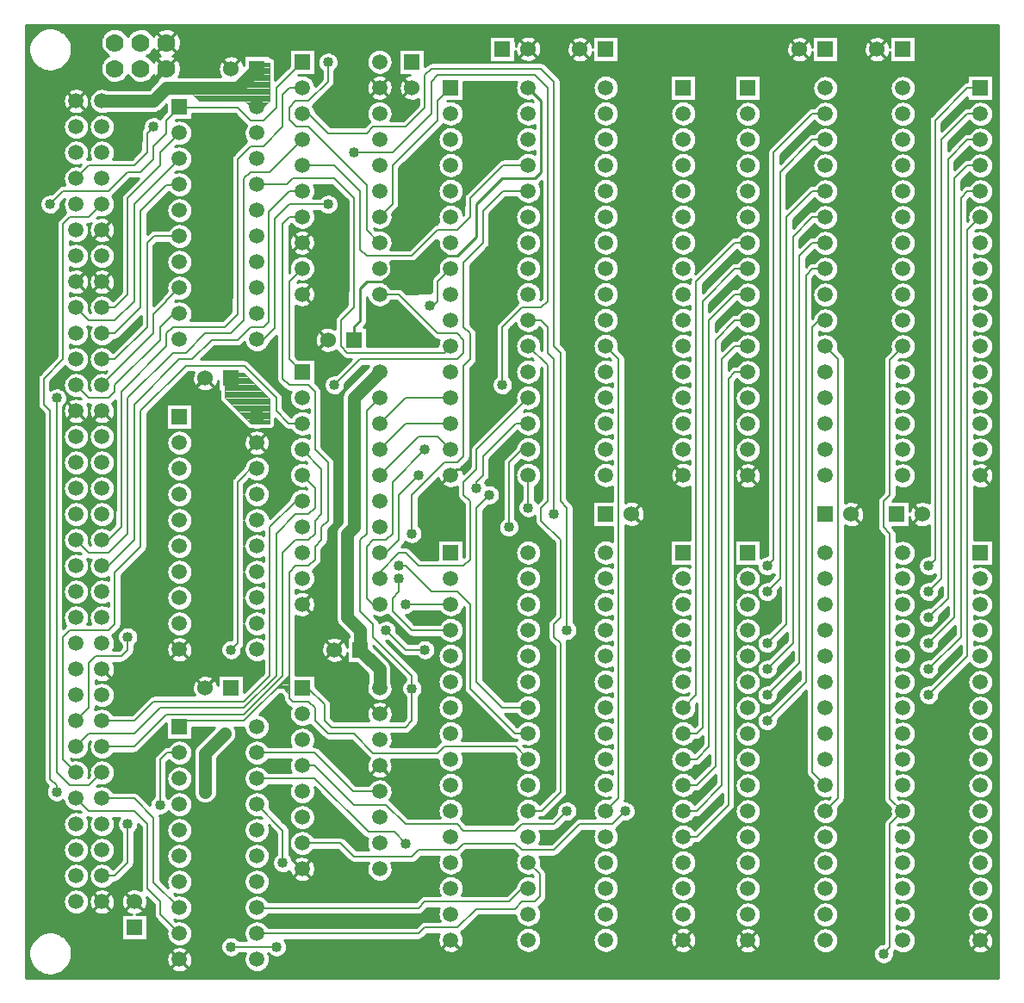
<source format=gbr>
G04 DipTrace 2.4.0.2*
%INBottom.gbr*%
%MOIN*%
%ADD13C,0.008*%
%ADD14C,0.01*%
%ADD15C,0.05*%
%ADD16C,0.02*%
%ADD18C,0.0125*%
%ADD19C,0.0039*%
%ADD20C,0.025*%
%ADD21C,0.06*%
%ADD22R,0.06X0.06*%
%ADD23C,0.0591*%
%ADD24C,0.07*%
%ADD25R,0.0591X0.0591*%
%ADD26C,0.0591*%
%ADD27C,0.04*%
%FSLAX44Y44*%
G04*
G70*
G90*
G75*
G01*
%LNBottom*%
%LPD*%
X9937Y36703D2*
D13*
Y36688D1*
X9186Y35937D1*
Y35437D1*
X7936Y34187D1*
Y30437D1*
X7436Y29937D1*
X6936D1*
X9937Y35703D2*
Y35688D1*
X8186Y33937D1*
Y30187D1*
X7436Y29437D1*
X6436D1*
X5936Y29937D1*
X6936Y28937D2*
X7436D1*
X8436Y29937D1*
Y33687D1*
X9436Y34687D1*
X9937D1*
Y34703D1*
Y32703D2*
X8952D1*
X8686Y32437D1*
Y29187D1*
X7436Y27937D1*
X6936D1*
Y26937D2*
X8936Y28937D1*
Y29687D1*
X9436Y30187D1*
Y30202D1*
X9937Y30703D1*
X5936Y26937D2*
X6436Y26437D1*
X7186D1*
X7436Y26687D1*
Y26937D1*
X9186Y28687D1*
Y29187D1*
X9686Y29687D1*
X9937D1*
Y29703D1*
X14687Y38453D2*
X14202D1*
X13936Y38187D1*
Y36937D1*
X13186Y36187D1*
X12686D1*
X12186Y35687D1*
Y29687D1*
X11686Y29187D1*
X9686D1*
X9436Y28937D1*
Y28437D1*
X7686Y26687D1*
Y21437D1*
X7186Y20937D1*
X6936D1*
X5936D2*
X6436Y20437D1*
X7186D1*
X7936Y21187D1*
Y26437D1*
X9686Y28187D1*
X10186D1*
X10936Y28937D1*
X11936D1*
X12436Y29437D1*
Y34937D1*
X12686Y35187D1*
X13436D1*
X14687Y36438D1*
Y36453D1*
Y34453D2*
X14202D1*
X13381Y33631D1*
Y29381D1*
X13186Y29187D1*
X12686D1*
X12186Y28687D1*
X11186D1*
X10436Y27937D1*
X9936D1*
X8186Y26187D1*
Y20937D1*
X7186Y19937D1*
X6936D1*
X22436Y26937D2*
Y29187D1*
X23186Y29937D1*
X23936D1*
X24186Y30187D1*
Y38437D1*
X23686Y38937D1*
X19936D1*
X19686Y38687D1*
Y37437D1*
X18186Y35937D1*
X16686D1*
X31936Y27437D2*
X31436D1*
X31186Y27187D1*
Y10687D1*
X29952Y9453D1*
X29437D1*
X20437Y28453D2*
Y28438D1*
X20186Y28187D1*
X16436D1*
X16186Y28437D1*
Y29437D1*
X16686Y29937D1*
Y34187D1*
X15936Y34937D1*
X14321D1*
X14087Y34703D1*
X12929D1*
X31936Y28437D2*
X31436D1*
X30936Y27937D1*
Y11437D1*
X29952Y10453D1*
X29437D1*
X31936Y29437D2*
X31436D1*
X30686Y28687D1*
Y12187D1*
X29952Y11453D1*
X29437D1*
X31936Y30437D2*
X31436D1*
X30436Y29437D1*
Y12937D1*
X29952Y12453D1*
X29437D1*
X20437Y31453D2*
X19936Y30952D1*
Y30187D1*
X19756Y30007D1*
X19631D1*
X31936Y31437D2*
X31436D1*
X30186Y30187D1*
Y13687D1*
X29952Y13453D1*
X29437D1*
X31936Y32437D2*
X31436D1*
X29936Y30937D1*
Y14937D1*
X29452Y14453D1*
X29437D1*
X40936Y33437D2*
X40436Y32937D1*
Y16437D1*
X38936Y14937D1*
X40936Y34437D2*
X40436D1*
X40186Y34187D1*
Y17187D1*
X38936Y15937D1*
X15686Y33937D2*
X14186D1*
X13631Y33381D1*
Y29131D1*
X13202Y28703D1*
X12929D1*
X20437Y34453D2*
Y34302D1*
X34936Y33437D2*
X34436D1*
X33686Y32687D1*
Y16937D1*
X32686Y15937D1*
X11936Y16687D2*
X12186Y16937D1*
Y23187D1*
X12936Y23937D1*
Y23695D1*
X12929Y23703D1*
X34936Y32437D2*
X34436D1*
X33936Y31937D1*
Y16187D1*
X32686Y14937D1*
X23437Y14453D2*
X22421D1*
X21436Y15437D1*
Y22187D1*
X21936Y22687D1*
X34936Y29437D2*
X34686D1*
X34436Y29187D1*
Y11937D1*
X34936Y11437D1*
X23437Y29453D2*
X23921D1*
X24186Y29187D1*
Y28187D1*
X24436Y27937D1*
Y21937D1*
X34936Y31437D2*
X34436D1*
X34186Y31187D1*
Y15437D1*
X32686Y13937D1*
X23437Y13453D2*
X22921D1*
X21186Y15187D1*
Y18437D1*
X20686Y18937D1*
X19686D1*
X18686Y19937D1*
X18436D1*
X40936Y35437D2*
X40436D1*
X39936Y34937D1*
Y17937D1*
X38936Y16937D1*
X20437Y17453D2*
Y17437D1*
X18936D1*
X18186Y18187D1*
Y18687D1*
X18436Y18937D1*
Y19437D1*
X34936Y34437D2*
X34436D1*
X33436Y33437D1*
Y17687D1*
X32686Y16937D1*
X23437Y34453D2*
X22452D1*
X21686Y33687D1*
Y32437D1*
X20936Y31687D1*
Y29187D1*
X21186Y28937D1*
Y27937D1*
X20936Y27687D1*
Y24187D1*
X20686Y23937D1*
X20186D1*
X18936Y22687D1*
Y21187D1*
X40936Y36437D2*
X40436D1*
X39686Y35687D1*
Y18687D1*
X38936Y17937D1*
X20437Y18453D2*
Y18437D1*
X18686D1*
X34936Y37437D2*
X34436D1*
X32936Y35937D1*
Y20187D1*
X32686Y19937D1*
X19436Y16687D2*
X18686D1*
X17936Y17437D1*
X40936Y37437D2*
X40436D1*
X39436Y36437D1*
Y19437D1*
X38936Y18937D1*
X34936Y36437D2*
X34436D1*
X33186Y35187D1*
Y19437D1*
X32686Y18937D1*
X40936Y38437D2*
X40436D1*
X39186Y37187D1*
Y20187D1*
X38936Y19937D1*
X20437Y38453D2*
X19936Y37952D1*
Y37187D1*
X18186Y35437D1*
Y33960D1*
X17679Y33453D1*
X6936Y7937D2*
X7436D1*
X7936Y8437D1*
Y9937D1*
X9937Y12703D2*
X9452D1*
X9186Y12437D1*
Y10687D1*
X6936Y10937D2*
X8186D1*
X8936Y10187D1*
Y7687D1*
X9921Y6703D1*
X9937D1*
X5936Y10937D2*
X6436Y10437D1*
X8186D1*
X8686Y9937D1*
Y7437D1*
X9186Y6937D1*
Y6437D1*
X9921Y5703D1*
X9937D1*
X5186Y26437D2*
Y11937D1*
X5686Y11437D1*
X6436D1*
X6936Y11937D1*
X14687Y25453D2*
X14171D1*
X13686Y25937D1*
Y26453D1*
X12453Y27687D1*
X10186D1*
X8436Y25937D1*
Y20687D1*
X7436Y19687D1*
Y17687D1*
X7186Y17437D1*
X5686D1*
X5436Y17187D1*
Y12437D1*
X5936Y11937D1*
X6936Y12937D2*
X8186D1*
X9436Y14187D1*
X12436D1*
X13936Y15687D1*
Y20437D1*
X14436Y20937D1*
X14936D1*
X15186Y21187D1*
Y21687D1*
X15436Y21937D1*
Y23687D1*
X14687Y24436D1*
Y24453D1*
X5936Y12937D2*
X6436Y13437D1*
X8186D1*
X9186Y14437D1*
X12436D1*
X13686Y15687D1*
Y21187D1*
X14436Y21937D1*
X14936D1*
X15186Y22187D1*
Y22937D1*
X14687Y23436D1*
Y23453D1*
X6936Y13937D2*
X8186D1*
X8936Y14687D1*
X12436D1*
X13436Y15687D1*
Y21437D1*
X14452Y22453D1*
X14687D1*
X5936Y13937D2*
X6436Y14437D1*
Y16187D1*
X6686Y16437D1*
X7686D1*
X7936Y16687D1*
Y17187D1*
X12929Y11703D2*
X15171D1*
X17242Y9632D1*
X18242D1*
X18686Y9187D1*
X13936Y8437D2*
Y9695D1*
X12929Y10703D1*
X23437Y7453D2*
X23202D1*
X22686Y6937D1*
X19436D1*
X19186Y6687D1*
X12929D1*
Y6703D1*
X23437Y8453D2*
X23881Y8009D1*
Y7131D1*
X23686Y6937D1*
X23186D1*
X22911Y6661D1*
X21411D1*
X20686Y5937D1*
X19436D1*
X19202Y5703D1*
X12929D1*
X20437Y26453D2*
X18702D1*
X17702Y25453D1*
X17679D1*
X20437D2*
X18702D1*
X17702Y24453D1*
X17679D1*
X20437D2*
X20421D1*
X19936Y24937D1*
X19186D1*
X17702Y23453D1*
X17679D1*
X23437D2*
Y22188D1*
X23436Y22187D1*
X23437Y24453D2*
X23202D1*
X22686Y23937D1*
Y21437D1*
X23437Y25453D2*
X22952D1*
X21686Y24187D1*
Y23437D1*
X21436Y23187D1*
Y22937D1*
X19186Y23437D2*
X18436Y22687D1*
Y20937D1*
X17936Y20437D1*
X17695D1*
X17679Y20453D1*
X23437Y26453D2*
Y26438D1*
X21436Y24437D1*
Y23687D1*
X20936Y23187D1*
Y22687D1*
X21186Y22437D1*
Y20187D1*
X20936Y19937D1*
X19186D1*
X18686Y20437D1*
X18436D1*
X17679Y19680D1*
Y19453D1*
X19436Y24437D2*
X18186Y23187D1*
Y21187D1*
X17936Y20937D1*
X17436D1*
X17186Y20687D1*
Y18687D1*
X17421Y18453D1*
X17679D1*
X9937Y28687D2*
D14*
Y28703D1*
X9437Y39195D2*
Y39187D1*
D16*
X8936Y38687D1*
X20437Y23453D2*
D14*
X20671Y23687D1*
X20936D1*
X26437Y28453D2*
D13*
X26937Y27953D1*
Y10953D1*
X26437Y10453D1*
X24936Y10437D2*
X24436Y9937D1*
X23186D1*
X22936Y9687D1*
X20936D1*
X20686Y9937D1*
X18686D1*
X17936Y10687D1*
X16686D1*
X15171Y12203D1*
X14687D1*
X37936Y28437D2*
X37944Y28429D1*
X37436Y27921D1*
Y22686D1*
X37186Y22437D1*
Y21437D1*
X37436Y21188D1*
Y10921D1*
X37928Y10429D1*
X37936Y10437D1*
X37436Y9936D1*
Y5171D1*
X37186Y4921D1*
X11936Y5187D2*
X13686D1*
X23437Y28453D2*
X24186Y27703D1*
Y22437D1*
X23936Y22187D1*
Y21687D1*
X24686Y20937D1*
Y17937D1*
X24436Y17687D1*
Y17187D1*
X24686Y16937D1*
Y11187D1*
X23952Y10453D1*
X23437D1*
X34936Y28437D2*
X35436Y27937D1*
Y10937D1*
X34936Y10437D1*
X27186D2*
X26686Y9937D1*
X25436D1*
X24436Y8937D1*
X23186D1*
X22936Y9187D1*
X20936D1*
X20686Y8937D1*
X19186D1*
X18936Y8687D1*
X16686D1*
X16171Y9203D1*
X14687D1*
X5186Y11187D2*
Y11437D1*
X4936Y11687D1*
Y25937D1*
X4686Y26187D1*
Y27187D1*
X5436Y27937D1*
Y33187D1*
X5686Y33437D1*
X6436D1*
X6936Y33937D1*
X17679Y11203D2*
X16671D1*
X15171Y12703D1*
X12929D1*
X17679Y26453D2*
X17186Y25960D1*
Y21187D1*
X16936Y20937D1*
Y18187D1*
X17436Y17687D1*
Y17187D1*
X18936Y15687D1*
Y15187D1*
X9937Y37703D2*
X9952D1*
X9436Y37187D1*
Y36687D1*
X8936Y36187D1*
Y35687D1*
X8436Y35187D1*
X7936D1*
X7186Y34437D1*
X5436D1*
X4936Y33937D1*
X18936Y15187D2*
Y13937D1*
X18686Y13687D1*
X15811D1*
X15561Y13937D1*
Y14562D1*
X14936Y15187D1*
X14687D1*
Y15203D1*
X9937Y37703D2*
X9953Y37687D1*
X12186D1*
X12686Y37187D1*
X13186D1*
X13686Y37687D1*
Y38437D1*
X14702Y39453D1*
X14687D1*
X15686Y39437D2*
Y38687D1*
X14936Y37937D1*
X14436D1*
X14186Y37687D1*
Y37201D1*
X14450Y36937D1*
X14936D1*
X17186Y34687D1*
Y32937D1*
X17671Y32453D1*
X17679D1*
X5936Y34937D2*
X6436Y35437D1*
X8186D1*
X8686Y35937D1*
Y36687D1*
X8936Y36937D1*
X14687Y33453D2*
X14202D1*
X13936Y33187D1*
Y27187D1*
X14186Y26937D1*
X14936D1*
X15186Y26687D1*
Y24437D1*
X15686Y23937D1*
Y21687D1*
X15436Y21437D1*
Y20937D1*
X15186Y20687D1*
Y20187D1*
X14936Y19937D1*
X14436D1*
X14186Y19687D1*
Y15687D1*
X12436Y13937D1*
X10171D1*
X9937Y13703D1*
X23437Y12453D2*
X22953Y12937D1*
X20186D1*
X19936Y12687D1*
X17436D1*
X16686Y13437D1*
X15686D1*
X15186Y13937D1*
Y14437D1*
X14936Y14687D1*
X14311D1*
X14186Y14812D1*
Y15687D1*
X14687Y37453D2*
X14921D1*
X15686Y36687D1*
X17186D1*
X17436Y36937D1*
X18686D1*
X19436Y37687D1*
Y38937D1*
X19686Y39187D1*
X23936D1*
X24436Y38687D1*
Y28437D1*
X24686Y28187D1*
Y22437D1*
X24936Y22187D1*
Y17437D1*
X15936Y26937D2*
X16936Y27937D1*
X20686D1*
X20936Y28187D1*
Y28687D1*
X20686Y28937D1*
X19936D1*
X18421Y30453D1*
X17679D1*
X14687Y31453D2*
X14186Y30952D1*
Y27937D1*
X14671Y27453D1*
X14687D1*
Y35453D2*
X15921D1*
X16936Y34437D1*
Y32187D1*
X17186Y31937D1*
X18936D1*
X19936Y32937D1*
X20686D1*
X21186Y33437D1*
Y34187D1*
X22452Y35453D1*
X23437D1*
Y38453D2*
D14*
X23936Y37953D1*
Y35187D1*
X23686Y34937D1*
X22436D1*
X21436Y33937D1*
Y32687D1*
X20686Y31937D1*
X19936D1*
X18936Y30937D1*
X17186D1*
X16936Y30687D1*
Y29437D1*
X16686Y29187D1*
Y28687D1*
X17679Y27453D2*
D15*
X16686Y26460D1*
Y21437D1*
X16436Y21187D1*
Y17937D1*
X16936Y17437D1*
Y16687D1*
X17679Y15944D1*
Y15203D1*
X6936Y37937D2*
X8936D1*
X9436Y38437D1*
X12186D1*
X12937Y39187D1*
Y39195D1*
X10936Y11187D2*
Y11687D1*
Y12687D1*
X11186Y12937D1*
X10936Y11687D2*
D3*
X11186Y12937D2*
X11686Y13437D1*
D27*
X38936Y19937D3*
Y16937D3*
Y17937D3*
Y18937D3*
Y15937D3*
Y14937D3*
X32686Y19937D3*
Y18937D3*
Y16937D3*
Y15937D3*
Y14937D3*
Y13937D3*
X21436Y26937D3*
Y25937D3*
Y24937D3*
X22561Y38437D3*
X10686Y13437D3*
X18936Y34687D3*
X27186Y10437D3*
X37186Y4921D3*
X22436Y26937D3*
X4936Y33937D3*
X17936Y17437D3*
X7936Y9937D3*
X9186Y10687D3*
X11686Y34687D3*
X10936D3*
Y36187D3*
X11686D3*
X19436Y16687D3*
X11686Y18187D3*
X10936Y11687D3*
Y11187D3*
X11686Y13437D3*
X18436Y19937D3*
X14186Y4437D3*
X14936D3*
X11686D3*
X10936D3*
X4436Y11187D3*
Y15937D3*
X9186Y24187D3*
Y23187D3*
X18936Y4437D3*
X22936D3*
X26936D3*
X30686D3*
X34186Y4421D3*
X38186D3*
X22436Y33437D3*
X31436Y40437D3*
X29436D3*
X18936D3*
X11186Y20937D3*
Y23687D3*
X8936Y25437D3*
Y36937D3*
X4436Y35937D3*
Y31687D3*
Y27937D3*
Y23937D3*
Y19937D3*
X6936Y4437D3*
X4436Y6937D3*
X12936Y40437D3*
X38686Y37421D3*
X23436Y21187D3*
X22186Y23687D3*
X22686Y11437D3*
X19436Y13437D3*
X21436Y37937D3*
X21686Y28937D3*
X38686Y36421D3*
Y35421D3*
Y34421D3*
Y33421D3*
Y32421D3*
Y31421D3*
Y30421D3*
Y29421D3*
Y28421D3*
X38936Y13421D3*
Y12421D3*
Y11421D3*
Y10421D3*
Y9421D3*
Y8421D3*
Y7421D3*
Y6421D3*
X22686Y12437D3*
X18936Y11187D3*
X19436Y14437D3*
X13936Y10687D3*
X15686Y37937D3*
X11186Y22187D3*
Y25187D3*
X25436Y22937D3*
Y21437D3*
X29436Y21937D3*
X31936Y21921D3*
X6436Y40187D3*
X13936Y12187D3*
X7936Y17187D3*
X8686Y17687D3*
X7936Y14437D3*
X11936Y5187D3*
X13686D3*
X40186Y14921D3*
X9186Y30687D3*
Y32187D3*
X7936Y18437D3*
X9186Y33187D3*
X12186Y28187D3*
X13686Y14187D3*
X19436Y12187D3*
X39436Y40437D3*
X7936Y36187D3*
X8936Y19437D3*
X9186Y18687D3*
X15436Y10687D3*
X38686Y27421D3*
Y26421D3*
Y25421D3*
Y24421D3*
Y22937D3*
Y20937D3*
X19686Y35687D3*
X15936Y8437D3*
X18686Y28937D3*
X38686Y38437D3*
X22436Y32437D3*
X40936Y39437D3*
X22686Y8437D3*
X21686Y7937D3*
X22436Y31437D3*
X18686Y32687D3*
X19686Y33937D3*
X32436Y28937D3*
X28936D3*
X9686Y15437D3*
X16186Y14187D3*
Y12437D3*
X18936Y8187D3*
X16936Y4437D3*
X20936D3*
X24936D3*
X28936D3*
X4436Y9187D3*
Y13437D3*
Y17937D3*
Y21937D3*
Y25687D3*
Y29937D3*
Y33437D3*
Y34437D3*
Y38187D3*
X32436Y4437D3*
X36186D3*
X40186D3*
X15936Y25687D3*
Y24687D3*
X40936Y21937D3*
X38936Y5437D3*
X27186Y28437D3*
X16686Y9437D3*
X19436Y15687D3*
X7936Y19437D3*
X16686Y35937D3*
X19631Y30007D3*
X15686Y33937D3*
X11936Y16687D3*
X21936Y22687D3*
X24436Y21937D3*
X18436Y19437D3*
X18936Y21187D3*
X18686Y18437D3*
X5186Y26437D3*
X18686Y9187D3*
X13936Y8437D3*
X23436Y22187D3*
X22686Y21437D3*
X19186Y23437D3*
X21436Y22937D3*
X19436Y24437D3*
X9186Y25937D3*
X11436Y29937D3*
X24936Y10437D3*
X5186Y11187D3*
X18936Y15187D3*
X15686Y39437D3*
X24936Y17437D3*
X15936Y26937D3*
X11186Y12937D3*
X3996Y40788D2*
D14*
X41627D1*
X3996Y40690D2*
X4573D1*
X5300D2*
X7177D1*
X7696D2*
X8177D1*
X8696D2*
X9177D1*
X9696D2*
X41627D1*
X3996Y40591D2*
X4412D1*
X5461D2*
X7040D1*
X7833D2*
X8040D1*
X8833D2*
X9040D1*
X9833D2*
X41627D1*
X3996Y40492D2*
X4305D1*
X5568D2*
X6960D1*
X9914D2*
X41627D1*
X3996Y40394D2*
X4229D1*
X5644D2*
X6910D1*
X9964D2*
X21923D1*
X22950D2*
X23183D1*
X23691D2*
X25213D1*
X25660D2*
X25923D1*
X26950D2*
X33713D1*
X34160D2*
X34423D1*
X35450D2*
X36713D1*
X37160D2*
X37423D1*
X38450D2*
X41627D1*
X3996Y40295D2*
X4173D1*
X5700D2*
X6882D1*
X9991D2*
X21923D1*
X22950D2*
X23057D1*
X23818D2*
X25071D1*
X25802D2*
X25923D1*
X26950D2*
X33571D1*
X34302D2*
X34423D1*
X35450D2*
X36571D1*
X37302D2*
X37423D1*
X38450D2*
X41627D1*
X3996Y40196D2*
X4132D1*
X5741D2*
X6873D1*
X10000D2*
X21923D1*
X23888D2*
X24994D1*
X26950D2*
X33494D1*
X35450D2*
X36494D1*
X38450D2*
X41627D1*
X3996Y40098D2*
X4105D1*
X5768D2*
X6882D1*
X9993D2*
X21923D1*
X23930D2*
X24949D1*
X26950D2*
X33449D1*
X35450D2*
X36449D1*
X38450D2*
X41627D1*
X3996Y39999D2*
X4091D1*
X5782D2*
X6908D1*
X9964D2*
X21923D1*
X23949D2*
X24926D1*
X26950D2*
X33426D1*
X35450D2*
X36426D1*
X38450D2*
X41627D1*
X3996Y39900D2*
X4088D1*
X5785D2*
X6958D1*
X9916D2*
X14177D1*
X15196D2*
X17448D1*
X17911D2*
X18423D1*
X19450D2*
X21923D1*
X23949D2*
X24924D1*
X26950D2*
X33424D1*
X35450D2*
X36424D1*
X38450D2*
X41627D1*
X3996Y39801D2*
X4098D1*
X5775D2*
X7037D1*
X8836D2*
X9037D1*
X9836D2*
X14177D1*
X15196D2*
X15502D1*
X15871D2*
X17312D1*
X18046D2*
X18423D1*
X19450D2*
X21923D1*
X23927D2*
X24941D1*
X26950D2*
X33441D1*
X35450D2*
X36441D1*
X38450D2*
X41627D1*
X3996Y39703D2*
X4119D1*
X5753D2*
X7173D1*
X8700D2*
X9173D1*
X9700D2*
X14177D1*
X15196D2*
X15373D1*
X16000D2*
X17237D1*
X18121D2*
X18423D1*
X19450D2*
X21923D1*
X23885D2*
X24980D1*
X26950D2*
X33480D1*
X35450D2*
X36480D1*
X38450D2*
X41627D1*
X3996Y39604D2*
X4154D1*
X5719D2*
X7054D1*
X8821D2*
X9054D1*
X9821D2*
X11633D1*
X12241D2*
X12423D1*
X13563D2*
X14177D1*
X15196D2*
X15308D1*
X16064D2*
X17193D1*
X18164D2*
X18423D1*
X19450D2*
X21923D1*
X22950D2*
X23063D1*
X23811D2*
X25048D1*
X25825D2*
X25923D1*
X26950D2*
X33548D1*
X34325D2*
X34423D1*
X35450D2*
X36548D1*
X37325D2*
X37423D1*
X38450D2*
X41627D1*
X3996Y39505D2*
X4202D1*
X5671D2*
X6968D1*
X8905D2*
X8969D1*
X9905D2*
X11530D1*
X12344D2*
X12423D1*
X13638D2*
X14177D1*
X15196D2*
X15279D1*
X16094D2*
X17173D1*
X18186D2*
X18423D1*
X19450D2*
X21923D1*
X22950D2*
X23196D1*
X23678D2*
X25166D1*
X25707D2*
X25923D1*
X26950D2*
X33666D1*
X34207D2*
X34423D1*
X35450D2*
X36666D1*
X37207D2*
X37423D1*
X38450D2*
X41627D1*
X3996Y39407D2*
X4271D1*
X5602D2*
X6915D1*
X9958D2*
X11469D1*
X13650D2*
X14177D1*
X15196D2*
X15274D1*
X16099D2*
X17173D1*
X18186D2*
X18423D1*
X19450D2*
X19571D1*
X24052D2*
X41627D1*
X3996Y39308D2*
X4363D1*
X5510D2*
X6885D1*
X9989D2*
X11435D1*
X13650D2*
X14177D1*
X15196D2*
X15294D1*
X16078D2*
X17191D1*
X18168D2*
X18423D1*
X24171D2*
X41627D1*
X3996Y39209D2*
X4496D1*
X5377D2*
X6873D1*
X10000D2*
X11423D1*
X13650D2*
X14104D1*
X15196D2*
X15343D1*
X16030D2*
X17233D1*
X18125D2*
X18423D1*
X24269D2*
X41627D1*
X3996Y39111D2*
X4744D1*
X5128D2*
X6879D1*
X9994D2*
X11430D1*
X13650D2*
X14005D1*
X15196D2*
X15432D1*
X15941D2*
X17305D1*
X18052D2*
X18423D1*
X24368D2*
X41627D1*
X3996Y39012D2*
X6904D1*
X9969D2*
X11457D1*
X13650D2*
X13907D1*
X15196D2*
X15432D1*
X15941D2*
X17435D1*
X17924D2*
X18423D1*
X24466D2*
X41627D1*
X3996Y38913D2*
X6949D1*
X9924D2*
X11508D1*
X13650D2*
X13808D1*
X14889D2*
X15432D1*
X15941D2*
X17477D1*
X17882D2*
X18723D1*
X24564D2*
X26235D1*
X26639D2*
X28927D1*
X29946D2*
X31427D1*
X32446D2*
X34777D1*
X35096D2*
X37777D1*
X38096D2*
X40427D1*
X41446D2*
X41627D1*
X3996Y38815D2*
X7024D1*
X7849D2*
X8024D1*
X8849D2*
X9024D1*
X13650D2*
X13710D1*
X15041D2*
X15432D1*
X15941D2*
X17326D1*
X18033D2*
X18576D1*
X24655D2*
X26083D1*
X26791D2*
X28927D1*
X29946D2*
X31427D1*
X32446D2*
X34601D1*
X35272D2*
X37601D1*
X38272D2*
X40427D1*
X41446D2*
X41627D1*
X3996Y38716D2*
X7149D1*
X7725D2*
X8149D1*
X8725D2*
X9063D1*
X15121D2*
X15360D1*
X15941D2*
X17244D1*
X18113D2*
X18498D1*
X24688D2*
X26002D1*
X26871D2*
X28927D1*
X29946D2*
X31427D1*
X32446D2*
X34513D1*
X35360D2*
X37513D1*
X38360D2*
X40427D1*
X41446D2*
X41627D1*
X3996Y38617D2*
X8965D1*
X15169D2*
X15262D1*
X15930D2*
X17198D1*
X18160D2*
X18451D1*
X20946D2*
X22955D1*
X24691D2*
X25955D1*
X26919D2*
X28927D1*
X29946D2*
X31427D1*
X32446D2*
X34462D1*
X35411D2*
X37462D1*
X38411D2*
X40262D1*
X41446D2*
X41627D1*
X3996Y38519D2*
X8866D1*
X15872D2*
X17174D1*
X18185D2*
X18427D1*
X20946D2*
X22932D1*
X24691D2*
X25932D1*
X26943D2*
X28927D1*
X29946D2*
X31427D1*
X32446D2*
X34433D1*
X35439D2*
X37433D1*
X38439D2*
X40163D1*
X41446D2*
X41627D1*
X3996Y38420D2*
X5799D1*
X6074D2*
X6799D1*
X7074D2*
X8768D1*
X15774D2*
X17171D1*
X18188D2*
X18424D1*
X20946D2*
X22929D1*
X24691D2*
X25929D1*
X26946D2*
X28927D1*
X29946D2*
X31427D1*
X32446D2*
X34427D1*
X35446D2*
X37427D1*
X38446D2*
X40065D1*
X41446D2*
X41627D1*
X3996Y38321D2*
X5608D1*
X6264D2*
X6608D1*
X15675D2*
X17188D1*
X18171D2*
X18441D1*
X20946D2*
X22946D1*
X24691D2*
X25946D1*
X26928D2*
X28927D1*
X29946D2*
X31427D1*
X32446D2*
X34441D1*
X35432D2*
X37441D1*
X38432D2*
X39966D1*
X41446D2*
X41627D1*
X3996Y38222D2*
X5516D1*
X6357D2*
X6516D1*
X15577D2*
X17226D1*
X18132D2*
X18479D1*
X20946D2*
X22983D1*
X24691D2*
X25983D1*
X26889D2*
X28927D1*
X29946D2*
X31427D1*
X32446D2*
X34476D1*
X35397D2*
X37476D1*
X38397D2*
X39866D1*
X41446D2*
X41627D1*
X3996Y38124D2*
X5463D1*
X6410D2*
X6464D1*
X15478D2*
X17294D1*
X18064D2*
X18546D1*
X20946D2*
X23052D1*
X24691D2*
X26052D1*
X26822D2*
X28927D1*
X29946D2*
X31427D1*
X32446D2*
X34538D1*
X35335D2*
X37538D1*
X38335D2*
X39768D1*
X41446D2*
X41627D1*
X3996Y38025D2*
X5435D1*
X15380D2*
X17412D1*
X17947D2*
X18660D1*
X20946D2*
X23169D1*
X24691D2*
X26169D1*
X26705D2*
X28927D1*
X29946D2*
X31427D1*
X32446D2*
X34644D1*
X35228D2*
X37644D1*
X38228D2*
X39669D1*
X41446D2*
X41627D1*
X3996Y37926D2*
X5427D1*
X15280D2*
X17512D1*
X17847D2*
X19182D1*
X20605D2*
X23269D1*
X24691D2*
X26269D1*
X26605D2*
X29269D1*
X29605D2*
X31829D1*
X32044D2*
X34829D1*
X35044D2*
X37829D1*
X38044D2*
X39571D1*
X40280D2*
X40829D1*
X41044D2*
X41627D1*
X3996Y37828D2*
X5440D1*
X15182D2*
X17340D1*
X18019D2*
X19182D1*
X20777D2*
X23098D1*
X24691D2*
X26098D1*
X26777D2*
X29098D1*
X29777D2*
X31616D1*
X32257D2*
X34616D1*
X35257D2*
X37616D1*
X38257D2*
X39473D1*
X40182D2*
X40616D1*
X41257D2*
X41627D1*
X3996Y37729D2*
X5473D1*
X6400D2*
X6472D1*
X15113D2*
X17254D1*
X18105D2*
X19124D1*
X20863D2*
X23012D1*
X24691D2*
X26012D1*
X26863D2*
X29012D1*
X29863D2*
X31521D1*
X32352D2*
X34521D1*
X35352D2*
X37521D1*
X38352D2*
X39374D1*
X40083D2*
X40521D1*
X41352D2*
X41627D1*
X3996Y37630D2*
X5532D1*
X6341D2*
X6532D1*
X9282D2*
X9427D1*
X15163D2*
X17202D1*
X18155D2*
X19024D1*
X20913D2*
X22960D1*
X24691D2*
X25960D1*
X26913D2*
X28960D1*
X29913D2*
X31466D1*
X32407D2*
X34277D1*
X35407D2*
X37466D1*
X38407D2*
X39274D1*
X39985D2*
X40277D1*
X41407D2*
X41627D1*
X3996Y37532D2*
X5635D1*
X6238D2*
X6635D1*
X9150D2*
X9426D1*
X15197D2*
X17176D1*
X18182D2*
X18926D1*
X20939D2*
X22933D1*
X24691D2*
X25933D1*
X26939D2*
X28933D1*
X29939D2*
X31437D1*
X32436D2*
X34176D1*
X35436D2*
X37437D1*
X38436D2*
X39176D1*
X39886D2*
X40176D1*
X41436D2*
X41627D1*
X3996Y37433D2*
X5869D1*
X6003D2*
X6869D1*
X7003D2*
X9327D1*
X10446D2*
X12085D1*
X15296D2*
X17171D1*
X18188D2*
X18827D1*
X20946D2*
X22929D1*
X24691D2*
X25929D1*
X26946D2*
X28929D1*
X29946D2*
X31427D1*
X32446D2*
X34077D1*
X35446D2*
X37427D1*
X38446D2*
X39077D1*
X39788D2*
X40077D1*
X41446D2*
X41627D1*
X3996Y37334D2*
X5624D1*
X6249D2*
X6624D1*
X7249D2*
X8854D1*
X9019D2*
X9232D1*
X10446D2*
X12185D1*
X15394D2*
X17185D1*
X18174D2*
X18729D1*
X20932D2*
X22943D1*
X24691D2*
X25943D1*
X26932D2*
X28943D1*
X29932D2*
X31438D1*
X32435D2*
X33979D1*
X35435D2*
X37438D1*
X38435D2*
X38982D1*
X39688D2*
X39979D1*
X41435D2*
X41627D1*
X3996Y37236D2*
X5526D1*
X6347D2*
X6526D1*
X7347D2*
X8654D1*
X10446D2*
X12283D1*
X15493D2*
X17219D1*
X18138D2*
X18630D1*
X20897D2*
X22977D1*
X24691D2*
X25977D1*
X26897D2*
X28977D1*
X29897D2*
X31469D1*
X32403D2*
X33880D1*
X35403D2*
X37469D1*
X38403D2*
X38938D1*
X39589D2*
X39880D1*
X41403D2*
X41627D1*
X3996Y37137D2*
X5469D1*
X6403D2*
X6469D1*
X7403D2*
X8576D1*
X10194D2*
X12382D1*
X15591D2*
X17282D1*
X20833D2*
X23041D1*
X24691D2*
X26041D1*
X26833D2*
X29041D1*
X29833D2*
X31527D1*
X32346D2*
X33782D1*
X35346D2*
X37527D1*
X38346D2*
X38932D1*
X39491D2*
X39782D1*
X41346D2*
X41627D1*
X3996Y37038D2*
X5438D1*
X7435D2*
X8535D1*
X10316D2*
X12480D1*
X15689D2*
X17183D1*
X20725D2*
X23149D1*
X24691D2*
X26149D1*
X26725D2*
X29149D1*
X29725D2*
X31626D1*
X32247D2*
X33683D1*
X34393D2*
X34626D1*
X35247D2*
X37626D1*
X38247D2*
X38932D1*
X39441D2*
X39683D1*
X40393D2*
X40626D1*
X41247D2*
X41627D1*
X3996Y36940D2*
X5427D1*
X7446D2*
X8523D1*
X10386D2*
X12480D1*
X15789D2*
X17083D1*
X20044D2*
X20316D1*
X20558D2*
X23316D1*
X23558D2*
X23673D1*
X24691D2*
X26316D1*
X26558D2*
X29316D1*
X29558D2*
X31887D1*
X31987D2*
X33583D1*
X34294D2*
X34887D1*
X34987D2*
X37887D1*
X37987D2*
X38932D1*
X39441D2*
X39583D1*
X40294D2*
X40887D1*
X40987D2*
X41627D1*
X3996Y36841D2*
X5437D1*
X7436D2*
X8487D1*
X10427D2*
X12440D1*
X19946D2*
X20113D1*
X20761D2*
X23113D1*
X24691D2*
X26113D1*
X26761D2*
X29113D1*
X29761D2*
X31633D1*
X32239D2*
X33485D1*
X34196D2*
X34633D1*
X35239D2*
X37633D1*
X38239D2*
X38932D1*
X40196D2*
X40633D1*
X41239D2*
X41627D1*
X3996Y36742D2*
X5466D1*
X6407D2*
X6467D1*
X7407D2*
X8438D1*
X10444D2*
X12421D1*
X19847D2*
X20021D1*
X20853D2*
X23021D1*
X24691D2*
X26021D1*
X26853D2*
X29021D1*
X29853D2*
X31532D1*
X32341D2*
X33387D1*
X34097D2*
X34532D1*
X35341D2*
X37532D1*
X38341D2*
X38932D1*
X40097D2*
X40532D1*
X41341D2*
X41627D1*
X3996Y36643D2*
X5523D1*
X6350D2*
X6523D1*
X7350D2*
X8432D1*
X10443D2*
X12424D1*
X19747D2*
X19966D1*
X20908D2*
X22966D1*
X24691D2*
X25966D1*
X26908D2*
X28966D1*
X29908D2*
X31473D1*
X32400D2*
X33288D1*
X33997D2*
X34296D1*
X35400D2*
X37473D1*
X38400D2*
X38932D1*
X39997D2*
X40296D1*
X41400D2*
X41627D1*
X3996Y36545D2*
X5618D1*
X6255D2*
X6618D1*
X7255D2*
X8432D1*
X10421D2*
X12446D1*
X19649D2*
X19937D1*
X20938D2*
X22937D1*
X24691D2*
X25937D1*
X26938D2*
X28937D1*
X29938D2*
X31440D1*
X32433D2*
X33190D1*
X33899D2*
X34190D1*
X35433D2*
X37440D1*
X38433D2*
X38932D1*
X39899D2*
X40190D1*
X41433D2*
X41627D1*
X3996Y36446D2*
X5837D1*
X6036D2*
X6837D1*
X7036D2*
X8432D1*
X10375D2*
X12491D1*
X19550D2*
X19927D1*
X20946D2*
X22927D1*
X24691D2*
X25927D1*
X26946D2*
X28927D1*
X29946D2*
X31427D1*
X32446D2*
X33091D1*
X33800D2*
X34091D1*
X35446D2*
X37427D1*
X38446D2*
X38932D1*
X39800D2*
X40091D1*
X41446D2*
X41627D1*
X3996Y36347D2*
X5643D1*
X6230D2*
X6643D1*
X7230D2*
X8432D1*
X10297D2*
X12491D1*
X19452D2*
X19940D1*
X20935D2*
X22940D1*
X24691D2*
X25940D1*
X26935D2*
X28940D1*
X29935D2*
X31435D1*
X32438D2*
X32991D1*
X33702D2*
X33991D1*
X35438D2*
X37435D1*
X38438D2*
X38932D1*
X39702D2*
X39991D1*
X41438D2*
X41627D1*
X3996Y36249D2*
X5537D1*
X6336D2*
X6537D1*
X7336D2*
X8432D1*
X10155D2*
X12393D1*
X19353D2*
X19971D1*
X20902D2*
X22971D1*
X24691D2*
X25971D1*
X26902D2*
X28971D1*
X29902D2*
X31465D1*
X32408D2*
X32893D1*
X33603D2*
X33893D1*
X35408D2*
X37465D1*
X38408D2*
X38932D1*
X39691D2*
X39893D1*
X41408D2*
X41627D1*
X3996Y36150D2*
X5476D1*
X6397D2*
X6475D1*
X7397D2*
X8432D1*
X10169D2*
X12294D1*
X19255D2*
X20030D1*
X20844D2*
X23030D1*
X24691D2*
X26030D1*
X26844D2*
X29030D1*
X29844D2*
X31518D1*
X32355D2*
X32794D1*
X33505D2*
X33794D1*
X35355D2*
X37518D1*
X38355D2*
X38932D1*
X39691D2*
X39794D1*
X41355D2*
X41627D1*
X3996Y36051D2*
X5441D1*
X7432D2*
X8432D1*
X10305D2*
X12196D1*
X19155D2*
X20130D1*
X20744D2*
X23130D1*
X24691D2*
X26130D1*
X26744D2*
X29130D1*
X29744D2*
X31610D1*
X32263D2*
X32712D1*
X33405D2*
X33696D1*
X34405D2*
X34610D1*
X35263D2*
X37610D1*
X38263D2*
X38932D1*
X40405D2*
X40610D1*
X41263D2*
X41627D1*
X3996Y35953D2*
X5427D1*
X7446D2*
X8348D1*
X10378D2*
X12098D1*
X19057D2*
X23673D1*
X24691D2*
X31805D1*
X32068D2*
X32683D1*
X33307D2*
X33598D1*
X34307D2*
X34805D1*
X35068D2*
X37805D1*
X38068D2*
X38932D1*
X40307D2*
X40805D1*
X41068D2*
X41627D1*
X3996Y35854D2*
X5435D1*
X7438D2*
X8249D1*
X10422D2*
X11999D1*
X18958D2*
X20130D1*
X20744D2*
X23130D1*
X24691D2*
X26130D1*
X26744D2*
X29130D1*
X29744D2*
X31652D1*
X32221D2*
X32682D1*
X33208D2*
X33499D1*
X34208D2*
X34652D1*
X35221D2*
X37652D1*
X38221D2*
X38932D1*
X40208D2*
X40652D1*
X41221D2*
X41627D1*
X3996Y35755D2*
X5462D1*
X6411D2*
X6462D1*
X7411D2*
X8149D1*
X10444D2*
X11943D1*
X18860D2*
X20030D1*
X20844D2*
X23030D1*
X24691D2*
X26030D1*
X26844D2*
X29030D1*
X29844D2*
X31541D1*
X32332D2*
X32682D1*
X33191D2*
X33399D1*
X34110D2*
X34541D1*
X35332D2*
X37541D1*
X38332D2*
X38932D1*
X40110D2*
X40541D1*
X41332D2*
X41627D1*
X3996Y35657D2*
X5513D1*
X10444D2*
X11932D1*
X18761D2*
X19971D1*
X20902D2*
X22308D1*
X24691D2*
X25971D1*
X26902D2*
X28971D1*
X29902D2*
X31479D1*
X32394D2*
X32682D1*
X33191D2*
X33301D1*
X34011D2*
X34479D1*
X35394D2*
X37479D1*
X38394D2*
X38932D1*
X40011D2*
X40321D1*
X41394D2*
X41627D1*
X3996Y35558D2*
X5602D1*
X10425D2*
X11932D1*
X18663D2*
X19940D1*
X20935D2*
X22202D1*
X24691D2*
X25940D1*
X26935D2*
X28940D1*
X29935D2*
X31443D1*
X32430D2*
X32682D1*
X33913D2*
X34443D1*
X35430D2*
X37443D1*
X38430D2*
X38932D1*
X39941D2*
X40202D1*
X41430D2*
X41627D1*
X3996Y35459D2*
X5782D1*
X10383D2*
X11932D1*
X18563D2*
X19927D1*
X20946D2*
X22104D1*
X24691D2*
X25927D1*
X26946D2*
X28927D1*
X29946D2*
X31427D1*
X32446D2*
X32682D1*
X33813D2*
X34427D1*
X35446D2*
X37427D1*
X38446D2*
X38932D1*
X39941D2*
X40104D1*
X41446D2*
X41627D1*
X3996Y35361D2*
X5662D1*
X10310D2*
X11932D1*
X18464D2*
X19937D1*
X20938D2*
X22005D1*
X24691D2*
X25937D1*
X26938D2*
X28937D1*
X29938D2*
X31433D1*
X32439D2*
X32682D1*
X33714D2*
X34433D1*
X35439D2*
X37433D1*
X38439D2*
X38932D1*
X39941D2*
X40005D1*
X41439D2*
X41627D1*
X3996Y35262D2*
X5548D1*
X10182D2*
X11932D1*
X18441D2*
X19966D1*
X20908D2*
X21907D1*
X24691D2*
X25966D1*
X26908D2*
X28966D1*
X29908D2*
X31458D1*
X32414D2*
X32682D1*
X33616D2*
X34458D1*
X35414D2*
X37458D1*
X38414D2*
X38932D1*
X41414D2*
X41627D1*
X3996Y35163D2*
X5482D1*
X10139D2*
X11932D1*
X18441D2*
X20021D1*
X20853D2*
X21807D1*
X24691D2*
X26021D1*
X26853D2*
X29021D1*
X29853D2*
X31508D1*
X32364D2*
X32682D1*
X33518D2*
X34508D1*
X35364D2*
X37508D1*
X38364D2*
X38932D1*
X41364D2*
X41627D1*
X3996Y35064D2*
X5444D1*
X10291D2*
X11932D1*
X18441D2*
X20113D1*
X20761D2*
X21708D1*
X24691D2*
X26113D1*
X26761D2*
X29113D1*
X29761D2*
X31594D1*
X32278D2*
X32682D1*
X33441D2*
X34594D1*
X35278D2*
X37594D1*
X38278D2*
X38932D1*
X40419D2*
X40594D1*
X41278D2*
X41627D1*
X3996Y34966D2*
X5429D1*
X10371D2*
X11932D1*
X18441D2*
X20318D1*
X20557D2*
X21610D1*
X24691D2*
X26318D1*
X26557D2*
X29318D1*
X29557D2*
X31762D1*
X32111D2*
X32682D1*
X33441D2*
X34762D1*
X35111D2*
X37762D1*
X38111D2*
X38932D1*
X40321D2*
X40762D1*
X41111D2*
X41627D1*
X3996Y34867D2*
X5432D1*
X7971D2*
X8262D1*
X10419D2*
X11932D1*
X18441D2*
X20149D1*
X20725D2*
X21512D1*
X24691D2*
X26149D1*
X26725D2*
X29149D1*
X29725D2*
X31673D1*
X32200D2*
X32682D1*
X33441D2*
X34673D1*
X35200D2*
X37673D1*
X38200D2*
X38932D1*
X40221D2*
X40673D1*
X41200D2*
X41627D1*
X3996Y34768D2*
X5457D1*
X7872D2*
X8163D1*
X10443D2*
X11932D1*
X18441D2*
X20040D1*
X20833D2*
X21413D1*
X24691D2*
X26040D1*
X26833D2*
X29040D1*
X29833D2*
X31554D1*
X32319D2*
X32682D1*
X33441D2*
X34554D1*
X35319D2*
X37554D1*
X38319D2*
X38932D1*
X40191D2*
X40554D1*
X41319D2*
X41627D1*
X3996Y34670D2*
X5354D1*
X7774D2*
X8065D1*
X10446D2*
X11932D1*
X15147D2*
X15849D1*
X18441D2*
X19977D1*
X20897D2*
X21315D1*
X24691D2*
X25977D1*
X26897D2*
X28977D1*
X29897D2*
X31485D1*
X32388D2*
X32682D1*
X33441D2*
X34354D1*
X35388D2*
X37485D1*
X38388D2*
X38932D1*
X40191D2*
X40354D1*
X41388D2*
X41627D1*
X3996Y34571D2*
X5216D1*
X7675D2*
X7966D1*
X10428D2*
X11932D1*
X15182D2*
X15948D1*
X18441D2*
X19943D1*
X20932D2*
X21216D1*
X24691D2*
X25943D1*
X26932D2*
X28943D1*
X29932D2*
X31446D1*
X32427D2*
X32682D1*
X33441D2*
X34216D1*
X35427D2*
X37446D1*
X38427D2*
X38932D1*
X41427D2*
X41627D1*
X3996Y34472D2*
X5116D1*
X7577D2*
X7866D1*
X10389D2*
X11932D1*
X15196D2*
X16046D1*
X18441D2*
X19929D1*
X20946D2*
X21116D1*
X24691D2*
X25929D1*
X26946D2*
X28929D1*
X29946D2*
X31429D1*
X32444D2*
X32682D1*
X33441D2*
X34116D1*
X35444D2*
X37429D1*
X38444D2*
X38932D1*
X41444D2*
X41627D1*
X3996Y34374D2*
X5018D1*
X7478D2*
X7768D1*
X9478D2*
X9552D1*
X10322D2*
X11932D1*
X15189D2*
X16144D1*
X18441D2*
X19933D1*
X20939D2*
X21018D1*
X24691D2*
X25933D1*
X26939D2*
X28933D1*
X29939D2*
X31432D1*
X32441D2*
X32682D1*
X33441D2*
X34018D1*
X35441D2*
X37432D1*
X38441D2*
X38932D1*
X41441D2*
X41627D1*
X3996Y34275D2*
X4705D1*
X7378D2*
X7699D1*
X9378D2*
X9669D1*
X10203D2*
X11932D1*
X15163D2*
X15455D1*
X15918D2*
X16244D1*
X18441D2*
X19960D1*
X24691D2*
X25960D1*
X26913D2*
X28960D1*
X29913D2*
X31454D1*
X32419D2*
X32682D1*
X33441D2*
X33919D1*
X35419D2*
X37454D1*
X38419D2*
X38932D1*
X41419D2*
X41627D1*
X3996Y34176D2*
X4601D1*
X7385D2*
X7682D1*
X9280D2*
X9769D1*
X10105D2*
X11932D1*
X16022D2*
X16343D1*
X18441D2*
X20012D1*
X20863D2*
X20932D1*
X22530D2*
X23012D1*
X23863D2*
X23932D1*
X24691D2*
X26012D1*
X26863D2*
X29012D1*
X29863D2*
X31501D1*
X32372D2*
X32682D1*
X33441D2*
X33821D1*
X35372D2*
X37501D1*
X38372D2*
X38932D1*
X41372D2*
X41627D1*
X3996Y34078D2*
X4548D1*
X7425D2*
X7682D1*
X9182D2*
X9598D1*
X10277D2*
X11932D1*
X16075D2*
X16432D1*
X18441D2*
X20098D1*
X20777D2*
X20932D1*
X22432D2*
X23098D1*
X23777D2*
X23932D1*
X24691D2*
X26098D1*
X26777D2*
X29098D1*
X29777D2*
X31580D1*
X32293D2*
X32682D1*
X33441D2*
X33723D1*
X34432D2*
X34580D1*
X35293D2*
X37580D1*
X38293D2*
X38932D1*
X40441D2*
X40580D1*
X41293D2*
X41627D1*
X3996Y33979D2*
X4524D1*
X5349D2*
X5429D1*
X7444D2*
X7682D1*
X9083D2*
X9512D1*
X10363D2*
X11932D1*
X16099D2*
X16432D1*
X18441D2*
X20271D1*
X20603D2*
X20932D1*
X22333D2*
X23271D1*
X23603D2*
X23932D1*
X24691D2*
X26271D1*
X26603D2*
X29271D1*
X29603D2*
X31729D1*
X32144D2*
X32682D1*
X33441D2*
X33624D1*
X34333D2*
X34729D1*
X35144D2*
X37729D1*
X38144D2*
X38932D1*
X40441D2*
X40729D1*
X41144D2*
X41627D1*
X3996Y33880D2*
X4527D1*
X5346D2*
X5430D1*
X7443D2*
X7682D1*
X8985D2*
X9460D1*
X10413D2*
X11932D1*
X16096D2*
X16432D1*
X18427D2*
X20169D1*
X20705D2*
X20932D1*
X22235D2*
X23169D1*
X23705D2*
X23932D1*
X24691D2*
X26169D1*
X26705D2*
X29169D1*
X29705D2*
X31698D1*
X32175D2*
X32682D1*
X33441D2*
X33524D1*
X34235D2*
X34698D1*
X35175D2*
X37698D1*
X38175D2*
X38932D1*
X40441D2*
X40698D1*
X41175D2*
X41627D1*
X3996Y33781D2*
X4554D1*
X5319D2*
X5452D1*
X7421D2*
X7682D1*
X8886D2*
X9433D1*
X10439D2*
X11932D1*
X16069D2*
X16432D1*
X18363D2*
X20052D1*
X20822D2*
X20932D1*
X22136D2*
X23052D1*
X23822D2*
X23932D1*
X24691D2*
X26052D1*
X26822D2*
X29052D1*
X29822D2*
X31565D1*
X32308D2*
X32682D1*
X34136D2*
X34565D1*
X35308D2*
X37565D1*
X38308D2*
X38932D1*
X40441D2*
X40565D1*
X41308D2*
X41627D1*
X3996Y33683D2*
X4613D1*
X5260D2*
X5498D1*
X7375D2*
X7682D1*
X8788D2*
X9429D1*
X10446D2*
X11932D1*
X15139D2*
X15363D1*
X16010D2*
X16432D1*
X18264D2*
X19983D1*
X22038D2*
X22983D1*
X24691D2*
X25983D1*
X26889D2*
X28983D1*
X29889D2*
X31491D1*
X32382D2*
X32682D1*
X34038D2*
X34491D1*
X35382D2*
X37491D1*
X38382D2*
X38932D1*
X40441D2*
X40491D1*
X41382D2*
X41627D1*
X3996Y33584D2*
X4730D1*
X5143D2*
X5479D1*
X7299D2*
X7682D1*
X8691D2*
X9443D1*
X10432D2*
X11932D1*
X15178D2*
X15480D1*
X15893D2*
X16432D1*
X18171D2*
X19946D1*
X21941D2*
X22946D1*
X24691D2*
X25946D1*
X26928D2*
X28946D1*
X29928D2*
X31449D1*
X32424D2*
X32682D1*
X33938D2*
X34229D1*
X35424D2*
X37449D1*
X38424D2*
X38932D1*
X41424D2*
X41627D1*
X3996Y33485D2*
X5380D1*
X7160D2*
X7682D1*
X8691D2*
X9477D1*
X10396D2*
X11932D1*
X15196D2*
X16432D1*
X18188D2*
X19929D1*
X21941D2*
X22929D1*
X24691D2*
X25929D1*
X26946D2*
X28929D1*
X29946D2*
X31430D1*
X32443D2*
X32682D1*
X33839D2*
X34130D1*
X35443D2*
X37430D1*
X38443D2*
X38932D1*
X41443D2*
X41627D1*
X3996Y33387D2*
X5282D1*
X7163D2*
X7682D1*
X8691D2*
X9541D1*
X10333D2*
X11932D1*
X15193D2*
X16432D1*
X18183D2*
X19932D1*
X21941D2*
X22932D1*
X24691D2*
X25932D1*
X26943D2*
X28932D1*
X29943D2*
X31430D1*
X32443D2*
X32682D1*
X33741D2*
X34032D1*
X35443D2*
X37430D1*
X38443D2*
X38932D1*
X41443D2*
X41627D1*
X3996Y33288D2*
X5204D1*
X7302D2*
X7682D1*
X8691D2*
X9649D1*
X10225D2*
X11932D1*
X15168D2*
X16432D1*
X18160D2*
X19955D1*
X21941D2*
X22955D1*
X24691D2*
X25955D1*
X26918D2*
X28955D1*
X29918D2*
X31451D1*
X32422D2*
X32682D1*
X33691D2*
X33932D1*
X35422D2*
X37451D1*
X38422D2*
X38932D1*
X41422D2*
X41627D1*
X3996Y33189D2*
X5182D1*
X6377D2*
X6496D1*
X7377D2*
X7682D1*
X8691D2*
X9816D1*
X10058D2*
X11932D1*
X15121D2*
X16432D1*
X18113D2*
X19890D1*
X21941D2*
X23004D1*
X23871D2*
X23932D1*
X24691D2*
X26004D1*
X26871D2*
X29004D1*
X29871D2*
X31493D1*
X32380D2*
X32682D1*
X33691D2*
X33833D1*
X35380D2*
X37493D1*
X38380D2*
X38932D1*
X41380D2*
X41627D1*
X3996Y33091D2*
X5182D1*
X7421D2*
X7682D1*
X8691D2*
X9613D1*
X10261D2*
X11932D1*
X14196D2*
X14333D1*
X15041D2*
X16432D1*
X18033D2*
X19735D1*
X21941D2*
X23083D1*
X23791D2*
X23932D1*
X24691D2*
X26083D1*
X26791D2*
X29083D1*
X29791D2*
X31566D1*
X32307D2*
X32682D1*
X34446D2*
X34566D1*
X35307D2*
X37566D1*
X38307D2*
X38932D1*
X41307D2*
X41627D1*
X3996Y32992D2*
X5182D1*
X7443D2*
X7682D1*
X8691D2*
X9521D1*
X10353D2*
X11932D1*
X14191D2*
X14485D1*
X14889D2*
X16432D1*
X17882D2*
X19637D1*
X21941D2*
X23235D1*
X23639D2*
X23932D1*
X24691D2*
X26235D1*
X26639D2*
X29235D1*
X29639D2*
X31701D1*
X32172D2*
X32682D1*
X34346D2*
X34701D1*
X35172D2*
X37701D1*
X38172D2*
X38932D1*
X41172D2*
X41627D1*
X3996Y32893D2*
X5182D1*
X7444D2*
X7682D1*
X8691D2*
X8790D1*
X10408D2*
X11932D1*
X14191D2*
X14443D1*
X14932D2*
X16432D1*
X17924D2*
X19538D1*
X21941D2*
X23193D1*
X23682D2*
X23932D1*
X24691D2*
X26193D1*
X26682D2*
X29193D1*
X29682D2*
X31724D1*
X32149D2*
X32682D1*
X34247D2*
X34724D1*
X35149D2*
X37724D1*
X38149D2*
X38932D1*
X41149D2*
X41627D1*
X3996Y32795D2*
X5182D1*
X7425D2*
X7682D1*
X10438D2*
X11932D1*
X14191D2*
X14313D1*
X15061D2*
X16432D1*
X18053D2*
X19440D1*
X21941D2*
X23063D1*
X23811D2*
X23932D1*
X24691D2*
X26063D1*
X26811D2*
X29063D1*
X29811D2*
X31579D1*
X32294D2*
X32682D1*
X34149D2*
X34579D1*
X35294D2*
X37579D1*
X38294D2*
X38932D1*
X41294D2*
X41627D1*
X3996Y32696D2*
X5182D1*
X6383D2*
X6490D1*
X7383D2*
X7682D1*
X10446D2*
X11932D1*
X14191D2*
X14241D1*
X15133D2*
X16432D1*
X18125D2*
X19340D1*
X21941D2*
X22991D1*
X24691D2*
X25991D1*
X26883D2*
X28991D1*
X29883D2*
X31499D1*
X32374D2*
X32682D1*
X34050D2*
X34499D1*
X35374D2*
X37499D1*
X38374D2*
X38932D1*
X41374D2*
X41627D1*
X3996Y32597D2*
X5182D1*
X6313D2*
X6560D1*
X7313D2*
X7682D1*
X10435D2*
X11932D1*
X15175D2*
X16432D1*
X18168D2*
X19241D1*
X21941D2*
X22949D1*
X24691D2*
X25949D1*
X26925D2*
X28949D1*
X29925D2*
X31241D1*
X32419D2*
X32682D1*
X33952D2*
X34241D1*
X35419D2*
X37454D1*
X38419D2*
X38932D1*
X41419D2*
X41627D1*
X3996Y32499D2*
X5182D1*
X6185D2*
X6688D1*
X7185D2*
X7682D1*
X10402D2*
X11932D1*
X15194D2*
X16432D1*
X18186D2*
X19143D1*
X21941D2*
X22930D1*
X24691D2*
X25930D1*
X26944D2*
X28930D1*
X29944D2*
X31143D1*
X32443D2*
X32682D1*
X33941D2*
X34143D1*
X35443D2*
X37430D1*
X38443D2*
X38932D1*
X41443D2*
X41627D1*
X3996Y32400D2*
X5182D1*
X6133D2*
X6740D1*
X7133D2*
X7682D1*
X9003D2*
X9530D1*
X10344D2*
X11932D1*
X15194D2*
X16432D1*
X18186D2*
X19044D1*
X21938D2*
X22930D1*
X24691D2*
X25930D1*
X26944D2*
X28930D1*
X29944D2*
X31044D1*
X32444D2*
X32682D1*
X33941D2*
X34044D1*
X35444D2*
X37429D1*
X38444D2*
X38932D1*
X41444D2*
X41627D1*
X3996Y32301D2*
X5182D1*
X6288D2*
X6585D1*
X7288D2*
X7682D1*
X8941D2*
X9630D1*
X10244D2*
X11932D1*
X15172D2*
X16432D1*
X18164D2*
X18946D1*
X21899D2*
X22952D1*
X24691D2*
X25952D1*
X26922D2*
X28952D1*
X29922D2*
X30946D1*
X32427D2*
X32682D1*
X35427D2*
X37446D1*
X38427D2*
X38932D1*
X41427D2*
X41627D1*
X3996Y32202D2*
X5182D1*
X6369D2*
X6504D1*
X7369D2*
X7682D1*
X8941D2*
X11932D1*
X14191D2*
X14244D1*
X15128D2*
X16432D1*
X18121D2*
X18848D1*
X21807D2*
X22994D1*
X23878D2*
X23932D1*
X24691D2*
X25994D1*
X26878D2*
X28994D1*
X29878D2*
X30848D1*
X32386D2*
X32682D1*
X35386D2*
X37487D1*
X38386D2*
X38932D1*
X41386D2*
X41627D1*
X3996Y32104D2*
X5182D1*
X7418D2*
X7682D1*
X8941D2*
X9630D1*
X10244D2*
X11932D1*
X14191D2*
X14319D1*
X15053D2*
X16432D1*
X21708D2*
X23069D1*
X23803D2*
X23932D1*
X24691D2*
X26069D1*
X26803D2*
X29069D1*
X29803D2*
X30749D1*
X31458D2*
X31555D1*
X32318D2*
X32682D1*
X34458D2*
X34555D1*
X35318D2*
X37555D1*
X38318D2*
X38932D1*
X41318D2*
X41627D1*
X3996Y32005D2*
X5182D1*
X7441D2*
X7682D1*
X8941D2*
X9530D1*
X10344D2*
X11932D1*
X14191D2*
X14457D1*
X14918D2*
X16432D1*
X21610D2*
X23207D1*
X23668D2*
X23932D1*
X24691D2*
X26207D1*
X26668D2*
X29207D1*
X29668D2*
X30649D1*
X31360D2*
X31676D1*
X32197D2*
X32682D1*
X34360D2*
X34676D1*
X35197D2*
X37676D1*
X38197D2*
X38932D1*
X41197D2*
X41627D1*
X3996Y31906D2*
X5182D1*
X7444D2*
X7682D1*
X8941D2*
X9471D1*
X10403D2*
X11932D1*
X14191D2*
X14469D1*
X14905D2*
X16432D1*
X21511D2*
X23219D1*
X23655D2*
X23932D1*
X24691D2*
X26219D1*
X26655D2*
X29219D1*
X29655D2*
X30551D1*
X31261D2*
X31757D1*
X32116D2*
X32682D1*
X34261D2*
X34757D1*
X35116D2*
X37757D1*
X38116D2*
X38932D1*
X40691D2*
X40757D1*
X41116D2*
X41627D1*
X3996Y31808D2*
X5182D1*
X7428D2*
X7682D1*
X8941D2*
X9440D1*
X10435D2*
X11932D1*
X14191D2*
X14326D1*
X15047D2*
X16432D1*
X21411D2*
X23076D1*
X23797D2*
X23932D1*
X24691D2*
X26076D1*
X26797D2*
X29076D1*
X29797D2*
X30452D1*
X31161D2*
X31593D1*
X32280D2*
X32682D1*
X34191D2*
X34593D1*
X35280D2*
X37593D1*
X38280D2*
X38932D1*
X41280D2*
X41627D1*
X3996Y31709D2*
X5182D1*
X6391D2*
X6482D1*
X7391D2*
X7682D1*
X8941D2*
X9427D1*
X10446D2*
X11932D1*
X14191D2*
X14249D1*
X15125D2*
X16432D1*
X21313D2*
X22999D1*
X23875D2*
X23932D1*
X24691D2*
X25999D1*
X26875D2*
X28999D1*
X29875D2*
X30354D1*
X31063D2*
X31508D1*
X32364D2*
X32682D1*
X34191D2*
X34508D1*
X35364D2*
X37508D1*
X38364D2*
X38932D1*
X41364D2*
X41627D1*
X3996Y31610D2*
X5182D1*
X6324D2*
X6549D1*
X7324D2*
X7682D1*
X8941D2*
X9437D1*
X10438D2*
X11932D1*
X15171D2*
X16432D1*
X21214D2*
X22954D1*
X24691D2*
X25954D1*
X26921D2*
X28954D1*
X29921D2*
X30255D1*
X30964D2*
X31255D1*
X32414D2*
X32682D1*
X34191D2*
X34255D1*
X35414D2*
X37458D1*
X38414D2*
X38932D1*
X41414D2*
X41627D1*
X3996Y31512D2*
X5182D1*
X6208D2*
X6665D1*
X7208D2*
X7682D1*
X8941D2*
X9466D1*
X10408D2*
X11932D1*
X15193D2*
X16432D1*
X21191D2*
X22932D1*
X24691D2*
X25932D1*
X26943D2*
X28932D1*
X29943D2*
X30157D1*
X30866D2*
X31157D1*
X32439D2*
X32682D1*
X35439D2*
X37433D1*
X38439D2*
X38932D1*
X41439D2*
X41627D1*
X3996Y31413D2*
X5182D1*
X5691D2*
X5776D1*
X6097D2*
X6776D1*
X7097D2*
X7682D1*
X8941D2*
X9521D1*
X10353D2*
X11932D1*
X15194D2*
X16432D1*
X21191D2*
X22929D1*
X24691D2*
X25929D1*
X26944D2*
X28929D1*
X29944D2*
X30057D1*
X30768D2*
X31057D1*
X32446D2*
X32682D1*
X35446D2*
X37427D1*
X38446D2*
X38932D1*
X41446D2*
X41627D1*
X3996Y31314D2*
X5182D1*
X6274D2*
X6599D1*
X7274D2*
X7682D1*
X8941D2*
X9613D1*
X10260D2*
X11932D1*
X15177D2*
X16432D1*
X21191D2*
X22948D1*
X24691D2*
X25948D1*
X26927D2*
X28948D1*
X30669D2*
X30958D1*
X32430D2*
X32682D1*
X35430D2*
X37443D1*
X38430D2*
X38932D1*
X41430D2*
X41627D1*
X3996Y31216D2*
X5182D1*
X6361D2*
X6512D1*
X7361D2*
X7682D1*
X8941D2*
X9818D1*
X10057D2*
X11932D1*
X15136D2*
X16432D1*
X21191D2*
X22988D1*
X24691D2*
X25988D1*
X26886D2*
X28988D1*
X30571D2*
X30860D1*
X32394D2*
X32682D1*
X35394D2*
X37479D1*
X38394D2*
X38932D1*
X41394D2*
X41627D1*
X3996Y31117D2*
X5182D1*
X6411D2*
X6462D1*
X7411D2*
X7682D1*
X8941D2*
X9649D1*
X10225D2*
X11932D1*
X15066D2*
X16432D1*
X21191D2*
X23058D1*
X23816D2*
X23932D1*
X24691D2*
X26058D1*
X26816D2*
X29058D1*
X30471D2*
X30762D1*
X31471D2*
X31543D1*
X32330D2*
X32682D1*
X34471D2*
X34543D1*
X35330D2*
X37543D1*
X38330D2*
X38932D1*
X41330D2*
X41627D1*
X3996Y31018D2*
X5182D1*
X7439D2*
X7682D1*
X8941D2*
X9540D1*
X10333D2*
X11932D1*
X14943D2*
X16432D1*
X21191D2*
X23182D1*
X23693D2*
X23932D1*
X24691D2*
X26182D1*
X26693D2*
X29182D1*
X30372D2*
X30663D1*
X31372D2*
X31655D1*
X32218D2*
X32682D1*
X34441D2*
X34655D1*
X35218D2*
X37655D1*
X38218D2*
X38932D1*
X41218D2*
X41627D1*
X3996Y30920D2*
X5182D1*
X7446D2*
X7682D1*
X8941D2*
X9477D1*
X10397D2*
X11932D1*
X14874D2*
X16432D1*
X21191D2*
X23251D1*
X23624D2*
X23932D1*
X24691D2*
X26251D1*
X26624D2*
X29251D1*
X29624D2*
X29682D1*
X30274D2*
X30565D1*
X31274D2*
X31799D1*
X32074D2*
X32682D1*
X34441D2*
X34799D1*
X35074D2*
X37799D1*
X38074D2*
X38932D1*
X40691D2*
X40799D1*
X41074D2*
X41627D1*
X3996Y30821D2*
X5182D1*
X7432D2*
X7682D1*
X8941D2*
X9443D1*
X10432D2*
X11932D1*
X15035D2*
X16432D1*
X21191D2*
X23090D1*
X23785D2*
X23932D1*
X24691D2*
X26090D1*
X26785D2*
X29090D1*
X30191D2*
X30465D1*
X31175D2*
X31607D1*
X32266D2*
X32682D1*
X34441D2*
X34607D1*
X35266D2*
X37607D1*
X38266D2*
X38932D1*
X41266D2*
X41627D1*
X3996Y30722D2*
X5182D1*
X6397D2*
X6475D1*
X7397D2*
X7682D1*
X8941D2*
X9429D1*
X10446D2*
X11932D1*
X15118D2*
X16432D1*
X21191D2*
X23007D1*
X23868D2*
X23932D1*
X24691D2*
X26007D1*
X26868D2*
X29007D1*
X30191D2*
X30366D1*
X31077D2*
X31516D1*
X32357D2*
X32682D1*
X34441D2*
X34516D1*
X35357D2*
X37516D1*
X38357D2*
X38932D1*
X41357D2*
X41627D1*
X3996Y30623D2*
X5182D1*
X6335D2*
X6538D1*
X7335D2*
X7682D1*
X8941D2*
X9433D1*
X10439D2*
X11932D1*
X15166D2*
X16432D1*
X21191D2*
X22958D1*
X24691D2*
X25958D1*
X26916D2*
X28958D1*
X30191D2*
X30268D1*
X30978D2*
X31269D1*
X32410D2*
X32682D1*
X35410D2*
X37463D1*
X38410D2*
X38932D1*
X41410D2*
X41627D1*
X3996Y30525D2*
X5182D1*
X6228D2*
X6644D1*
X7228D2*
X7669D1*
X8941D2*
X9404D1*
X10413D2*
X11932D1*
X15191D2*
X16432D1*
X21191D2*
X22933D1*
X24691D2*
X25933D1*
X26941D2*
X28933D1*
X30878D2*
X31169D1*
X32438D2*
X32682D1*
X35438D2*
X37435D1*
X38438D2*
X38932D1*
X41438D2*
X41627D1*
X3996Y30426D2*
X5182D1*
X5691D2*
X5827D1*
X6046D2*
X6827D1*
X7046D2*
X7571D1*
X8941D2*
X9305D1*
X10363D2*
X11932D1*
X15196D2*
X16432D1*
X21191D2*
X22929D1*
X24691D2*
X25929D1*
X26946D2*
X28929D1*
X30780D2*
X31071D1*
X32446D2*
X32682D1*
X35446D2*
X37427D1*
X38446D2*
X38932D1*
X41446D2*
X41627D1*
X3996Y30327D2*
X5182D1*
X6258D2*
X6615D1*
X7258D2*
X7473D1*
X8941D2*
X9218D1*
X10275D2*
X11932D1*
X15180D2*
X16432D1*
X21191D2*
X22944D1*
X24691D2*
X25944D1*
X26930D2*
X28944D1*
X30682D2*
X30973D1*
X32433D2*
X32682D1*
X35433D2*
X37440D1*
X38433D2*
X38932D1*
X41433D2*
X41627D1*
X3996Y30229D2*
X5182D1*
X6352D2*
X6521D1*
X8941D2*
X9123D1*
X10103D2*
X11932D1*
X15143D2*
X16432D1*
X21191D2*
X22980D1*
X24691D2*
X25980D1*
X26893D2*
X28980D1*
X30583D2*
X30873D1*
X32400D2*
X32682D1*
X35400D2*
X37473D1*
X38400D2*
X38932D1*
X41400D2*
X41627D1*
X3996Y30130D2*
X5182D1*
X6407D2*
X6467D1*
X8941D2*
X9024D1*
X10205D2*
X11932D1*
X15078D2*
X16432D1*
X17200D2*
X17288D1*
X18071D2*
X18388D1*
X21191D2*
X23027D1*
X24691D2*
X26046D1*
X26828D2*
X29046D1*
X30485D2*
X30774D1*
X32339D2*
X32682D1*
X34441D2*
X34533D1*
X35339D2*
X37533D1*
X38339D2*
X38932D1*
X41339D2*
X41627D1*
X3996Y30031D2*
X5182D1*
X10322D2*
X11932D1*
X14964D2*
X16426D1*
X17200D2*
X17402D1*
X17957D2*
X18487D1*
X21191D2*
X22926D1*
X24691D2*
X26160D1*
X26714D2*
X29160D1*
X30441D2*
X30676D1*
X31386D2*
X31635D1*
X32238D2*
X32682D1*
X34441D2*
X34635D1*
X35238D2*
X37635D1*
X38238D2*
X38932D1*
X41238D2*
X41627D1*
X3996Y29933D2*
X5182D1*
X10389D2*
X11932D1*
X14441D2*
X16327D1*
X17200D2*
X18587D1*
X21191D2*
X22827D1*
X24691D2*
X26290D1*
X26585D2*
X29290D1*
X29585D2*
X29682D1*
X30441D2*
X30577D1*
X31286D2*
X31868D1*
X32005D2*
X32682D1*
X34441D2*
X34868D1*
X35005D2*
X37868D1*
X38005D2*
X38932D1*
X40691D2*
X40868D1*
X41005D2*
X41627D1*
X3996Y29834D2*
X5182D1*
X10428D2*
X11932D1*
X14441D2*
X16229D1*
X17200D2*
X18685D1*
X21191D2*
X22729D1*
X24691D2*
X26105D1*
X26769D2*
X29105D1*
X31188D2*
X31624D1*
X32249D2*
X32682D1*
X34441D2*
X34624D1*
X35249D2*
X37624D1*
X38249D2*
X38932D1*
X41249D2*
X41627D1*
X3996Y29735D2*
X5182D1*
X10446D2*
X11880D1*
X14441D2*
X16130D1*
X17200D2*
X18783D1*
X21191D2*
X22630D1*
X24691D2*
X26016D1*
X26858D2*
X29016D1*
X31089D2*
X31526D1*
X32347D2*
X32682D1*
X34441D2*
X34526D1*
X35347D2*
X37526D1*
X38347D2*
X38932D1*
X41347D2*
X41627D1*
X3996Y29637D2*
X5182D1*
X10443D2*
X11782D1*
X14441D2*
X16032D1*
X17200D2*
X18882D1*
X21191D2*
X22532D1*
X24691D2*
X25963D1*
X26911D2*
X28963D1*
X30991D2*
X31287D1*
X32403D2*
X32682D1*
X35403D2*
X37469D1*
X38403D2*
X38932D1*
X41403D2*
X41627D1*
X3996Y29538D2*
X5182D1*
X10418D2*
X11682D1*
X14441D2*
X15954D1*
X17200D2*
X18980D1*
X21191D2*
X22432D1*
X24691D2*
X25935D1*
X26939D2*
X28935D1*
X30893D2*
X31182D1*
X32435D2*
X32682D1*
X35435D2*
X37438D1*
X38435D2*
X38932D1*
X41435D2*
X41627D1*
X3996Y29439D2*
X5182D1*
X8294D2*
X8432D1*
X10371D2*
X11583D1*
X14441D2*
X15932D1*
X17200D2*
X19079D1*
X21191D2*
X22333D1*
X24691D2*
X25929D1*
X26946D2*
X28929D1*
X30794D2*
X31083D1*
X32446D2*
X32682D1*
X35446D2*
X37427D1*
X38446D2*
X38932D1*
X41446D2*
X41627D1*
X3996Y29341D2*
X5182D1*
X8194D2*
X8432D1*
X14441D2*
X15932D1*
X17182D2*
X19179D1*
X21191D2*
X22237D1*
X24691D2*
X25941D1*
X26933D2*
X28941D1*
X30694D2*
X30985D1*
X32436D2*
X32682D1*
X35436D2*
X37437D1*
X38436D2*
X38932D1*
X41436D2*
X41627D1*
X3996Y29242D2*
X5182D1*
X8096D2*
X8387D1*
X14441D2*
X15932D1*
X17110D2*
X19277D1*
X21236D2*
X22188D1*
X22846D2*
X22974D1*
X24691D2*
X25974D1*
X26899D2*
X28974D1*
X30691D2*
X30887D1*
X32407D2*
X32682D1*
X35407D2*
X37466D1*
X38407D2*
X38932D1*
X41407D2*
X41627D1*
X3996Y29143D2*
X5182D1*
X6400D2*
X6472D1*
X7997D2*
X8288D1*
X14441D2*
X15463D1*
X17200D2*
X19376D1*
X21335D2*
X22182D1*
X22747D2*
X23035D1*
X24691D2*
X26035D1*
X26838D2*
X29035D1*
X30691D2*
X30788D1*
X32350D2*
X32682D1*
X35350D2*
X37523D1*
X38350D2*
X38932D1*
X41350D2*
X41627D1*
X3996Y29044D2*
X5182D1*
X7899D2*
X8190D1*
X14441D2*
X15321D1*
X17200D2*
X19474D1*
X21416D2*
X22182D1*
X22691D2*
X23140D1*
X23735D2*
X23932D1*
X24691D2*
X26140D1*
X26735D2*
X29140D1*
X31399D2*
X31618D1*
X32255D2*
X32682D1*
X35255D2*
X37618D1*
X38255D2*
X38932D1*
X41255D2*
X41627D1*
X3996Y28946D2*
X5182D1*
X7800D2*
X8090D1*
X14441D2*
X15244D1*
X17200D2*
X19573D1*
X21439D2*
X22182D1*
X22691D2*
X23349D1*
X23525D2*
X23932D1*
X24691D2*
X26349D1*
X26525D2*
X29349D1*
X29525D2*
X29682D1*
X31300D2*
X31838D1*
X32035D2*
X32682D1*
X34691D2*
X34838D1*
X35035D2*
X37838D1*
X38035D2*
X38932D1*
X40691D2*
X40838D1*
X41035D2*
X41627D1*
X3996Y28847D2*
X5182D1*
X7702D2*
X7991D1*
X14441D2*
X15199D1*
X17200D2*
X19671D1*
X21441D2*
X22182D1*
X22691D2*
X23121D1*
X23753D2*
X23932D1*
X24691D2*
X26121D1*
X26753D2*
X29121D1*
X31202D2*
X31641D1*
X32232D2*
X32682D1*
X35232D2*
X37641D1*
X38232D2*
X38932D1*
X41232D2*
X41627D1*
X3996Y28748D2*
X5182D1*
X6408D2*
X6464D1*
X7600D2*
X7893D1*
X13603D2*
X13682D1*
X14441D2*
X15176D1*
X17200D2*
X19773D1*
X21441D2*
X22182D1*
X22691D2*
X23026D1*
X23849D2*
X23932D1*
X24691D2*
X26026D1*
X26849D2*
X29026D1*
X31103D2*
X31537D1*
X32336D2*
X32682D1*
X35336D2*
X37537D1*
X38336D2*
X38932D1*
X41336D2*
X41627D1*
X3996Y28650D2*
X5182D1*
X6355D2*
X6518D1*
X7355D2*
X7794D1*
X13503D2*
X13682D1*
X14441D2*
X15174D1*
X17200D2*
X19968D1*
X21441D2*
X22182D1*
X22691D2*
X22968D1*
X24691D2*
X25968D1*
X26905D2*
X28968D1*
X31003D2*
X31307D1*
X32397D2*
X32682D1*
X35397D2*
X37476D1*
X38397D2*
X38932D1*
X41397D2*
X41627D1*
X3996Y28551D2*
X5182D1*
X6263D2*
X6610D1*
X7263D2*
X7696D1*
X13414D2*
X13682D1*
X14441D2*
X15191D1*
X17200D2*
X19938D1*
X21441D2*
X22182D1*
X22691D2*
X22938D1*
X24691D2*
X25938D1*
X26936D2*
X28938D1*
X30941D2*
X31196D1*
X32433D2*
X32682D1*
X35433D2*
X37440D1*
X38433D2*
X38932D1*
X41433D2*
X41627D1*
X3996Y28452D2*
X5182D1*
X5691D2*
X5807D1*
X6066D2*
X6807D1*
X7066D2*
X7598D1*
X12263D2*
X12487D1*
X13371D2*
X13682D1*
X14441D2*
X15230D1*
X17200D2*
X19927D1*
X21441D2*
X22182D1*
X22691D2*
X22927D1*
X24775D2*
X25927D1*
X26946D2*
X28927D1*
X30941D2*
X31098D1*
X32446D2*
X32682D1*
X35446D2*
X37427D1*
X38446D2*
X38932D1*
X41446D2*
X41627D1*
X3996Y28354D2*
X5182D1*
X6221D2*
X6652D1*
X7221D2*
X7498D1*
X11208D2*
X12563D1*
X13296D2*
X13682D1*
X14441D2*
X15299D1*
X21441D2*
X22182D1*
X22691D2*
X22938D1*
X24874D2*
X25938D1*
X26936D2*
X28938D1*
X30941D2*
X30998D1*
X32438D2*
X32682D1*
X35438D2*
X37435D1*
X38438D2*
X38932D1*
X41438D2*
X41627D1*
X3996Y28255D2*
X5182D1*
X6332D2*
X6541D1*
X7332D2*
X7399D1*
X11110D2*
X12699D1*
X13160D2*
X13682D1*
X14441D2*
X15418D1*
X15955D2*
X16014D1*
X21441D2*
X22182D1*
X22691D2*
X22969D1*
X24930D2*
X25969D1*
X26989D2*
X28969D1*
X32411D2*
X32682D1*
X35474D2*
X37415D1*
X38411D2*
X38932D1*
X41411D2*
X41627D1*
X3996Y28156D2*
X5182D1*
X6394D2*
X6479D1*
X11011D2*
X13682D1*
X14441D2*
X16112D1*
X21441D2*
X22182D1*
X22691D2*
X23026D1*
X24941D2*
X26026D1*
X27088D2*
X29026D1*
X32360D2*
X32682D1*
X35572D2*
X37316D1*
X38360D2*
X38932D1*
X41360D2*
X41627D1*
X3996Y28058D2*
X5182D1*
X10911D2*
X13682D1*
X14441D2*
X16212D1*
X21441D2*
X22182D1*
X22691D2*
X23123D1*
X24941D2*
X26123D1*
X27168D2*
X29123D1*
X31411D2*
X31602D1*
X32271D2*
X32682D1*
X35658D2*
X37224D1*
X38271D2*
X38932D1*
X41271D2*
X41627D1*
X3996Y27959D2*
X5104D1*
X10813D2*
X13682D1*
X14519D2*
X16340D1*
X21441D2*
X22182D1*
X22691D2*
X23354D1*
X23519D2*
X23575D1*
X24941D2*
X26354D1*
X26519D2*
X26575D1*
X27191D2*
X29354D1*
X29519D2*
X29682D1*
X31313D2*
X31783D1*
X32089D2*
X32682D1*
X35689D2*
X37185D1*
X38089D2*
X38932D1*
X40691D2*
X40783D1*
X41089D2*
X41627D1*
X3996Y27860D2*
X5005D1*
X12635D2*
X13682D1*
X15196D2*
X16505D1*
X21428D2*
X22182D1*
X22691D2*
X23138D1*
X24941D2*
X26138D1*
X27191D2*
X29138D1*
X31214D2*
X31662D1*
X32211D2*
X32682D1*
X35691D2*
X37182D1*
X38211D2*
X38932D1*
X41211D2*
X41627D1*
X3996Y27762D2*
X4905D1*
X12733D2*
X13682D1*
X15196D2*
X16405D1*
X21366D2*
X22182D1*
X22691D2*
X23035D1*
X24941D2*
X26035D1*
X27191D2*
X29035D1*
X31191D2*
X31548D1*
X32325D2*
X32682D1*
X35691D2*
X37182D1*
X38325D2*
X38932D1*
X41325D2*
X41627D1*
X3996Y27663D2*
X4807D1*
X6363D2*
X6510D1*
X12832D2*
X13682D1*
X15196D2*
X16307D1*
X17018D2*
X17216D1*
X21268D2*
X22182D1*
X22691D2*
X22974D1*
X24941D2*
X25974D1*
X27191D2*
X28974D1*
X31191D2*
X31335D1*
X32391D2*
X32682D1*
X35691D2*
X37182D1*
X38391D2*
X38932D1*
X41391D2*
X41627D1*
X3996Y27564D2*
X4708D1*
X5419D2*
X5594D1*
X6278D2*
X6594D1*
X12930D2*
X13682D1*
X15196D2*
X16208D1*
X16919D2*
X17138D1*
X21191D2*
X22182D1*
X22691D2*
X22940D1*
X24941D2*
X25940D1*
X27191D2*
X28940D1*
X32428D2*
X32682D1*
X35691D2*
X37182D1*
X38428D2*
X38932D1*
X41428D2*
X41627D1*
X3996Y27465D2*
X4610D1*
X5319D2*
X5763D1*
X6110D2*
X6763D1*
X13028D2*
X13682D1*
X15196D2*
X16110D1*
X16819D2*
X17040D1*
X21191D2*
X22182D1*
X22691D2*
X22929D1*
X24941D2*
X25929D1*
X27191D2*
X28929D1*
X32444D2*
X32682D1*
X35691D2*
X37182D1*
X38444D2*
X38932D1*
X41444D2*
X41627D1*
X3996Y27367D2*
X4512D1*
X5221D2*
X5673D1*
X6200D2*
X6673D1*
X10221D2*
X10451D1*
X13128D2*
X13682D1*
X15196D2*
X16012D1*
X16721D2*
X16941D1*
X21191D2*
X22182D1*
X22691D2*
X22935D1*
X24941D2*
X25935D1*
X27191D2*
X28935D1*
X32441D2*
X32682D1*
X35691D2*
X37182D1*
X38441D2*
X38932D1*
X41441D2*
X41627D1*
X3996Y27268D2*
X4446D1*
X5122D2*
X5552D1*
X6321D2*
X6552D1*
X10122D2*
X10427D1*
X13227D2*
X13682D1*
X15196D2*
X15694D1*
X16622D2*
X16843D1*
X21191D2*
X22182D1*
X22691D2*
X22963D1*
X24941D2*
X25963D1*
X27191D2*
X28963D1*
X32416D2*
X32682D1*
X35691D2*
X37182D1*
X38416D2*
X38932D1*
X41416D2*
X41627D1*
X3996Y27169D2*
X4432D1*
X5024D2*
X5485D1*
X6388D2*
X6485D1*
X10024D2*
X10424D1*
X13325D2*
X13683D1*
X15196D2*
X15596D1*
X16524D2*
X16744D1*
X21191D2*
X22096D1*
X22777D2*
X23016D1*
X23858D2*
X23932D1*
X24941D2*
X26016D1*
X27191D2*
X29016D1*
X32368D2*
X32682D1*
X35691D2*
X37182D1*
X38368D2*
X38932D1*
X41368D2*
X41627D1*
X3996Y27071D2*
X4432D1*
X4941D2*
X5446D1*
X9925D2*
X10441D1*
X13424D2*
X13712D1*
X15196D2*
X15546D1*
X16425D2*
X16646D1*
X21191D2*
X22046D1*
X22827D2*
X23105D1*
X23768D2*
X23932D1*
X24941D2*
X26105D1*
X27191D2*
X29105D1*
X31441D2*
X31587D1*
X32286D2*
X32682D1*
X35691D2*
X37182D1*
X38286D2*
X38932D1*
X41286D2*
X41627D1*
X3996Y26972D2*
X4432D1*
X4941D2*
X5429D1*
X9827D2*
X10479D1*
X13522D2*
X13796D1*
X15257D2*
X15524D1*
X16349D2*
X16546D1*
X21191D2*
X22024D1*
X22849D2*
X23293D1*
X23582D2*
X23932D1*
X24941D2*
X26293D1*
X26582D2*
X26683D1*
X27191D2*
X29293D1*
X29582D2*
X29682D1*
X31441D2*
X31744D1*
X32128D2*
X32682D1*
X35691D2*
X37182D1*
X37689D2*
X37744D1*
X38128D2*
X38932D1*
X40691D2*
X40744D1*
X41128D2*
X41627D1*
X3996Y26873D2*
X4432D1*
X4941D2*
X5432D1*
X9727D2*
X10546D1*
X11328D2*
X11423D1*
X13621D2*
X13896D1*
X15355D2*
X15527D1*
X16346D2*
X16448D1*
X21191D2*
X22027D1*
X22846D2*
X23158D1*
X23716D2*
X23932D1*
X24941D2*
X26158D1*
X27191D2*
X29158D1*
X31441D2*
X31683D1*
X32189D2*
X32682D1*
X35691D2*
X37182D1*
X38189D2*
X38932D1*
X41189D2*
X41627D1*
X3996Y26775D2*
X4432D1*
X9628D2*
X10662D1*
X11213D2*
X11423D1*
X13721D2*
X13994D1*
X15424D2*
X15557D1*
X21191D2*
X22057D1*
X22816D2*
X23046D1*
X23828D2*
X23932D1*
X24941D2*
X26046D1*
X27191D2*
X29046D1*
X31441D2*
X31558D1*
X32314D2*
X32682D1*
X35691D2*
X37182D1*
X38314D2*
X38932D1*
X41314D2*
X41627D1*
X3996Y26676D2*
X4432D1*
X9530D2*
X11473D1*
X13819D2*
X14230D1*
X15441D2*
X15618D1*
X21191D2*
X22118D1*
X22755D2*
X22980D1*
X24941D2*
X25980D1*
X27191D2*
X28980D1*
X32385D2*
X32682D1*
X35691D2*
X37182D1*
X38385D2*
X38932D1*
X41385D2*
X41627D1*
X3996Y26577D2*
X4432D1*
X9432D2*
X11473D1*
X13907D2*
X14194D1*
X15441D2*
X15743D1*
X16130D2*
X16238D1*
X21191D2*
X22243D1*
X22630D2*
X22944D1*
X24941D2*
X25944D1*
X27191D2*
X28944D1*
X32425D2*
X32682D1*
X35691D2*
X37182D1*
X38425D2*
X38932D1*
X41425D2*
X41627D1*
X3996Y26479D2*
X4432D1*
X5599D2*
X5729D1*
X9333D2*
X11473D1*
X13939D2*
X14179D1*
X15441D2*
X16223D1*
X21191D2*
X22929D1*
X24941D2*
X25929D1*
X27191D2*
X28929D1*
X32444D2*
X32682D1*
X35691D2*
X37182D1*
X38444D2*
X38932D1*
X41444D2*
X41627D1*
X3996Y26380D2*
X4432D1*
X5596D2*
X5696D1*
X9235D2*
X11480D1*
X13941D2*
X14183D1*
X15441D2*
X16223D1*
X21191D2*
X22933D1*
X24941D2*
X25933D1*
X27191D2*
X28933D1*
X32443D2*
X32682D1*
X35691D2*
X37182D1*
X38443D2*
X38932D1*
X41443D2*
X41627D1*
X3996Y26281D2*
X4432D1*
X9136D2*
X11544D1*
X13941D2*
X14208D1*
X15441D2*
X16223D1*
X21191D2*
X22926D1*
X24941D2*
X25958D1*
X27191D2*
X28958D1*
X32421D2*
X32682D1*
X35691D2*
X37182D1*
X38421D2*
X38932D1*
X41421D2*
X41627D1*
X3996Y26183D2*
X4432D1*
X6382D2*
X6491D1*
X7382D2*
X7432D1*
X9036D2*
X9427D1*
X10446D2*
X11643D1*
X13941D2*
X14257D1*
X15441D2*
X16223D1*
X21191D2*
X22827D1*
X23866D2*
X23932D1*
X24941D2*
X26007D1*
X27191D2*
X29007D1*
X31441D2*
X31498D1*
X32375D2*
X32682D1*
X35691D2*
X37182D1*
X38375D2*
X38932D1*
X41375D2*
X41627D1*
X3996Y26084D2*
X4455D1*
X8938D2*
X9427D1*
X10446D2*
X11741D1*
X13941D2*
X14341D1*
X15441D2*
X16223D1*
X21191D2*
X22729D1*
X23783D2*
X23932D1*
X24941D2*
X26091D1*
X27191D2*
X29091D1*
X31441D2*
X31574D1*
X32299D2*
X32682D1*
X35691D2*
X37182D1*
X38299D2*
X38932D1*
X41299D2*
X41627D1*
X3996Y25985D2*
X4533D1*
X8839D2*
X9427D1*
X10446D2*
X11840D1*
X13993D2*
X14502D1*
X14872D2*
X14932D1*
X15441D2*
X16223D1*
X21191D2*
X22630D1*
X23622D2*
X23932D1*
X24941D2*
X26252D1*
X26622D2*
X26683D1*
X27191D2*
X29252D1*
X29622D2*
X29682D1*
X31441D2*
X31715D1*
X32158D2*
X32682D1*
X35691D2*
X37182D1*
X38158D2*
X38932D1*
X41158D2*
X41627D1*
X3996Y25886D2*
X4632D1*
X8741D2*
X9427D1*
X10446D2*
X11938D1*
X14093D2*
X14430D1*
X15441D2*
X16223D1*
X21191D2*
X22530D1*
X23694D2*
X23932D1*
X24941D2*
X26180D1*
X27191D2*
X29180D1*
X31441D2*
X31710D1*
X32163D2*
X32682D1*
X35691D2*
X37182D1*
X38163D2*
X38932D1*
X41163D2*
X41627D1*
X3996Y25788D2*
X4682D1*
X8691D2*
X9427D1*
X10446D2*
X12037D1*
X14191D2*
X14307D1*
X15441D2*
X16223D1*
X21191D2*
X22432D1*
X23818D2*
X23932D1*
X24941D2*
X26057D1*
X27191D2*
X29057D1*
X31441D2*
X31571D1*
X32302D2*
X32682D1*
X35691D2*
X37182D1*
X38302D2*
X38932D1*
X41302D2*
X41627D1*
X3996Y25689D2*
X4682D1*
X5441D2*
X5493D1*
X6380D2*
X6493D1*
X7380D2*
X7432D1*
X8691D2*
X9427D1*
X10446D2*
X12137D1*
X15441D2*
X16223D1*
X21191D2*
X22333D1*
X24941D2*
X25988D1*
X27191D2*
X28988D1*
X31441D2*
X31496D1*
X32377D2*
X32682D1*
X35691D2*
X37182D1*
X38377D2*
X38932D1*
X41377D2*
X41627D1*
X3996Y25590D2*
X4682D1*
X5441D2*
X5568D1*
X6305D2*
X6568D1*
X7305D2*
X7432D1*
X8691D2*
X9427D1*
X10446D2*
X12235D1*
X15441D2*
X16223D1*
X21191D2*
X22235D1*
X24941D2*
X25948D1*
X27191D2*
X28948D1*
X32421D2*
X32682D1*
X35691D2*
X37182D1*
X38421D2*
X38932D1*
X41421D2*
X41627D1*
X3996Y25492D2*
X4682D1*
X5441D2*
X5701D1*
X6172D2*
X6701D1*
X7172D2*
X7432D1*
X8691D2*
X9427D1*
X10446D2*
X12333D1*
X13650D2*
X13777D1*
X15441D2*
X16223D1*
X21191D2*
X22137D1*
X24941D2*
X25929D1*
X27191D2*
X28929D1*
X32443D2*
X32682D1*
X35691D2*
X37182D1*
X38443D2*
X38932D1*
X41443D2*
X41627D1*
X3996Y25393D2*
X4682D1*
X5441D2*
X5724D1*
X6149D2*
X6724D1*
X7149D2*
X7432D1*
X8691D2*
X9427D1*
X10446D2*
X12432D1*
X13646D2*
X13876D1*
X15441D2*
X16223D1*
X21191D2*
X22038D1*
X24941D2*
X25932D1*
X27191D2*
X28932D1*
X32444D2*
X32682D1*
X35691D2*
X37182D1*
X38444D2*
X38932D1*
X41444D2*
X41627D1*
X3996Y25294D2*
X4682D1*
X5441D2*
X5577D1*
X6296D2*
X6577D1*
X7296D2*
X7432D1*
X8691D2*
X9427D1*
X10446D2*
X12530D1*
X13593D2*
X13974D1*
X15441D2*
X16223D1*
X21191D2*
X21938D1*
X24941D2*
X25954D1*
X27191D2*
X28954D1*
X32425D2*
X32682D1*
X35691D2*
X37182D1*
X38425D2*
X38932D1*
X41425D2*
X41627D1*
X3996Y25196D2*
X4682D1*
X5441D2*
X5499D1*
X6374D2*
X6499D1*
X7374D2*
X7432D1*
X8691D2*
X9849D1*
X10025D2*
X12841D1*
X13018D2*
X14249D1*
X15441D2*
X16223D1*
X21191D2*
X21840D1*
X23875D2*
X23932D1*
X24941D2*
X25999D1*
X27191D2*
X28999D1*
X32383D2*
X32682D1*
X35691D2*
X37182D1*
X38383D2*
X38932D1*
X41383D2*
X41627D1*
X3996Y25097D2*
X4682D1*
X8691D2*
X9621D1*
X10253D2*
X12613D1*
X13246D2*
X14327D1*
X15441D2*
X16223D1*
X21191D2*
X21741D1*
X22952D2*
X23077D1*
X23797D2*
X23932D1*
X24941D2*
X26077D1*
X27191D2*
X29077D1*
X31441D2*
X31562D1*
X32311D2*
X32682D1*
X35691D2*
X37182D1*
X38311D2*
X38932D1*
X41311D2*
X41627D1*
X3996Y24998D2*
X4682D1*
X8691D2*
X9524D1*
X10349D2*
X12516D1*
X13341D2*
X14471D1*
X15441D2*
X16223D1*
X21191D2*
X21643D1*
X22852D2*
X23221D1*
X23653D2*
X23932D1*
X24941D2*
X26221D1*
X27191D2*
X29221D1*
X31441D2*
X31688D1*
X32185D2*
X32682D1*
X35691D2*
X37182D1*
X38185D2*
X38932D1*
X41185D2*
X41627D1*
X3996Y24900D2*
X4682D1*
X8691D2*
X9468D1*
X10405D2*
X12460D1*
X13397D2*
X14455D1*
X15441D2*
X16223D1*
X21191D2*
X21544D1*
X22753D2*
X23205D1*
X23669D2*
X23932D1*
X24941D2*
X26205D1*
X27191D2*
X29205D1*
X31441D2*
X31740D1*
X32133D2*
X32682D1*
X35691D2*
X37182D1*
X37689D2*
X37740D1*
X38133D2*
X38932D1*
X41133D2*
X41627D1*
X3996Y24801D2*
X4682D1*
X8691D2*
X9438D1*
X10436D2*
X12430D1*
X13428D2*
X14319D1*
X15441D2*
X16223D1*
X21191D2*
X21446D1*
X22655D2*
X23069D1*
X23805D2*
X23932D1*
X24941D2*
X26069D1*
X27191D2*
X29069D1*
X31441D2*
X31585D1*
X32288D2*
X32682D1*
X35691D2*
X37182D1*
X38288D2*
X38932D1*
X41288D2*
X41627D1*
X3996Y24702D2*
X4682D1*
X6386D2*
X6487D1*
X8691D2*
X9427D1*
X10446D2*
X12419D1*
X13438D2*
X14244D1*
X15441D2*
X16223D1*
X21191D2*
X21348D1*
X22557D2*
X22994D1*
X23880D2*
X23932D1*
X24941D2*
X25994D1*
X27191D2*
X28994D1*
X31441D2*
X31504D1*
X32369D2*
X32682D1*
X35691D2*
X37182D1*
X38369D2*
X38932D1*
X41369D2*
X41627D1*
X3996Y24604D2*
X4682D1*
X5441D2*
X5555D1*
X6318D2*
X6555D1*
X7318D2*
X7432D1*
X8691D2*
X9438D1*
X10436D2*
X12430D1*
X13428D2*
X14201D1*
X15441D2*
X16223D1*
X21191D2*
X21248D1*
X22458D2*
X22951D1*
X24941D2*
X25951D1*
X27191D2*
X28951D1*
X32418D2*
X32682D1*
X35691D2*
X37182D1*
X38418D2*
X38932D1*
X41418D2*
X41627D1*
X3996Y24505D2*
X4682D1*
X5441D2*
X5677D1*
X6196D2*
X6677D1*
X7196D2*
X7432D1*
X8691D2*
X9469D1*
X10405D2*
X12462D1*
X13397D2*
X14180D1*
X15474D2*
X16223D1*
X22360D2*
X22899D1*
X24941D2*
X25930D1*
X27191D2*
X28930D1*
X32441D2*
X32682D1*
X35691D2*
X37182D1*
X38441D2*
X38932D1*
X41441D2*
X41627D1*
X3996Y24406D2*
X4682D1*
X5441D2*
X5755D1*
X6118D2*
X6755D1*
X7118D2*
X7432D1*
X8691D2*
X9526D1*
X10349D2*
X12518D1*
X13341D2*
X14180D1*
X15572D2*
X16223D1*
X22260D2*
X22801D1*
X24941D2*
X25930D1*
X27191D2*
X28930D1*
X32444D2*
X32682D1*
X35691D2*
X37182D1*
X38444D2*
X38932D1*
X41444D2*
X41627D1*
X3996Y24307D2*
X4682D1*
X5441D2*
X5591D1*
X6282D2*
X6591D1*
X7282D2*
X7432D1*
X8691D2*
X9623D1*
X10252D2*
X12615D1*
X13244D2*
X14199D1*
X15671D2*
X16223D1*
X22161D2*
X22702D1*
X24941D2*
X25949D1*
X27191D2*
X28949D1*
X32428D2*
X32682D1*
X35691D2*
X37182D1*
X38428D2*
X38932D1*
X41428D2*
X41627D1*
X3996Y24209D2*
X4682D1*
X5441D2*
X5508D1*
X6364D2*
X6508D1*
X7364D2*
X7432D1*
X8691D2*
X9855D1*
X10019D2*
X12848D1*
X13011D2*
X14241D1*
X15769D2*
X16223D1*
X22063D2*
X22604D1*
X24941D2*
X25991D1*
X27191D2*
X28991D1*
X32391D2*
X32682D1*
X35691D2*
X37182D1*
X38391D2*
X38932D1*
X41391D2*
X41627D1*
X3996Y24110D2*
X4682D1*
X8691D2*
X9638D1*
X10236D2*
X12630D1*
X13227D2*
X14315D1*
X15868D2*
X16223D1*
X21964D2*
X22505D1*
X23810D2*
X23932D1*
X24941D2*
X26065D1*
X27191D2*
X29065D1*
X31441D2*
X31549D1*
X32324D2*
X32682D1*
X35691D2*
X37182D1*
X38324D2*
X38932D1*
X41324D2*
X41627D1*
X3996Y24011D2*
X4682D1*
X8691D2*
X9535D1*
X10339D2*
X12527D1*
X13332D2*
X14444D1*
X15928D2*
X16223D1*
X21116D2*
X21182D1*
X21941D2*
X22444D1*
X23116D2*
X23194D1*
X23680D2*
X23932D1*
X24941D2*
X26194D1*
X27191D2*
X29194D1*
X31441D2*
X31666D1*
X32207D2*
X32682D1*
X35691D2*
X37182D1*
X38207D2*
X38932D1*
X41207D2*
X41627D1*
X3996Y23913D2*
X4682D1*
X8691D2*
X9474D1*
X10400D2*
X12466D1*
X13393D2*
X14483D1*
X15941D2*
X16223D1*
X21018D2*
X21182D1*
X21941D2*
X22432D1*
X23018D2*
X23233D1*
X23641D2*
X23932D1*
X24941D2*
X26233D1*
X27191D2*
X29233D1*
X31441D2*
X31776D1*
X32097D2*
X32682D1*
X35691D2*
X37182D1*
X37689D2*
X37776D1*
X38097D2*
X38932D1*
X40691D2*
X40776D1*
X41097D2*
X41627D1*
X3996Y23814D2*
X4682D1*
X8691D2*
X9440D1*
X10433D2*
X12432D1*
X13425D2*
X14332D1*
X15941D2*
X16223D1*
X20919D2*
X21182D1*
X21941D2*
X22432D1*
X22941D2*
X23082D1*
X23791D2*
X23932D1*
X24941D2*
X26082D1*
X27191D2*
X29082D1*
X31441D2*
X31599D1*
X32274D2*
X32682D1*
X35691D2*
X37182D1*
X38274D2*
X38932D1*
X41274D2*
X41627D1*
X3996Y23715D2*
X4682D1*
X6394D2*
X6479D1*
X8691D2*
X9429D1*
X10446D2*
X12360D1*
X13438D2*
X14252D1*
X15941D2*
X16223D1*
X20872D2*
X21110D1*
X21941D2*
X22432D1*
X22941D2*
X23002D1*
X23872D2*
X23932D1*
X24941D2*
X26002D1*
X27191D2*
X29002D1*
X31441D2*
X31512D1*
X32361D2*
X32682D1*
X35691D2*
X37182D1*
X38361D2*
X38932D1*
X41361D2*
X41627D1*
X3996Y23617D2*
X4682D1*
X5441D2*
X5544D1*
X6328D2*
X6544D1*
X7328D2*
X7432D1*
X8691D2*
X9435D1*
X10439D2*
X12262D1*
X13432D2*
X14205D1*
X15941D2*
X16223D1*
X20919D2*
X21012D1*
X21941D2*
X22432D1*
X24941D2*
X25955D1*
X27191D2*
X28955D1*
X32413D2*
X32682D1*
X35691D2*
X37182D1*
X38413D2*
X38932D1*
X41413D2*
X41627D1*
X3996Y23518D2*
X4682D1*
X5441D2*
X5655D1*
X6218D2*
X6655D1*
X7218D2*
X7432D1*
X8691D2*
X9463D1*
X10411D2*
X12163D1*
X13403D2*
X14182D1*
X15941D2*
X16223D1*
X21941D2*
X22432D1*
X24941D2*
X25932D1*
X27191D2*
X28932D1*
X32439D2*
X32682D1*
X35691D2*
X37182D1*
X38439D2*
X38932D1*
X41439D2*
X41627D1*
X3996Y23419D2*
X4682D1*
X5441D2*
X5798D1*
X6075D2*
X6798D1*
X7075D2*
X7432D1*
X8691D2*
X9516D1*
X10358D2*
X12063D1*
X13350D2*
X14179D1*
X15941D2*
X16223D1*
X21939D2*
X22432D1*
X24941D2*
X25929D1*
X27191D2*
X28929D1*
X32446D2*
X32682D1*
X35691D2*
X37182D1*
X38446D2*
X38932D1*
X41446D2*
X41627D1*
X3996Y23321D2*
X4682D1*
X5441D2*
X5607D1*
X6266D2*
X6607D1*
X7266D2*
X7432D1*
X8691D2*
X9605D1*
X10268D2*
X11973D1*
X13260D2*
X14196D1*
X15941D2*
X16223D1*
X21911D2*
X22432D1*
X24941D2*
X25946D1*
X27191D2*
X28946D1*
X32432D2*
X32682D1*
X35691D2*
X37182D1*
X38432D2*
X38932D1*
X41432D2*
X41627D1*
X3996Y23222D2*
X4682D1*
X5441D2*
X5516D1*
X6357D2*
X6516D1*
X7357D2*
X7432D1*
X8691D2*
X9793D1*
X10082D2*
X11935D1*
X12577D2*
X12785D1*
X13074D2*
X14235D1*
X15941D2*
X16223D1*
X19827D2*
X19985D1*
X21827D2*
X22432D1*
X24941D2*
X25985D1*
X27191D2*
X28985D1*
X32397D2*
X32682D1*
X35691D2*
X37182D1*
X38397D2*
X38932D1*
X41397D2*
X41627D1*
X3996Y23123D2*
X4682D1*
X6410D2*
X6464D1*
X8691D2*
X9658D1*
X10216D2*
X11932D1*
X12477D2*
X12651D1*
X13208D2*
X14302D1*
X15941D2*
X16223D1*
X19727D2*
X20052D1*
X21805D2*
X22432D1*
X22941D2*
X23052D1*
X23822D2*
X23932D1*
X24941D2*
X26052D1*
X27191D2*
X29052D1*
X31441D2*
X31538D1*
X32335D2*
X32682D1*
X35691D2*
X37182D1*
X38335D2*
X38932D1*
X41335D2*
X41627D1*
X3996Y23025D2*
X4682D1*
X8691D2*
X9546D1*
X10328D2*
X11932D1*
X12441D2*
X12538D1*
X13321D2*
X14421D1*
X15941D2*
X16223D1*
X19628D2*
X20171D1*
X22168D2*
X22432D1*
X22941D2*
X23171D1*
X23703D2*
X23932D1*
X24941D2*
X26171D1*
X27191D2*
X29171D1*
X31441D2*
X31646D1*
X32227D2*
X32682D1*
X35691D2*
X37182D1*
X38227D2*
X38932D1*
X41227D2*
X41627D1*
X3996Y22926D2*
X4682D1*
X8691D2*
X9480D1*
X10394D2*
X11932D1*
X13386D2*
X14518D1*
X15941D2*
X16223D1*
X19530D2*
X20682D1*
X22272D2*
X22432D1*
X22941D2*
X23183D1*
X23691D2*
X23932D1*
X24941D2*
X26683D1*
X27191D2*
X29682D1*
X31441D2*
X32682D1*
X35691D2*
X37182D1*
X37689D2*
X38932D1*
X40691D2*
X41627D1*
X3996Y22827D2*
X4682D1*
X8691D2*
X9444D1*
X10430D2*
X11932D1*
X13422D2*
X14348D1*
X15941D2*
X16223D1*
X19432D2*
X20682D1*
X22325D2*
X22432D1*
X22941D2*
X23183D1*
X23691D2*
X23932D1*
X24941D2*
X26683D1*
X27191D2*
X29682D1*
X31441D2*
X32682D1*
X35691D2*
X37182D1*
X37689D2*
X38932D1*
X40691D2*
X41627D1*
X3996Y22728D2*
X4682D1*
X6400D2*
X6472D1*
X8691D2*
X9429D1*
X10446D2*
X11932D1*
X13438D2*
X14262D1*
X15941D2*
X16223D1*
X19333D2*
X20682D1*
X22349D2*
X22432D1*
X22941D2*
X23183D1*
X23691D2*
X23932D1*
X24941D2*
X26683D1*
X27191D2*
X29682D1*
X31441D2*
X32682D1*
X35691D2*
X37123D1*
X37689D2*
X38932D1*
X40691D2*
X41627D1*
X3996Y22630D2*
X4682D1*
X5441D2*
X5533D1*
X6339D2*
X6533D1*
X7339D2*
X7432D1*
X8691D2*
X9433D1*
X10441D2*
X11932D1*
X13433D2*
X14210D1*
X15941D2*
X16223D1*
X19235D2*
X20690D1*
X22346D2*
X22432D1*
X22941D2*
X23183D1*
X23691D2*
X23932D1*
X24941D2*
X26683D1*
X27191D2*
X29682D1*
X31441D2*
X32682D1*
X35691D2*
X37024D1*
X37683D2*
X38932D1*
X40691D2*
X41627D1*
X3996Y22531D2*
X4682D1*
X5441D2*
X5637D1*
X6236D2*
X6637D1*
X7236D2*
X7432D1*
X8691D2*
X9458D1*
X10416D2*
X11932D1*
X13408D2*
X14176D1*
X15941D2*
X16223D1*
X19191D2*
X20738D1*
X22319D2*
X22432D1*
X22941D2*
X23183D1*
X23691D2*
X23926D1*
X24947D2*
X26683D1*
X27191D2*
X29682D1*
X31441D2*
X32682D1*
X35691D2*
X36952D1*
X37633D2*
X38932D1*
X40691D2*
X41627D1*
X3996Y22432D2*
X4682D1*
X5441D2*
X5865D1*
X6008D2*
X6865D1*
X7008D2*
X7432D1*
X8691D2*
X9507D1*
X10366D2*
X11932D1*
X12441D2*
X12499D1*
X13358D2*
X14077D1*
X15941D2*
X16223D1*
X19191D2*
X20837D1*
X22260D2*
X22432D1*
X22941D2*
X23105D1*
X23768D2*
X23827D1*
X25046D2*
X25923D1*
X27191D2*
X27273D1*
X27602D2*
X29682D1*
X31441D2*
X32682D1*
X35691D2*
X35835D1*
X36038D2*
X36932D1*
X38200D2*
X38585D1*
X38788D2*
X38932D1*
X40691D2*
X41627D1*
X3996Y22334D2*
X4682D1*
X5441D2*
X5624D1*
X6249D2*
X6624D1*
X7249D2*
X7432D1*
X8691D2*
X9591D1*
X10283D2*
X11932D1*
X12441D2*
X12583D1*
X13275D2*
X13979D1*
X15941D2*
X16223D1*
X19191D2*
X20932D1*
X22143D2*
X22432D1*
X22941D2*
X23051D1*
X25141D2*
X25923D1*
X27777D2*
X29682D1*
X31441D2*
X32682D1*
X36257D2*
X36932D1*
X38200D2*
X38366D1*
X40691D2*
X41627D1*
X3996Y22235D2*
X4682D1*
X5441D2*
X5526D1*
X6347D2*
X6526D1*
X7347D2*
X7432D1*
X8691D2*
X9752D1*
X10121D2*
X11932D1*
X12441D2*
X12744D1*
X13113D2*
X13880D1*
X15941D2*
X16223D1*
X19191D2*
X20932D1*
X21839D2*
X22432D1*
X22941D2*
X23026D1*
X25186D2*
X25923D1*
X27864D2*
X29682D1*
X31441D2*
X32682D1*
X36353D2*
X36932D1*
X38200D2*
X38269D1*
X40691D2*
X41627D1*
X3996Y22136D2*
X4682D1*
X6403D2*
X6469D1*
X8691D2*
X9680D1*
X10194D2*
X11932D1*
X12441D2*
X12673D1*
X13186D2*
X13780D1*
X15941D2*
X16223D1*
X19191D2*
X20932D1*
X21741D2*
X22432D1*
X22941D2*
X23026D1*
X25191D2*
X25923D1*
X27916D2*
X29682D1*
X31441D2*
X32682D1*
X36410D2*
X36932D1*
X40691D2*
X41627D1*
X3996Y22038D2*
X4682D1*
X8691D2*
X9557D1*
X10318D2*
X11932D1*
X12441D2*
X12549D1*
X13310D2*
X13682D1*
X15941D2*
X16223D1*
X19191D2*
X20932D1*
X21691D2*
X22432D1*
X22941D2*
X23051D1*
X25191D2*
X25923D1*
X27944D2*
X29682D1*
X31441D2*
X32682D1*
X36439D2*
X36932D1*
X40691D2*
X41627D1*
X3996Y21939D2*
X4682D1*
X8691D2*
X9487D1*
X10386D2*
X11932D1*
X13378D2*
X13583D1*
X15941D2*
X16223D1*
X19191D2*
X20932D1*
X21691D2*
X22432D1*
X22941D2*
X23108D1*
X25191D2*
X25923D1*
X27950D2*
X29682D1*
X31441D2*
X32682D1*
X36450D2*
X36932D1*
X40691D2*
X41627D1*
X3996Y21840D2*
X4682D1*
X8691D2*
X9448D1*
X10427D2*
X11932D1*
X13419D2*
X13485D1*
X15941D2*
X16223D1*
X19191D2*
X20932D1*
X21691D2*
X22432D1*
X22941D2*
X23219D1*
X25191D2*
X25923D1*
X27938D2*
X29682D1*
X31441D2*
X32682D1*
X36441D2*
X36932D1*
X40691D2*
X41627D1*
X3996Y21742D2*
X4682D1*
X6405D2*
X6466D1*
X8691D2*
X9429D1*
X10444D2*
X11932D1*
X15941D2*
X16223D1*
X19191D2*
X20932D1*
X21691D2*
X22412D1*
X22961D2*
X23682D1*
X25191D2*
X25923D1*
X27905D2*
X29682D1*
X31441D2*
X32682D1*
X36411D2*
X36932D1*
X40691D2*
X41627D1*
X3996Y21643D2*
X4682D1*
X5441D2*
X5523D1*
X6350D2*
X6523D1*
X7350D2*
X7432D1*
X8691D2*
X9432D1*
X10443D2*
X11932D1*
X15936D2*
X16223D1*
X19191D2*
X20932D1*
X21691D2*
X22329D1*
X23044D2*
X23687D1*
X25191D2*
X25923D1*
X27844D2*
X29682D1*
X31441D2*
X32682D1*
X36355D2*
X36932D1*
X38200D2*
X38266D1*
X40691D2*
X41627D1*
X3996Y21544D2*
X4682D1*
X5441D2*
X5618D1*
X6255D2*
X6618D1*
X7255D2*
X7432D1*
X8691D2*
X9454D1*
X10421D2*
X11932D1*
X15894D2*
X16141D1*
X19191D2*
X20932D1*
X21691D2*
X22287D1*
X23086D2*
X23729D1*
X25191D2*
X25923D1*
X27743D2*
X29682D1*
X31441D2*
X32682D1*
X36261D2*
X36932D1*
X38200D2*
X38362D1*
X40691D2*
X41627D1*
X3996Y21446D2*
X4682D1*
X5441D2*
X5840D1*
X6033D2*
X6840D1*
X7033D2*
X7340D1*
X8691D2*
X9499D1*
X10375D2*
X11932D1*
X12441D2*
X12491D1*
X15800D2*
X16054D1*
X19257D2*
X20932D1*
X21691D2*
X22273D1*
X23100D2*
X23823D1*
X25191D2*
X26683D1*
X27191D2*
X29682D1*
X31441D2*
X32682D1*
X35691D2*
X35815D1*
X36058D2*
X36932D1*
X38200D2*
X38565D1*
X38808D2*
X38932D1*
X40691D2*
X41627D1*
X3996Y21347D2*
X4682D1*
X5441D2*
X5641D1*
X6232D2*
X6641D1*
X8691D2*
X9577D1*
X10297D2*
X11932D1*
X12441D2*
X12569D1*
X15702D2*
X16002D1*
X19318D2*
X20932D1*
X21691D2*
X22283D1*
X23089D2*
X23921D1*
X25191D2*
X26683D1*
X27191D2*
X29682D1*
X31441D2*
X32682D1*
X35691D2*
X36949D1*
X37630D2*
X38932D1*
X40691D2*
X41627D1*
X3996Y21248D2*
X4682D1*
X5441D2*
X5537D1*
X6336D2*
X6537D1*
X8691D2*
X9721D1*
X10153D2*
X11932D1*
X12441D2*
X12713D1*
X15691D2*
X15977D1*
X19346D2*
X20932D1*
X21691D2*
X22319D1*
X23053D2*
X24021D1*
X25191D2*
X26683D1*
X27191D2*
X29682D1*
X31441D2*
X32682D1*
X35691D2*
X37021D1*
X37682D2*
X38932D1*
X40691D2*
X41627D1*
X3996Y21149D2*
X4682D1*
X6399D2*
X6475D1*
X8691D2*
X9704D1*
X10169D2*
X11932D1*
X12441D2*
X12696D1*
X15691D2*
X15973D1*
X19349D2*
X20932D1*
X21691D2*
X22393D1*
X22980D2*
X24119D1*
X25191D2*
X26683D1*
X27191D2*
X29682D1*
X31441D2*
X32682D1*
X35691D2*
X37119D1*
X37689D2*
X38932D1*
X40691D2*
X41627D1*
X3996Y21051D2*
X4682D1*
X8691D2*
X9569D1*
X10305D2*
X11932D1*
X12441D2*
X12562D1*
X15691D2*
X15973D1*
X19327D2*
X20932D1*
X21691D2*
X22558D1*
X22814D2*
X24218D1*
X25191D2*
X26683D1*
X27191D2*
X29682D1*
X31441D2*
X32682D1*
X35691D2*
X37182D1*
X37689D2*
X38932D1*
X40691D2*
X41627D1*
X3996Y20952D2*
X4682D1*
X8691D2*
X9494D1*
X10380D2*
X11932D1*
X15691D2*
X15973D1*
X19275D2*
X20932D1*
X21691D2*
X24316D1*
X25191D2*
X26683D1*
X27191D2*
X29682D1*
X31441D2*
X32682D1*
X35691D2*
X37182D1*
X37689D2*
X38932D1*
X40691D2*
X41627D1*
X3996Y20853D2*
X4682D1*
X8691D2*
X9451D1*
X10422D2*
X11932D1*
X15675D2*
X15973D1*
X19174D2*
X19927D1*
X21691D2*
X23129D1*
X23744D2*
X24415D1*
X25191D2*
X26129D1*
X27191D2*
X28927D1*
X32446D2*
X32682D1*
X35691D2*
X37182D1*
X38222D2*
X38932D1*
X41446D2*
X41627D1*
X3996Y20755D2*
X4682D1*
X8691D2*
X9430D1*
X10444D2*
X11932D1*
X15610D2*
X15973D1*
X18610D2*
X19927D1*
X21691D2*
X23030D1*
X23844D2*
X24432D1*
X25191D2*
X26030D1*
X27191D2*
X28927D1*
X32446D2*
X32682D1*
X35691D2*
X37182D1*
X38332D2*
X38932D1*
X41446D2*
X41627D1*
X3996Y20656D2*
X4682D1*
X5441D2*
X5513D1*
X8688D2*
X9430D1*
X10444D2*
X11932D1*
X15510D2*
X15973D1*
X18803D2*
X19927D1*
X21691D2*
X22971D1*
X23903D2*
X24432D1*
X25191D2*
X25971D1*
X27191D2*
X28927D1*
X32446D2*
X32682D1*
X35691D2*
X37182D1*
X38396D2*
X38932D1*
X41446D2*
X41627D1*
X3996Y20557D2*
X4682D1*
X5441D2*
X5602D1*
X8653D2*
X9449D1*
X10424D2*
X11932D1*
X15441D2*
X15973D1*
X18921D2*
X19927D1*
X21691D2*
X22940D1*
X23935D2*
X24432D1*
X25191D2*
X25940D1*
X27191D2*
X28927D1*
X32446D2*
X32682D1*
X35691D2*
X37182D1*
X38432D2*
X38932D1*
X41446D2*
X41627D1*
X3996Y20459D2*
X4682D1*
X5441D2*
X5783D1*
X8563D2*
X9491D1*
X10383D2*
X11932D1*
X15441D2*
X15973D1*
X19019D2*
X19927D1*
X21691D2*
X22927D1*
X23946D2*
X24432D1*
X25191D2*
X25927D1*
X27191D2*
X28927D1*
X32446D2*
X32682D1*
X35691D2*
X37182D1*
X38446D2*
X38932D1*
X41446D2*
X41627D1*
X3996Y20360D2*
X4682D1*
X5441D2*
X5662D1*
X8464D2*
X9565D1*
X10310D2*
X11932D1*
X12441D2*
X12557D1*
X15441D2*
X15973D1*
X19119D2*
X19927D1*
X21691D2*
X22937D1*
X23938D2*
X24432D1*
X25191D2*
X25937D1*
X27191D2*
X28927D1*
X32446D2*
X32682D1*
X35691D2*
X37182D1*
X38439D2*
X38932D1*
X41446D2*
X41627D1*
X3996Y20261D2*
X4682D1*
X5441D2*
X5548D1*
X8366D2*
X9694D1*
X10180D2*
X11932D1*
X12441D2*
X12687D1*
X15441D2*
X15973D1*
X19218D2*
X19927D1*
X21691D2*
X22966D1*
X23908D2*
X24432D1*
X25191D2*
X25966D1*
X27191D2*
X28927D1*
X35691D2*
X37182D1*
X38414D2*
X38685D1*
X41446D2*
X41627D1*
X3996Y20163D2*
X4682D1*
X6391D2*
X6482D1*
X8268D2*
X9733D1*
X10141D2*
X11932D1*
X12441D2*
X12726D1*
X15439D2*
X15973D1*
X21691D2*
X23021D1*
X23853D2*
X24432D1*
X25191D2*
X26021D1*
X27191D2*
X28927D1*
X35691D2*
X37182D1*
X38363D2*
X38591D1*
X41446D2*
X41627D1*
X3996Y20064D2*
X4682D1*
X8168D2*
X9582D1*
X10291D2*
X11932D1*
X12441D2*
X12574D1*
X15407D2*
X15973D1*
X21691D2*
X23115D1*
X23760D2*
X24432D1*
X25191D2*
X26115D1*
X27191D2*
X28927D1*
X35691D2*
X37182D1*
X38278D2*
X38543D1*
X41446D2*
X41627D1*
X3996Y19965D2*
X4682D1*
X8069D2*
X9502D1*
X10372D2*
X11932D1*
X12441D2*
X12494D1*
X15319D2*
X15973D1*
X21691D2*
X23319D1*
X23553D2*
X24432D1*
X25191D2*
X26319D1*
X26553D2*
X26683D1*
X27191D2*
X28927D1*
X35691D2*
X37182D1*
X37689D2*
X37763D1*
X38110D2*
X38524D1*
X41446D2*
X41627D1*
X3996Y19867D2*
X4682D1*
X7971D2*
X9455D1*
X10419D2*
X11932D1*
X15221D2*
X15973D1*
X21691D2*
X23148D1*
X23727D2*
X24432D1*
X25191D2*
X26148D1*
X27191D2*
X29148D1*
X31441D2*
X31673D1*
X32200D2*
X32279D1*
X35691D2*
X37182D1*
X38200D2*
X38529D1*
X41200D2*
X41627D1*
X3996Y19768D2*
X4682D1*
X7872D2*
X9432D1*
X10443D2*
X11932D1*
X15122D2*
X15973D1*
X21691D2*
X23040D1*
X23835D2*
X24432D1*
X25191D2*
X26040D1*
X27191D2*
X29040D1*
X31441D2*
X31552D1*
X35691D2*
X37182D1*
X38321D2*
X38560D1*
X41321D2*
X41627D1*
X3996Y19669D2*
X4682D1*
X5441D2*
X5505D1*
X6368D2*
X6505D1*
X7774D2*
X9429D1*
X10446D2*
X11932D1*
X15147D2*
X15973D1*
X21691D2*
X22977D1*
X23897D2*
X24432D1*
X25191D2*
X25977D1*
X27191D2*
X28977D1*
X35691D2*
X37182D1*
X38388D2*
X38624D1*
X41388D2*
X41627D1*
X3996Y19570D2*
X4682D1*
X5441D2*
X5588D1*
X6285D2*
X6588D1*
X7691D2*
X9446D1*
X10428D2*
X11932D1*
X15182D2*
X15973D1*
X21691D2*
X22941D1*
X23932D2*
X24432D1*
X25191D2*
X25941D1*
X27191D2*
X28941D1*
X32427D2*
X32507D1*
X32866D2*
X32932D1*
X35691D2*
X37182D1*
X38427D2*
X38757D1*
X39116D2*
X39182D1*
X41427D2*
X41627D1*
X3996Y19472D2*
X4682D1*
X5441D2*
X5746D1*
X6127D2*
X6746D1*
X7127D2*
X7182D1*
X7691D2*
X9485D1*
X10389D2*
X11932D1*
X15196D2*
X15973D1*
X21691D2*
X22929D1*
X23946D2*
X24432D1*
X25191D2*
X25929D1*
X27191D2*
X28929D1*
X32444D2*
X32866D1*
X35691D2*
X37182D1*
X38444D2*
X39116D1*
X41444D2*
X41627D1*
X3996Y19373D2*
X4682D1*
X5441D2*
X5683D1*
X6189D2*
X6683D1*
X7691D2*
X9552D1*
X10322D2*
X11932D1*
X12441D2*
X12544D1*
X15189D2*
X15973D1*
X21691D2*
X22935D1*
X23939D2*
X24432D1*
X25191D2*
X25935D1*
X27191D2*
X28935D1*
X32441D2*
X32768D1*
X35691D2*
X37182D1*
X38441D2*
X39018D1*
X41441D2*
X41627D1*
X3996Y19274D2*
X4682D1*
X5441D2*
X5558D1*
X6314D2*
X6558D1*
X7691D2*
X9671D1*
X10203D2*
X11932D1*
X12441D2*
X12663D1*
X15163D2*
X15973D1*
X21691D2*
X22962D1*
X23913D2*
X24432D1*
X25191D2*
X25962D1*
X27191D2*
X28962D1*
X35691D2*
X37182D1*
X38419D2*
X38704D1*
X41419D2*
X41627D1*
X3996Y19176D2*
X4682D1*
X6385D2*
X6488D1*
X7691D2*
X9768D1*
X10107D2*
X11932D1*
X12441D2*
X12760D1*
X13099D2*
X13182D1*
X15113D2*
X15973D1*
X21691D2*
X23012D1*
X23863D2*
X24432D1*
X25191D2*
X26012D1*
X27191D2*
X29012D1*
X31441D2*
X31501D1*
X35691D2*
X37182D1*
X38372D2*
X38601D1*
X41372D2*
X41627D1*
X3996Y19077D2*
X4682D1*
X7691D2*
X9598D1*
X10277D2*
X11932D1*
X12441D2*
X12590D1*
X15025D2*
X15973D1*
X21691D2*
X23099D1*
X23775D2*
X24432D1*
X25191D2*
X26099D1*
X27191D2*
X29099D1*
X31441D2*
X31580D1*
X35691D2*
X37182D1*
X38293D2*
X38548D1*
X41293D2*
X41627D1*
X3996Y18978D2*
X4682D1*
X7691D2*
X9512D1*
X10363D2*
X11932D1*
X12441D2*
X12504D1*
X14441D2*
X14523D1*
X14852D2*
X15973D1*
X21691D2*
X23273D1*
X23602D2*
X24432D1*
X25191D2*
X26273D1*
X26602D2*
X26683D1*
X27191D2*
X29273D1*
X29602D2*
X29682D1*
X31441D2*
X31729D1*
X32144D2*
X32274D1*
X33099D2*
X33182D1*
X35691D2*
X37182D1*
X38144D2*
X38524D1*
X39349D2*
X39432D1*
X41144D2*
X41627D1*
X3996Y18880D2*
X4682D1*
X7691D2*
X9460D1*
X10414D2*
X11932D1*
X14955D2*
X15973D1*
X21691D2*
X23168D1*
X23705D2*
X24432D1*
X25191D2*
X26168D1*
X27191D2*
X29168D1*
X31441D2*
X31696D1*
X32177D2*
X32277D1*
X33096D2*
X33182D1*
X35691D2*
X37182D1*
X38177D2*
X38527D1*
X39346D2*
X39432D1*
X41177D2*
X41627D1*
X3996Y18781D2*
X4682D1*
X7691D2*
X9433D1*
X10439D2*
X11932D1*
X15074D2*
X15973D1*
X21691D2*
X23051D1*
X23824D2*
X24432D1*
X25191D2*
X26051D1*
X27191D2*
X29051D1*
X31441D2*
X31565D1*
X33069D2*
X33182D1*
X35691D2*
X37182D1*
X38308D2*
X38554D1*
X39319D2*
X39426D1*
X41308D2*
X41627D1*
X3996Y18682D2*
X4682D1*
X5441D2*
X5498D1*
X6375D2*
X6498D1*
X7691D2*
X9429D1*
X10446D2*
X11932D1*
X15141D2*
X15973D1*
X21691D2*
X22983D1*
X23891D2*
X24432D1*
X25191D2*
X25983D1*
X27191D2*
X28983D1*
X31441D2*
X31491D1*
X33010D2*
X33182D1*
X35691D2*
X37182D1*
X38382D2*
X38613D1*
X39260D2*
X39327D1*
X41382D2*
X41627D1*
X3996Y18584D2*
X4682D1*
X5441D2*
X5574D1*
X6299D2*
X6574D1*
X7691D2*
X9443D1*
X10432D2*
X11932D1*
X15178D2*
X15973D1*
X21691D2*
X22946D1*
X23928D2*
X24432D1*
X25191D2*
X25946D1*
X27191D2*
X28946D1*
X32424D2*
X32480D1*
X32893D2*
X33182D1*
X35691D2*
X37182D1*
X38424D2*
X38730D1*
X39143D2*
X39229D1*
X41424D2*
X41627D1*
X3996Y18485D2*
X4682D1*
X5441D2*
X5715D1*
X6158D2*
X6715D1*
X7691D2*
X9477D1*
X10396D2*
X11932D1*
X15196D2*
X15973D1*
X21691D2*
X22929D1*
X23946D2*
X24432D1*
X25191D2*
X25929D1*
X27191D2*
X28929D1*
X32443D2*
X33182D1*
X35691D2*
X37182D1*
X38443D2*
X39129D1*
X41443D2*
X41627D1*
X3996Y18386D2*
X4682D1*
X5441D2*
X5708D1*
X6164D2*
X6708D1*
X7691D2*
X9541D1*
X10333D2*
X11932D1*
X12441D2*
X12533D1*
X15191D2*
X15973D1*
X21691D2*
X22932D1*
X23941D2*
X24432D1*
X25191D2*
X25932D1*
X27191D2*
X28932D1*
X32443D2*
X33182D1*
X35691D2*
X37182D1*
X38443D2*
X39030D1*
X41443D2*
X41627D1*
X3996Y18288D2*
X4682D1*
X5441D2*
X5571D1*
X6302D2*
X6571D1*
X7691D2*
X9651D1*
X10224D2*
X11932D1*
X12441D2*
X12643D1*
X15168D2*
X15973D1*
X21691D2*
X22955D1*
X23918D2*
X24432D1*
X25191D2*
X25955D1*
X27191D2*
X28955D1*
X32422D2*
X33182D1*
X35691D2*
X37182D1*
X38422D2*
X38726D1*
X41422D2*
X41627D1*
X3996Y18189D2*
X4682D1*
X5441D2*
X5496D1*
X6377D2*
X6496D1*
X7691D2*
X9813D1*
X10060D2*
X11932D1*
X12441D2*
X12805D1*
X13052D2*
X13182D1*
X15121D2*
X15973D1*
X19014D2*
X20004D1*
X20871D2*
X20932D1*
X21691D2*
X23004D1*
X23871D2*
X24432D1*
X25191D2*
X26004D1*
X27191D2*
X29004D1*
X31441D2*
X31493D1*
X32380D2*
X33182D1*
X35691D2*
X37182D1*
X38380D2*
X38610D1*
X39543D2*
X39682D1*
X41380D2*
X41627D1*
X3996Y18090D2*
X4682D1*
X7691D2*
X9612D1*
X10261D2*
X11932D1*
X12441D2*
X12604D1*
X15039D2*
X15973D1*
X18903D2*
X20083D1*
X20789D2*
X20932D1*
X21691D2*
X23083D1*
X23789D2*
X24432D1*
X25191D2*
X26083D1*
X27191D2*
X29083D1*
X31441D2*
X31568D1*
X32305D2*
X33182D1*
X35691D2*
X37182D1*
X38305D2*
X38552D1*
X39444D2*
X39682D1*
X41305D2*
X41627D1*
X3996Y17991D2*
X4682D1*
X7691D2*
X9519D1*
X10353D2*
X11932D1*
X12441D2*
X12512D1*
X14888D2*
X15973D1*
X17880D2*
X18027D1*
X18736D2*
X20237D1*
X20638D2*
X20932D1*
X21691D2*
X23237D1*
X23638D2*
X24387D1*
X25191D2*
X26237D1*
X27191D2*
X29237D1*
X31441D2*
X31701D1*
X32172D2*
X33182D1*
X35691D2*
X37182D1*
X38172D2*
X38526D1*
X39347D2*
X39637D1*
X41172D2*
X41627D1*
X3996Y17893D2*
X4682D1*
X7691D2*
X9465D1*
X10408D2*
X11932D1*
X14441D2*
X15974D1*
X17586D2*
X18126D1*
X18836D2*
X20191D1*
X20683D2*
X20932D1*
X21691D2*
X23191D1*
X23683D2*
X24287D1*
X25191D2*
X26191D1*
X27191D2*
X29191D1*
X31441D2*
X31723D1*
X32150D2*
X33182D1*
X35691D2*
X37182D1*
X38150D2*
X38526D1*
X39347D2*
X39537D1*
X41150D2*
X41627D1*
X3996Y17794D2*
X4682D1*
X7691D2*
X9437D1*
X10438D2*
X11932D1*
X14441D2*
X15996D1*
X17666D2*
X17738D1*
X18135D2*
X18224D1*
X18935D2*
X20063D1*
X20811D2*
X20932D1*
X21691D2*
X23063D1*
X23811D2*
X24207D1*
X25191D2*
X26063D1*
X27191D2*
X29063D1*
X31441D2*
X31577D1*
X32296D2*
X33182D1*
X35691D2*
X37182D1*
X38296D2*
X38549D1*
X39324D2*
X39438D1*
X41296D2*
X41627D1*
X3996Y17695D2*
X4682D1*
X6383D2*
X6490D1*
X7691D2*
X9427D1*
X10446D2*
X11932D1*
X14441D2*
X16043D1*
X18257D2*
X18322D1*
X19033D2*
X19991D1*
X21691D2*
X22991D1*
X23883D2*
X24183D1*
X25257D2*
X25991D1*
X27191D2*
X28991D1*
X31441D2*
X31499D1*
X32374D2*
X33090D1*
X35691D2*
X37182D1*
X38374D2*
X38602D1*
X39271D2*
X39340D1*
X41374D2*
X41627D1*
X3996Y17597D2*
X4682D1*
X5441D2*
X5491D1*
X7672D2*
X9440D1*
X10435D2*
X11932D1*
X14441D2*
X16124D1*
X18318D2*
X18423D1*
X21691D2*
X22949D1*
X23925D2*
X24182D1*
X25318D2*
X25949D1*
X27191D2*
X28949D1*
X32419D2*
X32991D1*
X35691D2*
X37182D1*
X38419D2*
X38708D1*
X39164D2*
X39241D1*
X41419D2*
X41627D1*
X3996Y17498D2*
X4682D1*
X7602D2*
X7669D1*
X8203D2*
X9473D1*
X10402D2*
X11932D1*
X14441D2*
X16224D1*
X18346D2*
X18521D1*
X21691D2*
X22930D1*
X23944D2*
X24182D1*
X25346D2*
X25930D1*
X27191D2*
X28930D1*
X32443D2*
X32893D1*
X35691D2*
X37182D1*
X38443D2*
X39143D1*
X39852D2*
X39932D1*
X41443D2*
X41627D1*
X3996Y17399D2*
X4682D1*
X7503D2*
X7583D1*
X8289D2*
X9530D1*
X10344D2*
X11932D1*
X12441D2*
X12523D1*
X14441D2*
X16323D1*
X18349D2*
X18619D1*
X21691D2*
X22930D1*
X23944D2*
X24182D1*
X25349D2*
X25930D1*
X27191D2*
X28930D1*
X32444D2*
X32794D1*
X35691D2*
X37182D1*
X38444D2*
X39044D1*
X39753D2*
X39932D1*
X41444D2*
X41627D1*
X3996Y17301D2*
X4682D1*
X7405D2*
X7538D1*
X8335D2*
X9632D1*
X10243D2*
X11932D1*
X12441D2*
X12624D1*
X14441D2*
X16421D1*
X18427D2*
X18718D1*
X21691D2*
X22952D1*
X23922D2*
X24182D1*
X25327D2*
X25952D1*
X27191D2*
X28952D1*
X32427D2*
X32501D1*
X35691D2*
X37182D1*
X38427D2*
X38751D1*
X39655D2*
X39932D1*
X41427D2*
X41627D1*
X3996Y17202D2*
X4682D1*
X7369D2*
X7523D1*
X8350D2*
X11932D1*
X12441D2*
X13182D1*
X14441D2*
X16473D1*
X18527D2*
X18862D1*
X20878D2*
X20932D1*
X21691D2*
X22996D1*
X23878D2*
X24182D1*
X25275D2*
X25996D1*
X27191D2*
X28996D1*
X33307D2*
X33432D1*
X35691D2*
X37182D1*
X38386D2*
X38621D1*
X39557D2*
X39846D1*
X41386D2*
X41627D1*
X3996Y17103D2*
X4682D1*
X7418D2*
X7532D1*
X8341D2*
X9629D1*
X10246D2*
X11932D1*
X12441D2*
X12621D1*
X14441D2*
X15643D1*
X16230D2*
X16423D1*
X18625D2*
X20071D1*
X20803D2*
X20932D1*
X21691D2*
X23071D1*
X23803D2*
X24198D1*
X25174D2*
X26071D1*
X27191D2*
X29071D1*
X31441D2*
X31555D1*
X33208D2*
X33432D1*
X35691D2*
X37182D1*
X38318D2*
X38558D1*
X39458D2*
X39748D1*
X41318D2*
X41627D1*
X3996Y17005D2*
X4682D1*
X7441D2*
X7566D1*
X8307D2*
X9529D1*
X10344D2*
X11677D1*
X12441D2*
X12521D1*
X14441D2*
X15535D1*
X16338D2*
X16423D1*
X18724D2*
X19177D1*
X19696D2*
X20207D1*
X20668D2*
X20932D1*
X21691D2*
X23207D1*
X23668D2*
X24265D1*
X24930D2*
X26207D1*
X27191D2*
X29207D1*
X31441D2*
X31677D1*
X32196D2*
X32279D1*
X33108D2*
X33399D1*
X35691D2*
X37182D1*
X38196D2*
X38529D1*
X39358D2*
X39649D1*
X41196D2*
X41627D1*
X3996Y16906D2*
X4682D1*
X7444D2*
X7637D1*
X8236D2*
X9471D1*
X10403D2*
X11587D1*
X14441D2*
X15473D1*
X19786D2*
X20218D1*
X20657D2*
X20932D1*
X21691D2*
X23218D1*
X23657D2*
X24363D1*
X24941D2*
X26218D1*
X27191D2*
X29218D1*
X31441D2*
X31755D1*
X32118D2*
X32274D1*
X33099D2*
X33301D1*
X35691D2*
X37182D1*
X37689D2*
X37755D1*
X38118D2*
X38524D1*
X39349D2*
X39551D1*
X40691D2*
X40755D1*
X41118D2*
X41627D1*
X3996Y16807D2*
X4682D1*
X7428D2*
X7682D1*
X8191D2*
X9440D1*
X10435D2*
X11541D1*
X14441D2*
X15437D1*
X19832D2*
X20076D1*
X20799D2*
X20932D1*
X21691D2*
X23076D1*
X23799D2*
X24432D1*
X24941D2*
X26076D1*
X27191D2*
X29076D1*
X31441D2*
X31591D1*
X33078D2*
X33202D1*
X35691D2*
X37182D1*
X38282D2*
X38544D1*
X39328D2*
X39452D1*
X41282D2*
X41627D1*
X3996Y16709D2*
X4682D1*
X7391D2*
X7604D1*
X8191D2*
X9427D1*
X10446D2*
X11523D1*
X12350D2*
X12419D1*
X14441D2*
X15423D1*
X19850D2*
X19999D1*
X20875D2*
X20932D1*
X21691D2*
X22999D1*
X23875D2*
X24432D1*
X24941D2*
X25999D1*
X27191D2*
X28999D1*
X31441D2*
X31507D1*
X33030D2*
X33104D1*
X35691D2*
X37182D1*
X38366D2*
X38593D1*
X39280D2*
X39354D1*
X40063D2*
X40182D1*
X41366D2*
X41627D1*
X3996Y16610D2*
X4682D1*
X8178D2*
X9437D1*
X10438D2*
X11530D1*
X12343D2*
X12429D1*
X14441D2*
X15429D1*
X19843D2*
X19954D1*
X21691D2*
X22954D1*
X23921D2*
X24432D1*
X24941D2*
X25954D1*
X27191D2*
X28954D1*
X32933D2*
X33004D1*
X35691D2*
X37182D1*
X38414D2*
X38690D1*
X39183D2*
X39254D1*
X39964D2*
X40182D1*
X41414D2*
X41627D1*
X3996Y16511D2*
X4682D1*
X8116D2*
X9466D1*
X10408D2*
X11563D1*
X12310D2*
X12458D1*
X14441D2*
X15454D1*
X19810D2*
X19932D1*
X21691D2*
X22932D1*
X23943D2*
X24432D1*
X24941D2*
X25932D1*
X27191D2*
X28932D1*
X32439D2*
X32905D1*
X33616D2*
X33682D1*
X35691D2*
X37182D1*
X38439D2*
X39155D1*
X39866D2*
X40155D1*
X41439D2*
X41627D1*
X3996Y16412D2*
X4682D1*
X8018D2*
X9521D1*
X10353D2*
X11630D1*
X12243D2*
X12513D1*
X14441D2*
X15504D1*
X16369D2*
X16423D1*
X18566D2*
X19130D1*
X19743D2*
X19929D1*
X21691D2*
X22929D1*
X23944D2*
X24432D1*
X24941D2*
X25929D1*
X27191D2*
X28929D1*
X32446D2*
X32807D1*
X33518D2*
X33682D1*
X35691D2*
X37182D1*
X38446D2*
X39057D1*
X39768D2*
X40057D1*
X41446D2*
X41627D1*
X3996Y16314D2*
X4682D1*
X7918D2*
X9615D1*
X10260D2*
X11773D1*
X12100D2*
X12607D1*
X14441D2*
X15588D1*
X16285D2*
X16423D1*
X18664D2*
X19273D1*
X19600D2*
X19948D1*
X21691D2*
X22948D1*
X23927D2*
X24432D1*
X24941D2*
X25948D1*
X27191D2*
X28948D1*
X32430D2*
X32530D1*
X33418D2*
X33682D1*
X35691D2*
X37182D1*
X38430D2*
X38780D1*
X39668D2*
X39958D1*
X41430D2*
X41627D1*
X3996Y16215D2*
X4682D1*
X7797D2*
X9821D1*
X10053D2*
X12813D1*
X13046D2*
X13182D1*
X14441D2*
X15749D1*
X16124D2*
X16423D1*
X18763D2*
X19988D1*
X21691D2*
X22988D1*
X23886D2*
X24432D1*
X24941D2*
X25988D1*
X27191D2*
X28988D1*
X33319D2*
X33610D1*
X35691D2*
X37182D1*
X38394D2*
X38633D1*
X39569D2*
X39860D1*
X41394D2*
X41627D1*
X3996Y16116D2*
X4682D1*
X7413D2*
X13182D1*
X14441D2*
X16855D1*
X18861D2*
X20058D1*
X20816D2*
X20932D1*
X21691D2*
X23058D1*
X23816D2*
X24432D1*
X24941D2*
X26058D1*
X27191D2*
X29058D1*
X31441D2*
X31544D1*
X33221D2*
X33512D1*
X35691D2*
X37182D1*
X38328D2*
X38565D1*
X39471D2*
X39762D1*
X40471D2*
X40544D1*
X41328D2*
X41627D1*
X3996Y16018D2*
X4682D1*
X7439D2*
X13182D1*
X14441D2*
X16954D1*
X18136D2*
X18251D1*
X18961D2*
X20182D1*
X20693D2*
X20932D1*
X21691D2*
X23182D1*
X23693D2*
X24432D1*
X24941D2*
X26182D1*
X27191D2*
X29182D1*
X31441D2*
X31655D1*
X32218D2*
X32280D1*
X33122D2*
X33412D1*
X35691D2*
X37182D1*
X38218D2*
X38530D1*
X39372D2*
X39662D1*
X40372D2*
X40655D1*
X41218D2*
X41627D1*
X3996Y15919D2*
X4682D1*
X7446D2*
X13182D1*
X14441D2*
X17052D1*
X18143D2*
X18349D1*
X19060D2*
X20249D1*
X20625D2*
X20932D1*
X21691D2*
X23249D1*
X23625D2*
X24432D1*
X24941D2*
X26249D1*
X26625D2*
X26683D1*
X27191D2*
X29249D1*
X29625D2*
X29682D1*
X31441D2*
X31798D1*
X32075D2*
X32273D1*
X33100D2*
X33313D1*
X35691D2*
X37182D1*
X37689D2*
X37798D1*
X38075D2*
X38523D1*
X39350D2*
X39563D1*
X40274D2*
X40798D1*
X41075D2*
X41627D1*
X3996Y15820D2*
X4682D1*
X7432D2*
X13182D1*
X14441D2*
X17151D1*
X18143D2*
X18448D1*
X19150D2*
X20090D1*
X20785D2*
X20932D1*
X21691D2*
X23090D1*
X23785D2*
X24432D1*
X24941D2*
X26090D1*
X27191D2*
X29090D1*
X31441D2*
X31607D1*
X33083D2*
X33215D1*
X35691D2*
X37182D1*
X38266D2*
X38540D1*
X39333D2*
X39465D1*
X40175D2*
X40607D1*
X41266D2*
X41627D1*
X3996Y15722D2*
X4682D1*
X7397D2*
X13116D1*
X14441D2*
X17215D1*
X18143D2*
X18548D1*
X19188D2*
X20007D1*
X20868D2*
X20932D1*
X21691D2*
X23007D1*
X23868D2*
X24432D1*
X24941D2*
X26007D1*
X27191D2*
X29007D1*
X31441D2*
X31516D1*
X33038D2*
X33116D1*
X33825D2*
X33932D1*
X35691D2*
X37182D1*
X38357D2*
X38585D1*
X39288D2*
X39366D1*
X40075D2*
X40516D1*
X41357D2*
X41627D1*
X3996Y15623D2*
X4682D1*
X7335D2*
X10649D1*
X11225D2*
X11423D1*
X12450D2*
X13018D1*
X15196D2*
X17215D1*
X18143D2*
X18646D1*
X19191D2*
X19958D1*
X21691D2*
X22958D1*
X23916D2*
X24432D1*
X24941D2*
X25958D1*
X27191D2*
X28958D1*
X32950D2*
X33019D1*
X33727D2*
X33932D1*
X35691D2*
X37182D1*
X38410D2*
X38673D1*
X39200D2*
X39269D1*
X39977D2*
X40463D1*
X41410D2*
X41627D1*
X3996Y15524D2*
X4682D1*
X7227D2*
X10540D1*
X11335D2*
X11423D1*
X12450D2*
X12919D1*
X15196D2*
X17215D1*
X18143D2*
X18682D1*
X19191D2*
X19933D1*
X21703D2*
X22933D1*
X23941D2*
X24432D1*
X24941D2*
X25933D1*
X27191D2*
X28933D1*
X32438D2*
X32919D1*
X33628D2*
X33919D1*
X35691D2*
X37182D1*
X38438D2*
X39169D1*
X39878D2*
X40435D1*
X41438D2*
X41627D1*
X3996Y15426D2*
X4682D1*
X6691D2*
X6824D1*
X7049D2*
X10476D1*
X12450D2*
X12819D1*
X15196D2*
X17215D1*
X18143D2*
X18601D1*
X19272D2*
X19929D1*
X21803D2*
X22929D1*
X23946D2*
X24432D1*
X24941D2*
X25929D1*
X27191D2*
X28929D1*
X32446D2*
X32819D1*
X33530D2*
X33819D1*
X35691D2*
X37182D1*
X38446D2*
X39069D1*
X39780D2*
X40427D1*
X41446D2*
X41627D1*
X3996Y15327D2*
X4682D1*
X7258D2*
X10438D1*
X12450D2*
X12721D1*
X15196D2*
X17185D1*
X18172D2*
X18548D1*
X19325D2*
X19944D1*
X21902D2*
X22944D1*
X23930D2*
X24432D1*
X24941D2*
X25944D1*
X27191D2*
X28944D1*
X32433D2*
X32571D1*
X33432D2*
X33721D1*
X35691D2*
X37182D1*
X38433D2*
X38821D1*
X39682D2*
X40440D1*
X41433D2*
X41627D1*
X3996Y15228D2*
X4682D1*
X7352D2*
X10424D1*
X12450D2*
X12623D1*
X15250D2*
X17171D1*
X18188D2*
X18524D1*
X19349D2*
X19982D1*
X22000D2*
X22982D1*
X23893D2*
X24432D1*
X24941D2*
X25982D1*
X27191D2*
X28982D1*
X33333D2*
X33623D1*
X35691D2*
X37182D1*
X38400D2*
X38646D1*
X39583D2*
X40473D1*
X41400D2*
X41627D1*
X3996Y15130D2*
X4682D1*
X7407D2*
X10429D1*
X12450D2*
X12525D1*
X15349D2*
X17176D1*
X18183D2*
X18527D1*
X19346D2*
X20046D1*
X20827D2*
X20940D1*
X22099D2*
X23046D1*
X23827D2*
X24432D1*
X24941D2*
X26046D1*
X27191D2*
X29046D1*
X31441D2*
X31533D1*
X33233D2*
X33524D1*
X35691D2*
X37182D1*
X38339D2*
X38571D1*
X39483D2*
X40533D1*
X41339D2*
X41627D1*
X3996Y15031D2*
X4682D1*
X7436D2*
X10454D1*
X15447D2*
X17201D1*
X18158D2*
X18554D1*
X19319D2*
X20160D1*
X20714D2*
X20990D1*
X22197D2*
X23160D1*
X23714D2*
X24432D1*
X24941D2*
X26160D1*
X27191D2*
X29160D1*
X31441D2*
X31637D1*
X33135D2*
X33426D1*
X35691D2*
X37182D1*
X38236D2*
X38533D1*
X39385D2*
X40637D1*
X41236D2*
X41627D1*
X3996Y14932D2*
X4682D1*
X7446D2*
X10502D1*
X13786D2*
X13893D1*
X15546D2*
X17249D1*
X18108D2*
X18613D1*
X19260D2*
X20288D1*
X20586D2*
X21087D1*
X22296D2*
X23288D1*
X23586D2*
X24432D1*
X24941D2*
X26288D1*
X26586D2*
X26683D1*
X27191D2*
X29288D1*
X31441D2*
X31863D1*
X32010D2*
X32273D1*
X33100D2*
X33327D1*
X34036D2*
X34182D1*
X35691D2*
X37182D1*
X37689D2*
X37863D1*
X38010D2*
X38523D1*
X39350D2*
X40863D1*
X41010D2*
X41627D1*
X3996Y14833D2*
X4682D1*
X7435D2*
X8729D1*
X13688D2*
X13932D1*
X15644D2*
X17333D1*
X18025D2*
X18682D1*
X19191D2*
X20104D1*
X20769D2*
X21185D1*
X22394D2*
X23104D1*
X23769D2*
X24432D1*
X24941D2*
X26104D1*
X27191D2*
X29104D1*
X31441D2*
X31623D1*
X33086D2*
X33229D1*
X33938D2*
X34182D1*
X35691D2*
X37182D1*
X38250D2*
X38537D1*
X39336D2*
X40623D1*
X41250D2*
X41627D1*
X3996Y14735D2*
X4682D1*
X7403D2*
X8629D1*
X13589D2*
X13944D1*
X15744D2*
X17496D1*
X17863D2*
X18682D1*
X19191D2*
X20015D1*
X20858D2*
X21283D1*
X22494D2*
X23015D1*
X23858D2*
X24432D1*
X24941D2*
X26015D1*
X27191D2*
X29015D1*
X31441D2*
X31526D1*
X33046D2*
X33129D1*
X33839D2*
X34182D1*
X35691D2*
X37182D1*
X38347D2*
X38577D1*
X39296D2*
X40526D1*
X41347D2*
X41627D1*
X3996Y14636D2*
X4682D1*
X7344D2*
X8530D1*
X13491D2*
X14007D1*
X15803D2*
X17421D1*
X17936D2*
X18682D1*
X19191D2*
X19963D1*
X20911D2*
X21382D1*
X23911D2*
X24432D1*
X24941D2*
X25963D1*
X27191D2*
X28963D1*
X32966D2*
X33030D1*
X33741D2*
X34182D1*
X35691D2*
X37182D1*
X38403D2*
X38657D1*
X39216D2*
X40469D1*
X41403D2*
X41627D1*
X3996Y14537D2*
X4682D1*
X7246D2*
X8432D1*
X13391D2*
X14107D1*
X15816D2*
X17299D1*
X18060D2*
X18682D1*
X19191D2*
X19935D1*
X20939D2*
X21482D1*
X23939D2*
X24432D1*
X24941D2*
X25935D1*
X27191D2*
X28935D1*
X32435D2*
X32618D1*
X32755D2*
X32932D1*
X33641D2*
X34182D1*
X35691D2*
X37182D1*
X38435D2*
X38868D1*
X39005D2*
X40438D1*
X41435D2*
X41627D1*
X3996Y14439D2*
X4682D1*
X6691D2*
X6898D1*
X6975D2*
X8333D1*
X13293D2*
X14237D1*
X15816D2*
X17229D1*
X18128D2*
X18682D1*
X19191D2*
X19929D1*
X20946D2*
X21580D1*
X23946D2*
X24432D1*
X24941D2*
X25929D1*
X27191D2*
X28929D1*
X32446D2*
X32833D1*
X33543D2*
X34182D1*
X35691D2*
X37182D1*
X38446D2*
X40427D1*
X41446D2*
X41627D1*
X3996Y14340D2*
X4682D1*
X7241D2*
X8235D1*
X13194D2*
X14198D1*
X15816D2*
X17190D1*
X18169D2*
X18682D1*
X19191D2*
X19941D1*
X20933D2*
X21679D1*
X23933D2*
X24432D1*
X24941D2*
X25941D1*
X27191D2*
X28941D1*
X32436D2*
X32651D1*
X33444D2*
X34182D1*
X35691D2*
X37182D1*
X38436D2*
X40437D1*
X41436D2*
X41627D1*
X3996Y14241D2*
X4682D1*
X7343D2*
X8137D1*
X13096D2*
X14179D1*
X15816D2*
X17171D1*
X18186D2*
X18682D1*
X19191D2*
X19976D1*
X20899D2*
X21777D1*
X23899D2*
X24432D1*
X24941D2*
X25976D1*
X27191D2*
X28976D1*
X33346D2*
X34182D1*
X35691D2*
X37182D1*
X38405D2*
X40468D1*
X41405D2*
X41627D1*
X3996Y14143D2*
X4682D1*
X13175D2*
X14182D1*
X15816D2*
X17174D1*
X18185D2*
X18682D1*
X19191D2*
X20037D1*
X20838D2*
X21876D1*
X22586D2*
X23037D1*
X23838D2*
X24432D1*
X24941D2*
X26037D1*
X27191D2*
X29037D1*
X29838D2*
X29932D1*
X31441D2*
X31524D1*
X33247D2*
X34182D1*
X35691D2*
X37182D1*
X38349D2*
X40524D1*
X41349D2*
X41627D1*
X3996Y14044D2*
X4682D1*
X13303D2*
X14204D1*
X15816D2*
X17196D1*
X18163D2*
X18682D1*
X19191D2*
X20141D1*
X20733D2*
X21974D1*
X22685D2*
X23141D1*
X23733D2*
X24432D1*
X24941D2*
X26141D1*
X27191D2*
X29141D1*
X29733D2*
X29932D1*
X31441D2*
X31619D1*
X33149D2*
X34182D1*
X35691D2*
X37182D1*
X38253D2*
X40619D1*
X41253D2*
X41627D1*
X3996Y13945D2*
X4682D1*
X13375D2*
X14249D1*
X15908D2*
X17241D1*
X18118D2*
X18590D1*
X19191D2*
X20346D1*
X20528D2*
X22073D1*
X22783D2*
X23346D1*
X23528D2*
X24432D1*
X24941D2*
X26346D1*
X26528D2*
X26683D1*
X27191D2*
X29346D1*
X29528D2*
X29932D1*
X31441D2*
X31841D1*
X32032D2*
X32273D1*
X33100D2*
X34182D1*
X35691D2*
X37182D1*
X37689D2*
X37841D1*
X38032D2*
X40841D1*
X41032D2*
X41627D1*
X3996Y13847D2*
X4682D1*
X13418D2*
X14327D1*
X19172D2*
X20121D1*
X20753D2*
X22173D1*
X22882D2*
X23121D1*
X23753D2*
X24432D1*
X24941D2*
X26121D1*
X27191D2*
X29121D1*
X29753D2*
X29932D1*
X31441D2*
X31641D1*
X32232D2*
X32283D1*
X33089D2*
X34182D1*
X35691D2*
X37182D1*
X38232D2*
X40641D1*
X41232D2*
X41627D1*
X3996Y13748D2*
X4682D1*
X9352D2*
X9427D1*
X13436D2*
X14471D1*
X14902D2*
X15021D1*
X19102D2*
X20024D1*
X20850D2*
X22271D1*
X23850D2*
X24432D1*
X24941D2*
X26024D1*
X27191D2*
X29024D1*
X31441D2*
X31537D1*
X33053D2*
X34182D1*
X35691D2*
X37182D1*
X38336D2*
X40537D1*
X41336D2*
X41627D1*
X3996Y13649D2*
X4682D1*
X9253D2*
X9427D1*
X10446D2*
X11248D1*
X12097D2*
X12423D1*
X13435D2*
X14454D1*
X14921D2*
X15119D1*
X19003D2*
X19968D1*
X20907D2*
X22369D1*
X23907D2*
X24432D1*
X24941D2*
X25968D1*
X27191D2*
X28968D1*
X32980D2*
X34182D1*
X35691D2*
X37182D1*
X38399D2*
X40474D1*
X41399D2*
X41627D1*
X3996Y13551D2*
X4682D1*
X9155D2*
X9427D1*
X10446D2*
X11148D1*
X12136D2*
X12444D1*
X13414D2*
X14319D1*
X15055D2*
X15218D1*
X18905D2*
X19938D1*
X20936D2*
X22468D1*
X23936D2*
X24432D1*
X24941D2*
X25938D1*
X27191D2*
X28938D1*
X32433D2*
X32558D1*
X32814D2*
X34182D1*
X35691D2*
X37182D1*
X38433D2*
X40440D1*
X41433D2*
X41627D1*
X3996Y13452D2*
X4682D1*
X9057D2*
X9427D1*
X10446D2*
X11049D1*
X12150D2*
X12488D1*
X13371D2*
X14244D1*
X15130D2*
X15316D1*
X18761D2*
X19927D1*
X20946D2*
X22566D1*
X23946D2*
X24432D1*
X24941D2*
X25927D1*
X27191D2*
X28927D1*
X32446D2*
X34182D1*
X35691D2*
X37182D1*
X38446D2*
X40427D1*
X41446D2*
X41627D1*
X3996Y13353D2*
X4682D1*
X8958D2*
X9427D1*
X10446D2*
X10951D1*
X12143D2*
X12563D1*
X13296D2*
X14201D1*
X15172D2*
X15415D1*
X18164D2*
X19938D1*
X20936D2*
X22665D1*
X23936D2*
X24432D1*
X24941D2*
X25938D1*
X27191D2*
X28938D1*
X32438D2*
X34182D1*
X35691D2*
X37182D1*
X38438D2*
X40435D1*
X41438D2*
X41627D1*
X3996Y13254D2*
X4682D1*
X8858D2*
X9427D1*
X10446D2*
X10852D1*
X12111D2*
X12699D1*
X13158D2*
X14180D1*
X15194D2*
X15515D1*
X18186D2*
X19969D1*
X20905D2*
X22769D1*
X23905D2*
X24432D1*
X24941D2*
X25969D1*
X27191D2*
X28969D1*
X30103D2*
X30182D1*
X32411D2*
X34182D1*
X35691D2*
X37182D1*
X38411D2*
X40462D1*
X41411D2*
X41627D1*
X3996Y13156D2*
X4682D1*
X8760D2*
X9718D1*
X10157D2*
X10754D1*
X12052D2*
X12710D1*
X13149D2*
X14180D1*
X15194D2*
X16613D1*
X18186D2*
X20026D1*
X23849D2*
X24432D1*
X24941D2*
X26026D1*
X27191D2*
X29026D1*
X29849D2*
X30182D1*
X31441D2*
X31515D1*
X32358D2*
X34182D1*
X35691D2*
X37182D1*
X38358D2*
X40515D1*
X41358D2*
X41627D1*
X3996Y13057D2*
X4682D1*
X8661D2*
X9576D1*
X10299D2*
X10655D1*
X11958D2*
X12568D1*
X13291D2*
X14199D1*
X15174D2*
X16712D1*
X18166D2*
X19952D1*
X23752D2*
X24432D1*
X24941D2*
X26123D1*
X27191D2*
X29123D1*
X29752D2*
X30182D1*
X31441D2*
X31602D1*
X32271D2*
X34182D1*
X35691D2*
X37182D1*
X38271D2*
X40602D1*
X41271D2*
X41627D1*
X3996Y12958D2*
X4682D1*
X8563D2*
X9499D1*
X10375D2*
X10563D1*
X11860D2*
X12490D1*
X13368D2*
X14241D1*
X15132D2*
X16810D1*
X18124D2*
X19852D1*
X23286D2*
X23358D1*
X23516D2*
X24432D1*
X24941D2*
X26358D1*
X26516D2*
X26683D1*
X27191D2*
X29358D1*
X29516D2*
X30102D1*
X31441D2*
X31785D1*
X32088D2*
X34182D1*
X35691D2*
X37182D1*
X37689D2*
X37785D1*
X38088D2*
X40785D1*
X41088D2*
X41627D1*
X3996Y12860D2*
X4682D1*
X8464D2*
X9254D1*
X10421D2*
X10507D1*
X11761D2*
X12446D1*
X15369D2*
X16908D1*
X23736D2*
X24432D1*
X24941D2*
X26138D1*
X27191D2*
X29138D1*
X29736D2*
X30004D1*
X31441D2*
X31662D1*
X32211D2*
X34182D1*
X35691D2*
X37182D1*
X38211D2*
X40662D1*
X41211D2*
X41627D1*
X3996Y12761D2*
X4682D1*
X8366D2*
X9155D1*
X11663D2*
X12424D1*
X15468D2*
X17007D1*
X23839D2*
X24432D1*
X24941D2*
X26035D1*
X27191D2*
X29035D1*
X29839D2*
X29905D1*
X31441D2*
X31548D1*
X32325D2*
X34182D1*
X35691D2*
X37182D1*
X38325D2*
X40548D1*
X41325D2*
X41627D1*
X3996Y12662D2*
X4682D1*
X6363D2*
X6510D1*
X7363D2*
X9057D1*
X11564D2*
X12421D1*
X15566D2*
X17107D1*
X20900D2*
X22873D1*
X23900D2*
X24432D1*
X24941D2*
X25974D1*
X27191D2*
X28974D1*
X32393D2*
X34182D1*
X35691D2*
X37182D1*
X38393D2*
X40480D1*
X41393D2*
X41627D1*
X3996Y12564D2*
X4682D1*
X6278D2*
X6594D1*
X7278D2*
X8968D1*
X11464D2*
X12440D1*
X15664D2*
X17205D1*
X20933D2*
X22940D1*
X23933D2*
X24432D1*
X24941D2*
X25940D1*
X27191D2*
X28940D1*
X32428D2*
X34182D1*
X35691D2*
X37182D1*
X38428D2*
X40444D1*
X41428D2*
X41627D1*
X3996Y12465D2*
X4682D1*
X6108D2*
X6765D1*
X7108D2*
X8933D1*
X10386D2*
X10473D1*
X11400D2*
X12480D1*
X15763D2*
X17244D1*
X20946D2*
X22929D1*
X23946D2*
X24432D1*
X24941D2*
X25929D1*
X27191D2*
X28929D1*
X30319D2*
X30432D1*
X32444D2*
X34182D1*
X35691D2*
X37182D1*
X38444D2*
X40429D1*
X41444D2*
X41627D1*
X3996Y12366D2*
X4682D1*
X6202D2*
X6671D1*
X7202D2*
X8932D1*
X9471D2*
X9558D1*
X10316D2*
X10473D1*
X11400D2*
X12551D1*
X13308D2*
X14205D1*
X15861D2*
X17198D1*
X18161D2*
X19935D1*
X20939D2*
X22935D1*
X23939D2*
X24432D1*
X24941D2*
X25935D1*
X27191D2*
X28935D1*
X30221D2*
X30432D1*
X32441D2*
X34182D1*
X35691D2*
X37182D1*
X38441D2*
X40432D1*
X41441D2*
X41627D1*
X3996Y12268D2*
X4682D1*
X6321D2*
X6552D1*
X7321D2*
X8932D1*
X9441D2*
X9682D1*
X10191D2*
X10473D1*
X11400D2*
X12674D1*
X13183D2*
X14182D1*
X15961D2*
X17174D1*
X18185D2*
X19963D1*
X20911D2*
X22963D1*
X23911D2*
X24432D1*
X24941D2*
X25963D1*
X27191D2*
X28963D1*
X30121D2*
X30412D1*
X32416D2*
X34182D1*
X35691D2*
X37182D1*
X38416D2*
X40457D1*
X41416D2*
X41627D1*
X3996Y12169D2*
X4682D1*
X6388D2*
X6485D1*
X7388D2*
X8932D1*
X9441D2*
X9749D1*
X10125D2*
X10473D1*
X11400D2*
X12741D1*
X13118D2*
X14179D1*
X16060D2*
X17171D1*
X18188D2*
X20016D1*
X20858D2*
X23016D1*
X23858D2*
X24432D1*
X24941D2*
X26016D1*
X27191D2*
X29016D1*
X29858D2*
X30313D1*
X31441D2*
X31505D1*
X32368D2*
X34182D1*
X35691D2*
X37182D1*
X38368D2*
X40505D1*
X41368D2*
X41627D1*
X3996Y12070D2*
X4682D1*
X7427D2*
X8932D1*
X9441D2*
X9590D1*
X10285D2*
X10473D1*
X11400D2*
X12582D1*
X13277D2*
X14196D1*
X16158D2*
X17188D1*
X18171D2*
X20107D1*
X20768D2*
X23107D1*
X23768D2*
X24432D1*
X24941D2*
X26107D1*
X27191D2*
X29107D1*
X29768D2*
X30215D1*
X31441D2*
X31588D1*
X32285D2*
X34182D1*
X35691D2*
X37182D1*
X38285D2*
X40588D1*
X41285D2*
X41627D1*
X3996Y11972D2*
X4682D1*
X7444D2*
X8932D1*
X9441D2*
X9507D1*
X10368D2*
X10473D1*
X11400D2*
X12499D1*
X13360D2*
X14235D1*
X16257D2*
X17227D1*
X18132D2*
X20294D1*
X20580D2*
X23294D1*
X23580D2*
X24432D1*
X24941D2*
X26294D1*
X26580D2*
X26683D1*
X27191D2*
X29294D1*
X29580D2*
X30116D1*
X31441D2*
X31746D1*
X32127D2*
X34182D1*
X35691D2*
X37182D1*
X37689D2*
X37746D1*
X38127D2*
X40746D1*
X41127D2*
X41627D1*
X3996Y11873D2*
X4682D1*
X7441D2*
X8932D1*
X10416D2*
X10473D1*
X11400D2*
X12451D1*
X16355D2*
X17294D1*
X18064D2*
X20157D1*
X20716D2*
X23157D1*
X23716D2*
X24432D1*
X24941D2*
X26157D1*
X27191D2*
X29157D1*
X29716D2*
X30018D1*
X31441D2*
X31683D1*
X32189D2*
X34191D1*
X35691D2*
X37182D1*
X38189D2*
X40683D1*
X41189D2*
X41627D1*
X3996Y11774D2*
X4682D1*
X7418D2*
X8932D1*
X11400D2*
X12426D1*
X16453D2*
X17413D1*
X17946D2*
X20044D1*
X20828D2*
X23044D1*
X23828D2*
X24432D1*
X24941D2*
X26044D1*
X27191D2*
X29044D1*
X29828D2*
X29919D1*
X30628D2*
X30682D1*
X31441D2*
X31558D1*
X32314D2*
X34244D1*
X35691D2*
X37182D1*
X38314D2*
X40558D1*
X41314D2*
X41627D1*
X3996Y11675D2*
X4683D1*
X7372D2*
X8932D1*
X11400D2*
X12421D1*
X16553D2*
X17508D1*
X17849D2*
X19980D1*
X20894D2*
X22980D1*
X23894D2*
X24432D1*
X24941D2*
X25980D1*
X27191D2*
X28980D1*
X30530D2*
X30682D1*
X32385D2*
X34343D1*
X35691D2*
X37182D1*
X38385D2*
X40488D1*
X41385D2*
X41627D1*
X3996Y11577D2*
X4708D1*
X7293D2*
X8932D1*
X11400D2*
X12437D1*
X16652D2*
X17338D1*
X18019D2*
X19943D1*
X20930D2*
X22943D1*
X23930D2*
X24432D1*
X24941D2*
X25943D1*
X27191D2*
X28943D1*
X30432D2*
X30682D1*
X32425D2*
X34441D1*
X35691D2*
X37182D1*
X38425D2*
X40448D1*
X41425D2*
X41627D1*
X3996Y11478D2*
X4790D1*
X7143D2*
X8932D1*
X10393D2*
X10473D1*
X11400D2*
X12474D1*
X16750D2*
X17252D1*
X18105D2*
X19929D1*
X20946D2*
X22929D1*
X23946D2*
X24432D1*
X24941D2*
X25929D1*
X27191D2*
X28929D1*
X30333D2*
X30623D1*
X32444D2*
X34429D1*
X35691D2*
X37182D1*
X38444D2*
X40429D1*
X41444D2*
X41627D1*
X3996Y11379D2*
X4821D1*
X7177D2*
X8932D1*
X9441D2*
X9548D1*
X10327D2*
X10473D1*
X11400D2*
X12538D1*
X13319D2*
X14210D1*
X18157D2*
X19933D1*
X20941D2*
X22933D1*
X23941D2*
X24432D1*
X24941D2*
X25933D1*
X27191D2*
X28933D1*
X30233D2*
X30524D1*
X32443D2*
X34430D1*
X35691D2*
X37182D1*
X38443D2*
X40430D1*
X41443D2*
X41627D1*
X3996Y11281D2*
X4783D1*
X7308D2*
X8932D1*
X9441D2*
X9660D1*
X10213D2*
X10473D1*
X11400D2*
X12652D1*
X13205D2*
X14183D1*
X18182D2*
X19958D1*
X20916D2*
X22958D1*
X23916D2*
X24426D1*
X24941D2*
X25958D1*
X27191D2*
X28958D1*
X30135D2*
X30426D1*
X32421D2*
X34452D1*
X35691D2*
X37182D1*
X38421D2*
X40452D1*
X41421D2*
X41627D1*
X3996Y11182D2*
X4773D1*
X7382D2*
X8932D1*
X9441D2*
X9788D1*
X10086D2*
X10473D1*
X11400D2*
X12780D1*
X13078D2*
X14179D1*
X15196D2*
X15337D1*
X18188D2*
X20008D1*
X20866D2*
X23008D1*
X23866D2*
X24327D1*
X24941D2*
X26008D1*
X27191D2*
X29008D1*
X29866D2*
X30327D1*
X31441D2*
X31498D1*
X32375D2*
X34498D1*
X35691D2*
X37182D1*
X38375D2*
X40498D1*
X41375D2*
X41627D1*
X3996Y11083D2*
X4787D1*
X8396D2*
X8932D1*
X9441D2*
X9604D1*
X10271D2*
X10485D1*
X11388D2*
X12596D1*
X13263D2*
X14193D1*
X15182D2*
X15435D1*
X18174D2*
X20091D1*
X20783D2*
X23091D1*
X23783D2*
X24227D1*
X24918D2*
X26091D1*
X27191D2*
X29091D1*
X29783D2*
X30227D1*
X31441D2*
X31574D1*
X32299D2*
X34574D1*
X35691D2*
X37182D1*
X38299D2*
X40574D1*
X41299D2*
X41627D1*
X3996Y10985D2*
X4827D1*
X8494D2*
X8904D1*
X10360D2*
X10519D1*
X11353D2*
X12507D1*
X13350D2*
X14229D1*
X15146D2*
X15533D1*
X18138D2*
X20254D1*
X20621D2*
X23254D1*
X23621D2*
X24129D1*
X24839D2*
X26254D1*
X27191D2*
X29254D1*
X29621D2*
X30129D1*
X30839D2*
X30932D1*
X31441D2*
X31715D1*
X32158D2*
X34715D1*
X35691D2*
X37182D1*
X38158D2*
X40715D1*
X41158D2*
X41627D1*
X3996Y10886D2*
X4907D1*
X8593D2*
X8826D1*
X10411D2*
X10587D1*
X11286D2*
X12455D1*
X13403D2*
X14291D1*
X15083D2*
X15632D1*
X18088D2*
X20179D1*
X20696D2*
X23179D1*
X23696D2*
X24030D1*
X24741D2*
X26179D1*
X27182D2*
X29179D1*
X29696D2*
X30030D1*
X30741D2*
X30932D1*
X31441D2*
X31708D1*
X32164D2*
X34708D1*
X35685D2*
X37185D1*
X38164D2*
X40708D1*
X41164D2*
X41627D1*
X3996Y10787D2*
X5119D1*
X5253D2*
X5451D1*
X8691D2*
X8785D1*
X10439D2*
X10712D1*
X11161D2*
X12427D1*
X13432D2*
X14401D1*
X14974D2*
X15732D1*
X18191D2*
X20057D1*
X20818D2*
X23057D1*
X23818D2*
X23932D1*
X24641D2*
X24726D1*
X25147D2*
X26057D1*
X27397D2*
X29057D1*
X29818D2*
X29932D1*
X30641D2*
X30932D1*
X31441D2*
X31571D1*
X32302D2*
X34571D1*
X35639D2*
X37223D1*
X38302D2*
X40571D1*
X41302D2*
X41627D1*
X3996Y10689D2*
X5493D1*
X10446D2*
X12421D1*
X13438D2*
X14563D1*
X14811D2*
X15830D1*
X18289D2*
X19987D1*
X20886D2*
X22987D1*
X24543D2*
X24610D1*
X25263D2*
X25987D1*
X27513D2*
X28987D1*
X30543D2*
X30833D1*
X31441D2*
X31496D1*
X32377D2*
X34496D1*
X35543D2*
X37313D1*
X38377D2*
X40496D1*
X41377D2*
X41627D1*
X3996Y10590D2*
X5568D1*
X10433D2*
X12433D1*
X13425D2*
X14362D1*
X15013D2*
X15929D1*
X18388D2*
X19948D1*
X20927D2*
X22948D1*
X24444D2*
X24552D1*
X25321D2*
X25948D1*
X27571D2*
X28948D1*
X30444D2*
X30735D1*
X32422D2*
X34451D1*
X35444D2*
X37413D1*
X38422D2*
X40451D1*
X41422D2*
X41627D1*
X3996Y10491D2*
X5702D1*
X10399D2*
X12468D1*
X13496D2*
X14269D1*
X15105D2*
X16027D1*
X18488D2*
X19929D1*
X20944D2*
X22929D1*
X24346D2*
X24526D1*
X25347D2*
X25929D1*
X27597D2*
X28929D1*
X30346D2*
X30635D1*
X31346D2*
X31430D1*
X32443D2*
X34430D1*
X35443D2*
X37430D1*
X38443D2*
X40430D1*
X41443D2*
X41627D1*
X3996Y10393D2*
X5723D1*
X9472D2*
X9537D1*
X10338D2*
X12529D1*
X13594D2*
X14215D1*
X15158D2*
X16126D1*
X18586D2*
X19932D1*
X20943D2*
X22932D1*
X24247D2*
X24526D1*
X25347D2*
X25932D1*
X27597D2*
X28932D1*
X30247D2*
X30537D1*
X31247D2*
X31429D1*
X32444D2*
X34429D1*
X35444D2*
X37429D1*
X38444D2*
X40429D1*
X41444D2*
X41627D1*
X3996Y10294D2*
X5577D1*
X9289D2*
X9641D1*
X10233D2*
X12633D1*
X13693D2*
X14187D1*
X15188D2*
X16224D1*
X18685D2*
X19954D1*
X20921D2*
X22954D1*
X24149D2*
X24438D1*
X25324D2*
X25954D1*
X27574D2*
X28954D1*
X30149D2*
X30438D1*
X31149D2*
X31448D1*
X32425D2*
X34448D1*
X35425D2*
X37438D1*
X38425D2*
X40448D1*
X41425D2*
X41627D1*
X3996Y10195D2*
X5499D1*
X9189D2*
X9846D1*
X10028D2*
X12838D1*
X13021D2*
X13082D1*
X13791D2*
X14177D1*
X15196D2*
X16324D1*
X18783D2*
X19999D1*
X20875D2*
X22999D1*
X23875D2*
X24340D1*
X25271D2*
X25999D1*
X27521D2*
X28999D1*
X29875D2*
X30340D1*
X31049D2*
X31490D1*
X32383D2*
X34490D1*
X35383D2*
X37340D1*
X38383D2*
X40490D1*
X41383D2*
X41627D1*
X3996Y10096D2*
X5454D1*
X7419D2*
X7555D1*
X9191D2*
X9621D1*
X10253D2*
X12612D1*
X13891D2*
X14190D1*
X15185D2*
X16423D1*
X20882D2*
X22991D1*
X25163D2*
X25241D1*
X27413D2*
X29077D1*
X29797D2*
X30241D1*
X30950D2*
X31562D1*
X32311D2*
X34562D1*
X35311D2*
X37241D1*
X38311D2*
X40562D1*
X41311D2*
X41627D1*
X3996Y9998D2*
X5430D1*
X7443D2*
X7527D1*
X9191D2*
X9524D1*
X10350D2*
X12516D1*
X13989D2*
X14223D1*
X15152D2*
X16521D1*
X20980D2*
X22893D1*
X24852D2*
X25143D1*
X27102D2*
X29223D1*
X29652D2*
X30143D1*
X30852D2*
X31690D1*
X32183D2*
X34690D1*
X35183D2*
X37190D1*
X38183D2*
X40690D1*
X41183D2*
X41627D1*
X3996Y9899D2*
X5429D1*
X7444D2*
X7524D1*
X9191D2*
X9468D1*
X10407D2*
X12460D1*
X14088D2*
X14280D1*
X15093D2*
X16619D1*
X24753D2*
X25044D1*
X27003D2*
X29204D1*
X29671D2*
X30044D1*
X30753D2*
X31738D1*
X32135D2*
X34738D1*
X35135D2*
X37182D1*
X38135D2*
X40738D1*
X41135D2*
X41627D1*
X3996Y9800D2*
X5446D1*
X7427D2*
X7546D1*
X8327D2*
X8432D1*
X9191D2*
X9438D1*
X10436D2*
X12430D1*
X14166D2*
X14382D1*
X14993D2*
X16718D1*
X24655D2*
X24944D1*
X26905D2*
X29069D1*
X29805D2*
X29944D1*
X30655D2*
X31583D1*
X32289D2*
X34583D1*
X35289D2*
X37182D1*
X38289D2*
X40583D1*
X41289D2*
X41627D1*
X3996Y9702D2*
X5487D1*
X6386D2*
X6487D1*
X7386D2*
X7598D1*
X8275D2*
X8432D1*
X9191D2*
X9427D1*
X10446D2*
X12419D1*
X13438D2*
X13576D1*
X14191D2*
X14663D1*
X14712D2*
X16816D1*
X24511D2*
X24846D1*
X26880D2*
X28994D1*
X30557D2*
X31504D1*
X32369D2*
X34504D1*
X35369D2*
X37182D1*
X38369D2*
X40504D1*
X41369D2*
X41627D1*
X3996Y9603D2*
X5555D1*
X6318D2*
X6555D1*
X7318D2*
X7682D1*
X8191D2*
X8432D1*
X9191D2*
X9438D1*
X10436D2*
X12430D1*
X13428D2*
X13674D1*
X14191D2*
X14379D1*
X14996D2*
X16916D1*
X23924D2*
X24748D1*
X25457D2*
X25951D1*
X26924D2*
X28951D1*
X30457D2*
X31455D1*
X32418D2*
X34455D1*
X35418D2*
X37182D1*
X38418D2*
X40455D1*
X41418D2*
X41627D1*
X3996Y9504D2*
X5677D1*
X6196D2*
X6677D1*
X7196D2*
X7682D1*
X8191D2*
X8432D1*
X9191D2*
X9469D1*
X10405D2*
X12462D1*
X13397D2*
X13682D1*
X14191D2*
X14279D1*
X15094D2*
X17015D1*
X23944D2*
X24649D1*
X25358D2*
X25930D1*
X26944D2*
X28930D1*
X30358D2*
X31432D1*
X32441D2*
X34432D1*
X35441D2*
X37182D1*
X38441D2*
X40432D1*
X41441D2*
X41627D1*
X3996Y9406D2*
X5755D1*
X6118D2*
X6755D1*
X7118D2*
X7682D1*
X8191D2*
X8432D1*
X9191D2*
X9526D1*
X10349D2*
X12518D1*
X13341D2*
X13682D1*
X16316D2*
X17140D1*
X23944D2*
X24551D1*
X25260D2*
X25930D1*
X26944D2*
X28930D1*
X30260D2*
X31429D1*
X32444D2*
X34429D1*
X35444D2*
X37182D1*
X38444D2*
X40429D1*
X41444D2*
X41627D1*
X3996Y9307D2*
X5591D1*
X6282D2*
X6591D1*
X7282D2*
X7682D1*
X8191D2*
X8432D1*
X9191D2*
X9623D1*
X10252D2*
X12615D1*
X13243D2*
X13682D1*
X16421D2*
X17180D1*
X23924D2*
X24452D1*
X25161D2*
X25949D1*
X26924D2*
X28949D1*
X30161D2*
X31444D1*
X32428D2*
X34444D1*
X35428D2*
X37182D1*
X38428D2*
X40444D1*
X41428D2*
X41627D1*
X3996Y9208D2*
X5507D1*
X6366D2*
X6507D1*
X7366D2*
X7682D1*
X8191D2*
X8432D1*
X9191D2*
X9858D1*
X10014D2*
X12851D1*
X13007D2*
X13682D1*
X16521D2*
X17169D1*
X23882D2*
X24352D1*
X25063D2*
X25991D1*
X26882D2*
X28991D1*
X29882D2*
X31483D1*
X32389D2*
X34483D1*
X35389D2*
X37182D1*
X38389D2*
X40483D1*
X41389D2*
X41627D1*
X3996Y9110D2*
X5458D1*
X7414D2*
X7682D1*
X8191D2*
X8432D1*
X9191D2*
X9638D1*
X10236D2*
X12630D1*
X13228D2*
X13682D1*
X16619D2*
X17179D1*
X24964D2*
X26065D1*
X26810D2*
X29065D1*
X29810D2*
X31549D1*
X32324D2*
X34549D1*
X35324D2*
X37182D1*
X38324D2*
X40549D1*
X41324D2*
X41627D1*
X3996Y9011D2*
X5433D1*
X7439D2*
X7682D1*
X8191D2*
X8432D1*
X9191D2*
X9535D1*
X10339D2*
X12527D1*
X13332D2*
X13682D1*
X16718D2*
X17208D1*
X24866D2*
X26194D1*
X26678D2*
X29194D1*
X29678D2*
X31666D1*
X32207D2*
X34666D1*
X35207D2*
X37182D1*
X38207D2*
X40666D1*
X41207D2*
X41627D1*
X3996Y8912D2*
X5427D1*
X7446D2*
X7682D1*
X8191D2*
X8432D1*
X9191D2*
X9474D1*
X10400D2*
X12466D1*
X13393D2*
X13682D1*
X14191D2*
X14271D1*
X15103D2*
X16107D1*
X21016D2*
X22857D1*
X24766D2*
X26232D1*
X26643D2*
X29232D1*
X29643D2*
X31774D1*
X32099D2*
X34774D1*
X35099D2*
X37182D1*
X37689D2*
X37774D1*
X38099D2*
X40774D1*
X41099D2*
X41627D1*
X3996Y8814D2*
X5443D1*
X7430D2*
X7682D1*
X8191D2*
X8432D1*
X9191D2*
X9440D1*
X10433D2*
X12432D1*
X13425D2*
X13682D1*
X14191D2*
X14365D1*
X15010D2*
X16205D1*
X20918D2*
X22955D1*
X24668D2*
X26082D1*
X26793D2*
X29082D1*
X29793D2*
X31599D1*
X32274D2*
X34599D1*
X35274D2*
X37182D1*
X38274D2*
X40599D1*
X41274D2*
X41627D1*
X3996Y8715D2*
X5479D1*
X6394D2*
X6479D1*
X7394D2*
X7682D1*
X8191D2*
X8432D1*
X9191D2*
X9429D1*
X10446D2*
X12419D1*
X13438D2*
X13633D1*
X14239D2*
X14573D1*
X14802D2*
X16304D1*
X20872D2*
X23002D1*
X24547D2*
X26002D1*
X26872D2*
X29002D1*
X29872D2*
X31512D1*
X32361D2*
X34512D1*
X35361D2*
X37182D1*
X38361D2*
X40512D1*
X41361D2*
X41627D1*
X3996Y8616D2*
X5544D1*
X6328D2*
X6544D1*
X7328D2*
X7682D1*
X8191D2*
X8432D1*
X9191D2*
X9435D1*
X10438D2*
X12427D1*
X13430D2*
X13565D1*
X14308D2*
X14398D1*
X14977D2*
X16402D1*
X19221D2*
X19955D1*
X20919D2*
X22955D1*
X23919D2*
X25955D1*
X26919D2*
X28955D1*
X29919D2*
X31460D1*
X32413D2*
X34460D1*
X35413D2*
X37182D1*
X38413D2*
X40460D1*
X41413D2*
X41627D1*
X3996Y8517D2*
X5655D1*
X6218D2*
X6655D1*
X7218D2*
X7662D1*
X8191D2*
X8432D1*
X9191D2*
X9463D1*
X10411D2*
X12455D1*
X13402D2*
X13530D1*
X15085D2*
X16501D1*
X19122D2*
X19932D1*
X20943D2*
X22932D1*
X23943D2*
X25932D1*
X26943D2*
X28932D1*
X29943D2*
X31433D1*
X32439D2*
X34433D1*
X35439D2*
X37182D1*
X38439D2*
X40433D1*
X41439D2*
X41627D1*
X3996Y8419D2*
X5796D1*
X6077D2*
X6796D1*
X7077D2*
X7563D1*
X8189D2*
X8432D1*
X9191D2*
X9516D1*
X10358D2*
X12508D1*
X13350D2*
X13523D1*
X15147D2*
X17219D1*
X18139D2*
X19929D1*
X20946D2*
X22929D1*
X23946D2*
X25929D1*
X26946D2*
X28929D1*
X29946D2*
X31427D1*
X32446D2*
X34427D1*
X35446D2*
X37182D1*
X38446D2*
X40427D1*
X41446D2*
X41627D1*
X3996Y8320D2*
X5607D1*
X6266D2*
X6607D1*
X7266D2*
X7465D1*
X8160D2*
X8432D1*
X9191D2*
X9607D1*
X10268D2*
X12599D1*
X13260D2*
X13540D1*
X15182D2*
X17183D1*
X18174D2*
X19946D1*
X20928D2*
X22946D1*
X23928D2*
X25946D1*
X26928D2*
X28946D1*
X29928D2*
X31441D1*
X32432D2*
X34441D1*
X35432D2*
X37182D1*
X38432D2*
X40441D1*
X41432D2*
X41627D1*
X3996Y8221D2*
X5516D1*
X6357D2*
X6516D1*
X8075D2*
X8432D1*
X9191D2*
X9794D1*
X10078D2*
X12787D1*
X13071D2*
X13585D1*
X15196D2*
X17171D1*
X18188D2*
X19985D1*
X20889D2*
X22985D1*
X24024D2*
X25985D1*
X26889D2*
X28985D1*
X29889D2*
X31476D1*
X32397D2*
X34476D1*
X35397D2*
X37182D1*
X38397D2*
X40476D1*
X41397D2*
X41627D1*
X3996Y8123D2*
X5463D1*
X6410D2*
X6464D1*
X7977D2*
X8432D1*
X9191D2*
X9657D1*
X10218D2*
X12649D1*
X13210D2*
X13673D1*
X15189D2*
X17177D1*
X18182D2*
X20052D1*
X20822D2*
X23052D1*
X24107D2*
X26052D1*
X26822D2*
X29052D1*
X29822D2*
X31538D1*
X32335D2*
X34538D1*
X35335D2*
X37182D1*
X38335D2*
X40538D1*
X41335D2*
X41627D1*
X3996Y8024D2*
X5435D1*
X7878D2*
X8432D1*
X9191D2*
X9544D1*
X10328D2*
X12537D1*
X13321D2*
X14212D1*
X15163D2*
X17204D1*
X18155D2*
X20171D1*
X20702D2*
X23171D1*
X24135D2*
X26171D1*
X26702D2*
X29171D1*
X29702D2*
X31646D1*
X32227D2*
X34646D1*
X35227D2*
X37182D1*
X38227D2*
X40646D1*
X41227D2*
X41627D1*
X3996Y7925D2*
X5427D1*
X7780D2*
X8432D1*
X9191D2*
X9480D1*
X10394D2*
X12473D1*
X13386D2*
X14262D1*
X15111D2*
X17254D1*
X18103D2*
X20266D1*
X20608D2*
X23266D1*
X24135D2*
X26266D1*
X26608D2*
X29266D1*
X29608D2*
X31823D1*
X32050D2*
X34823D1*
X35050D2*
X37182D1*
X37689D2*
X37823D1*
X38050D2*
X40823D1*
X41050D2*
X41627D1*
X3996Y7827D2*
X5440D1*
X7682D2*
X8432D1*
X9191D2*
X9443D1*
X10430D2*
X12435D1*
X13422D2*
X14349D1*
X15025D2*
X17341D1*
X18018D2*
X20096D1*
X20778D2*
X23096D1*
X24135D2*
X26096D1*
X26778D2*
X29096D1*
X29778D2*
X31615D1*
X32258D2*
X34615D1*
X35258D2*
X37182D1*
X38258D2*
X40615D1*
X41258D2*
X41627D1*
X3996Y7728D2*
X5473D1*
X6400D2*
X6472D1*
X7572D2*
X8432D1*
X9250D2*
X9429D1*
X10446D2*
X12421D1*
X13438D2*
X14523D1*
X14850D2*
X17515D1*
X17843D2*
X20010D1*
X20863D2*
X23010D1*
X24135D2*
X26010D1*
X26863D2*
X29010D1*
X29863D2*
X31521D1*
X32352D2*
X34521D1*
X35352D2*
X37182D1*
X38352D2*
X40521D1*
X41352D2*
X41627D1*
X3996Y7629D2*
X5533D1*
X6339D2*
X6533D1*
X7339D2*
X8432D1*
X9349D2*
X9433D1*
X10441D2*
X12426D1*
X13433D2*
X19960D1*
X20914D2*
X22960D1*
X24135D2*
X25960D1*
X26914D2*
X28960D1*
X29914D2*
X31466D1*
X32407D2*
X34466D1*
X35407D2*
X37182D1*
X38407D2*
X40466D1*
X41407D2*
X41627D1*
X3996Y7531D2*
X5637D1*
X6236D2*
X6637D1*
X7236D2*
X8432D1*
X10416D2*
X12451D1*
X13408D2*
X19933D1*
X20939D2*
X22926D1*
X24135D2*
X25933D1*
X26939D2*
X28933D1*
X29939D2*
X31437D1*
X32436D2*
X34437D1*
X35436D2*
X37182D1*
X38436D2*
X40437D1*
X41436D2*
X41627D1*
X3996Y7432D2*
X5862D1*
X6011D2*
X6862D1*
X7011D2*
X8082D1*
X8291D2*
X8432D1*
X10366D2*
X12501D1*
X13358D2*
X19929D1*
X20946D2*
X22826D1*
X24135D2*
X25929D1*
X26946D2*
X28929D1*
X29946D2*
X31427D1*
X32446D2*
X34427D1*
X35446D2*
X37182D1*
X38446D2*
X40427D1*
X41446D2*
X41627D1*
X3996Y7333D2*
X5623D1*
X6250D2*
X6623D1*
X7250D2*
X7865D1*
X10283D2*
X12583D1*
X13275D2*
X19943D1*
X20932D2*
X22727D1*
X24135D2*
X25943D1*
X26932D2*
X28943D1*
X29932D2*
X31438D1*
X32435D2*
X34438D1*
X35435D2*
X37182D1*
X38435D2*
X40438D1*
X41435D2*
X41627D1*
X3996Y7235D2*
X5526D1*
X6347D2*
X6526D1*
X7347D2*
X7769D1*
X10121D2*
X12746D1*
X13113D2*
X19979D1*
X20896D2*
X22629D1*
X24135D2*
X25979D1*
X26896D2*
X28979D1*
X29896D2*
X31471D1*
X32402D2*
X34471D1*
X35402D2*
X37182D1*
X38402D2*
X40471D1*
X41402D2*
X41627D1*
X3996Y7136D2*
X5468D1*
X6405D2*
X6469D1*
X7405D2*
X7713D1*
X10196D2*
X12671D1*
X13188D2*
X19285D1*
X24135D2*
X26041D1*
X26833D2*
X29041D1*
X29833D2*
X31529D1*
X32344D2*
X34529D1*
X35344D2*
X37182D1*
X38344D2*
X40529D1*
X41344D2*
X41627D1*
X3996Y7037D2*
X5438D1*
X7435D2*
X7682D1*
X10318D2*
X12549D1*
X13310D2*
X19182D1*
X24116D2*
X26151D1*
X26724D2*
X29151D1*
X29724D2*
X31627D1*
X32246D2*
X34627D1*
X35246D2*
X37182D1*
X38246D2*
X40627D1*
X41246D2*
X41627D1*
X3996Y6938D2*
X5427D1*
X7446D2*
X7673D1*
X8700D2*
X8830D1*
X10386D2*
X12479D1*
X13378D2*
X19083D1*
X24043D2*
X26312D1*
X26563D2*
X29312D1*
X29563D2*
X31902D1*
X31970D2*
X34902D1*
X34970D2*
X37182D1*
X37689D2*
X37902D1*
X37970D2*
X40902D1*
X40970D2*
X41627D1*
X3996Y6840D2*
X5437D1*
X7436D2*
X7682D1*
X8691D2*
X8929D1*
X10427D2*
X12440D1*
X23944D2*
X26112D1*
X26763D2*
X29112D1*
X29763D2*
X31632D1*
X32241D2*
X34632D1*
X35241D2*
X37182D1*
X38241D2*
X40632D1*
X41241D2*
X41627D1*
X3996Y6741D2*
X5468D1*
X6405D2*
X6466D1*
X7405D2*
X7712D1*
X8661D2*
X8932D1*
X10444D2*
X12421D1*
X23855D2*
X26019D1*
X26855D2*
X29019D1*
X29855D2*
X31530D1*
X32343D2*
X34530D1*
X35343D2*
X37182D1*
X38343D2*
X40530D1*
X41343D2*
X41627D1*
X3996Y6642D2*
X5524D1*
X6349D2*
X6524D1*
X7349D2*
X7768D1*
X8605D2*
X8932D1*
X10443D2*
X12424D1*
X19497D2*
X19965D1*
X23908D2*
X25965D1*
X26908D2*
X28965D1*
X29908D2*
X31471D1*
X32402D2*
X34471D1*
X35402D2*
X37182D1*
X38402D2*
X40471D1*
X41402D2*
X41627D1*
X3996Y6544D2*
X5619D1*
X6253D2*
X6619D1*
X7253D2*
X7862D1*
X8511D2*
X8932D1*
X10421D2*
X12446D1*
X19399D2*
X19937D1*
X23938D2*
X25937D1*
X26938D2*
X28937D1*
X29938D2*
X31438D1*
X32435D2*
X34438D1*
X35435D2*
X37182D1*
X38435D2*
X40438D1*
X41435D2*
X41627D1*
X3996Y6445D2*
X5843D1*
X6030D2*
X6843D1*
X7030D2*
X8068D1*
X8305D2*
X8932D1*
X10374D2*
X12491D1*
X19227D2*
X19927D1*
X23946D2*
X25927D1*
X26946D2*
X28927D1*
X29946D2*
X31427D1*
X32446D2*
X34427D1*
X35446D2*
X37182D1*
X38446D2*
X40427D1*
X41446D2*
X41627D1*
X3996Y6346D2*
X7673D1*
X8700D2*
X8951D1*
X10297D2*
X12569D1*
X13288D2*
X19940D1*
X21450D2*
X22940D1*
X23935D2*
X25940D1*
X26935D2*
X28940D1*
X29935D2*
X31435D1*
X32438D2*
X34435D1*
X35438D2*
X37182D1*
X38438D2*
X40435D1*
X41438D2*
X41627D1*
X3996Y6248D2*
X7673D1*
X8700D2*
X9021D1*
X10152D2*
X12715D1*
X13144D2*
X19973D1*
X21352D2*
X22973D1*
X23902D2*
X25973D1*
X26902D2*
X28973D1*
X29902D2*
X31465D1*
X32408D2*
X34465D1*
X35408D2*
X37182D1*
X38408D2*
X40465D1*
X41408D2*
X41627D1*
X3996Y6149D2*
X7673D1*
X8700D2*
X9119D1*
X10171D2*
X12696D1*
X13163D2*
X19305D1*
X21253D2*
X23030D1*
X23843D2*
X26030D1*
X26843D2*
X29030D1*
X29843D2*
X31519D1*
X32353D2*
X34519D1*
X35353D2*
X37182D1*
X38353D2*
X40519D1*
X41353D2*
X41627D1*
X3996Y6050D2*
X7673D1*
X8700D2*
X9218D1*
X10305D2*
X12562D1*
X13297D2*
X19194D1*
X21155D2*
X23132D1*
X23743D2*
X26132D1*
X26743D2*
X29132D1*
X29743D2*
X31612D1*
X32261D2*
X34612D1*
X35261D2*
X37182D1*
X38261D2*
X40612D1*
X41261D2*
X41627D1*
X3996Y5952D2*
X7673D1*
X8700D2*
X9316D1*
X10380D2*
X12487D1*
X13372D2*
X19096D1*
X21057D2*
X23408D1*
X23466D2*
X26408D1*
X26466D2*
X29408D1*
X29466D2*
X31810D1*
X32063D2*
X34810D1*
X35063D2*
X37182D1*
X37689D2*
X37810D1*
X38063D2*
X40810D1*
X41063D2*
X41627D1*
X3996Y5853D2*
X7673D1*
X8700D2*
X9416D1*
X10424D2*
X12443D1*
X20957D2*
X23129D1*
X23746D2*
X26129D1*
X26746D2*
X29129D1*
X29746D2*
X31651D1*
X32222D2*
X34651D1*
X35222D2*
X37182D1*
X38222D2*
X40651D1*
X41222D2*
X41627D1*
X3996Y5754D2*
X4777D1*
X5096D2*
X7673D1*
X8700D2*
X9430D1*
X10444D2*
X12423D1*
X20858D2*
X23029D1*
X23846D2*
X26029D1*
X26846D2*
X29029D1*
X29846D2*
X31541D1*
X32332D2*
X34541D1*
X35332D2*
X37182D1*
X38332D2*
X40541D1*
X41332D2*
X41627D1*
X3996Y5656D2*
X4507D1*
X5366D2*
X7673D1*
X8700D2*
X9430D1*
X10444D2*
X12423D1*
X19510D2*
X19971D1*
X20903D2*
X22971D1*
X23903D2*
X25971D1*
X26903D2*
X28971D1*
X29903D2*
X31477D1*
X32396D2*
X34477D1*
X35396D2*
X37182D1*
X38396D2*
X40477D1*
X41396D2*
X41627D1*
X3996Y5557D2*
X4371D1*
X5502D2*
X7673D1*
X8700D2*
X9449D1*
X10424D2*
X11765D1*
X12108D2*
X12441D1*
X19411D2*
X19938D1*
X20935D2*
X22938D1*
X23935D2*
X25938D1*
X26935D2*
X28938D1*
X29935D2*
X31441D1*
X32432D2*
X34441D1*
X35432D2*
X37182D1*
X38432D2*
X40441D1*
X41432D2*
X41627D1*
X3996Y5458D2*
X4276D1*
X5597D2*
X7673D1*
X8700D2*
X9491D1*
X10382D2*
X11627D1*
X12246D2*
X12483D1*
X13996D2*
X19927D1*
X20946D2*
X22927D1*
X23946D2*
X25927D1*
X26946D2*
X28927D1*
X29946D2*
X31427D1*
X32446D2*
X34427D1*
X35446D2*
X37182D1*
X38446D2*
X40427D1*
X41446D2*
X41627D1*
X3996Y5359D2*
X4207D1*
X5666D2*
X9565D1*
X10310D2*
X11562D1*
X14061D2*
X19937D1*
X20938D2*
X22937D1*
X23938D2*
X25937D1*
X26938D2*
X28937D1*
X29938D2*
X31433D1*
X32439D2*
X34433D1*
X35439D2*
X37182D1*
X38439D2*
X40433D1*
X41439D2*
X41627D1*
X3996Y5261D2*
X4157D1*
X5716D2*
X9694D1*
X10178D2*
X11529D1*
X14094D2*
X19966D1*
X20908D2*
X22966D1*
X23908D2*
X25966D1*
X26908D2*
X28966D1*
X29908D2*
X31460D1*
X32413D2*
X34460D1*
X35413D2*
X36957D1*
X38413D2*
X40460D1*
X41413D2*
X41627D1*
X3996Y5162D2*
X4121D1*
X5752D2*
X9732D1*
X10143D2*
X11524D1*
X14099D2*
X20021D1*
X20853D2*
X23021D1*
X23853D2*
X26021D1*
X26853D2*
X29021D1*
X29853D2*
X31510D1*
X32363D2*
X34510D1*
X35363D2*
X36852D1*
X38363D2*
X40510D1*
X41363D2*
X41627D1*
X3996Y5063D2*
X4099D1*
X5774D2*
X9582D1*
X10293D2*
X11541D1*
X14082D2*
X20115D1*
X20760D2*
X23115D1*
X23760D2*
X26115D1*
X26760D2*
X29115D1*
X29760D2*
X31596D1*
X32277D2*
X34596D1*
X35277D2*
X36798D1*
X38277D2*
X40596D1*
X41277D2*
X41627D1*
X3996Y4965D2*
X4088D1*
X5785D2*
X9502D1*
X10372D2*
X11590D1*
X14033D2*
X20323D1*
X20552D2*
X23323D1*
X23552D2*
X26323D1*
X26552D2*
X29323D1*
X29552D2*
X31765D1*
X32108D2*
X34765D1*
X35108D2*
X36774D1*
X37597D2*
X37765D1*
X38108D2*
X40765D1*
X41108D2*
X41627D1*
X3996Y4866D2*
X4090D1*
X5783D2*
X9455D1*
X10419D2*
X11682D1*
X12191D2*
X12448D1*
X13941D2*
X36776D1*
X37596D2*
X41627D1*
X3996Y4767D2*
X4104D1*
X5769D2*
X9432D1*
X10443D2*
X12424D1*
X13435D2*
X36802D1*
X37569D2*
X41627D1*
X3996Y4669D2*
X4129D1*
X5744D2*
X9429D1*
X10446D2*
X12421D1*
X13438D2*
X36860D1*
X37511D2*
X41627D1*
X3996Y4570D2*
X4169D1*
X5703D2*
X9446D1*
X10428D2*
X12438D1*
X13421D2*
X36977D1*
X37396D2*
X41627D1*
X3996Y4471D2*
X4224D1*
X5649D2*
X9485D1*
X10389D2*
X12477D1*
X13382D2*
X41627D1*
X3996Y4373D2*
X4299D1*
X5574D2*
X9552D1*
X10321D2*
X12544D1*
X13313D2*
X41627D1*
X3996Y4274D2*
X4404D1*
X5469D2*
X9671D1*
X10202D2*
X12663D1*
X13194D2*
X41627D1*
X3996Y4175D2*
X4560D1*
X5313D2*
X41627D1*
X3996Y4077D2*
X41627D1*
X8690Y6927D2*
X8684Y6857D1*
X8668Y6789D1*
X8643Y6724D1*
X8609Y6663D1*
X8567Y6607D1*
X8518Y6557D1*
X8462Y6515D1*
X8401Y6481D1*
X8336Y6456D1*
X8275Y6441D1*
X8690D1*
Y5433D1*
X7682D1*
Y6441D1*
X8089Y6443D1*
X8021Y6461D1*
X7957Y6488D1*
X7897Y6524D1*
X7843Y6568D1*
X7795Y6620D1*
X7755Y6677D1*
X7723Y6739D1*
X7700Y6805D1*
X7686Y6874D1*
X7682Y6944D1*
X7688Y7013D1*
X7704Y7082D1*
X7728Y7147D1*
X7762Y7208D1*
X7803Y7265D1*
X7852Y7314D1*
X7908Y7357D1*
X7969Y7392D1*
X8034Y7417D1*
X8102Y7434D1*
X8171Y7441D1*
X8241Y7438D1*
X8310Y7426D1*
X8377Y7404D1*
X8439Y7373D1*
X8454Y7364D1*
X8443Y7420D1*
X8442Y9835D1*
X8340Y9937D1*
X8337Y9887D1*
X8328Y9838D1*
X8313Y9790D1*
X8292Y9745D1*
X8265Y9703D1*
X8234Y9664D1*
X8179Y9615D1*
X8180Y9137D1*
Y8437D1*
X8175Y8387D1*
X8160Y8340D1*
X8135Y8295D1*
X8109Y8264D1*
X7609Y7764D1*
X7570Y7733D1*
X7526Y7710D1*
X7476Y7696D1*
X7436Y7693D1*
X7372D1*
X7318Y7615D1*
X7284Y7578D1*
X7246Y7546D1*
X7206Y7516D1*
X7162Y7492D1*
X7117Y7471D1*
X7069Y7456D1*
X7020Y7445D1*
X6971Y7439D1*
X6921Y7438D1*
X6871Y7442D1*
X6822Y7451D1*
X6774Y7465D1*
X6727Y7484D1*
X6683Y7507D1*
X6641Y7534D1*
X6603Y7566D1*
X6567Y7601D1*
X6535Y7640D1*
X6508Y7681D1*
X6484Y7725D1*
X6465Y7772D1*
X6451Y7820D1*
X6442Y7869D1*
X6437Y7918D1*
X6438Y7968D1*
X6444Y8018D1*
X6454Y8067D1*
X6470Y8115D1*
X6490Y8160D1*
X6514Y8204D1*
X6543Y8245D1*
X6576Y8282D1*
X6612Y8317D1*
X6652Y8347D1*
X6694Y8374D1*
X6739Y8396D1*
X6786Y8413D1*
X6834Y8426D1*
X6884Y8433D1*
X6934Y8436D1*
X6984Y8434D1*
X7033Y8427D1*
X7082Y8415D1*
X7129Y8398D1*
X7174Y8376D1*
X7216Y8350D1*
X7256Y8320D1*
X7293Y8286D1*
X7326Y8249D1*
X7358Y8204D1*
X7691Y8537D1*
X7692Y9537D1*
Y9617D1*
X7652Y9650D1*
X7619Y9687D1*
X7590Y9728D1*
X7567Y9773D1*
X7550Y9820D1*
X7538Y9868D1*
X7533Y9918D1*
X7534Y9968D1*
X7540Y10017D1*
X7553Y10066D1*
X7572Y10112D1*
X7597Y10155D1*
X7623Y10192D1*
X7366Y10193D1*
X7401Y10120D1*
X7417Y10072D1*
X7428Y10024D1*
X7436Y9937D1*
X7433Y9887D1*
X7426Y9838D1*
X7413Y9789D1*
X7396Y9742D1*
X7374Y9697D1*
X7348Y9655D1*
X7318Y9615D1*
X7284Y9578D1*
X7246Y9546D1*
X7206Y9516D1*
X7162Y9492D1*
X7117Y9471D1*
X7069Y9456D1*
X7020Y9445D1*
X6971Y9439D1*
X6921Y9438D1*
X6871Y9442D1*
X6822Y9451D1*
X6774Y9465D1*
X6727Y9484D1*
X6683Y9507D1*
X6641Y9534D1*
X6603Y9566D1*
X6567Y9601D1*
X6535Y9640D1*
X6508Y9681D1*
X6484Y9725D1*
X6465Y9772D1*
X6451Y9820D1*
X6442Y9869D1*
X6437Y9918D1*
X6438Y9968D1*
X6444Y10018D1*
X6454Y10067D1*
X6470Y10115D1*
X6509Y10194D1*
X6436Y10193D1*
X6385Y10199D1*
X6361Y10205D1*
X6401Y10120D1*
X6417Y10072D1*
X6428Y10024D1*
X6436Y9937D1*
X6433Y9887D1*
X6426Y9838D1*
X6413Y9789D1*
X6396Y9742D1*
X6374Y9697D1*
X6348Y9655D1*
X6318Y9615D1*
X6284Y9578D1*
X6246Y9546D1*
X6206Y9516D1*
X6162Y9492D1*
X6117Y9471D1*
X6069Y9456D1*
X6020Y9445D1*
X5971Y9439D1*
X5921Y9438D1*
X5871Y9442D1*
X5822Y9451D1*
X5774Y9465D1*
X5727Y9484D1*
X5683Y9507D1*
X5641Y9534D1*
X5603Y9566D1*
X5567Y9601D1*
X5535Y9640D1*
X5508Y9681D1*
X5484Y9725D1*
X5465Y9772D1*
X5451Y9820D1*
X5442Y9869D1*
X5437Y9918D1*
X5438Y9968D1*
X5444Y10018D1*
X5454Y10067D1*
X5470Y10115D1*
X5490Y10160D1*
X5514Y10204D1*
X5543Y10245D1*
X5576Y10282D1*
X5612Y10317D1*
X5652Y10347D1*
X5694Y10374D1*
X5739Y10396D1*
X5786Y10413D1*
X5834Y10426D1*
X5884Y10433D1*
X5934Y10436D1*
X5984Y10434D1*
X6033Y10427D1*
X6082Y10415D1*
X6133Y10396D1*
X6073Y10456D1*
X6020Y10445D1*
X5971Y10439D1*
X5921Y10438D1*
X5871Y10442D1*
X5822Y10451D1*
X5774Y10465D1*
X5727Y10484D1*
X5683Y10507D1*
X5641Y10534D1*
X5603Y10566D1*
X5567Y10601D1*
X5535Y10640D1*
X5508Y10681D1*
X5484Y10725D1*
X5465Y10772D1*
X5451Y10820D1*
X5441Y10873D1*
X5365Y10824D1*
X5319Y10805D1*
X5270Y10792D1*
X5221Y10784D1*
X5171Y10783D1*
X5121Y10788D1*
X5073Y10799D1*
X5026Y10816D1*
X4981Y10839D1*
X4940Y10867D1*
X4902Y10900D1*
X4869Y10937D1*
X4840Y10978D1*
X4817Y11023D1*
X4800Y11070D1*
X4788Y11118D1*
X4783Y11168D1*
X4784Y11218D1*
X4790Y11267D1*
X4803Y11316D1*
X4822Y11362D1*
X4859Y11422D1*
X4764Y11514D1*
X4732Y11553D1*
X4709Y11598D1*
X4696Y11647D1*
X4692Y11687D1*
Y25835D1*
X4514Y26014D1*
X4482Y26053D1*
X4459Y26098D1*
X4446Y26147D1*
X4442Y26187D1*
Y27187D1*
X4448Y27237D1*
X4463Y27284D1*
X4488Y27329D1*
X4514Y27360D1*
X5193Y28039D1*
X5192Y29037D1*
Y33187D1*
X5198Y33237D1*
X5213Y33284D1*
X5238Y33329D1*
X5264Y33360D1*
X5534Y33627D1*
X5535Y33640D1*
X5508Y33681D1*
X5484Y33725D1*
X5465Y33772D1*
X5451Y33820D1*
X5442Y33869D1*
X5437Y33918D1*
X5438Y33968D1*
X5444Y34018D1*
X5454Y34067D1*
X5478Y34133D1*
X5336Y33992D1*
X5340Y33937D1*
X5337Y33887D1*
X5328Y33838D1*
X5313Y33790D1*
X5292Y33745D1*
X5265Y33703D1*
X5234Y33664D1*
X5198Y33629D1*
X5158Y33599D1*
X5115Y33574D1*
X5069Y33555D1*
X5020Y33542D1*
X4971Y33534D1*
X4921Y33533D1*
X4871Y33538D1*
X4823Y33549D1*
X4776Y33566D1*
X4731Y33589D1*
X4690Y33617D1*
X4652Y33650D1*
X4619Y33687D1*
X4590Y33728D1*
X4567Y33773D1*
X4550Y33820D1*
X4538Y33868D1*
X4533Y33918D1*
X4534Y33968D1*
X4540Y34017D1*
X4553Y34066D1*
X4572Y34112D1*
X4597Y34155D1*
X4626Y34196D1*
X4660Y34232D1*
X4699Y34264D1*
X4741Y34291D1*
X4786Y34312D1*
X4834Y34328D1*
X4883Y34337D1*
X4933Y34341D1*
X4990Y34337D1*
X5264Y34610D1*
X5303Y34641D1*
X5347Y34664D1*
X5397Y34678D1*
X5436Y34681D1*
X5508D1*
X5484Y34725D1*
X5465Y34772D1*
X5451Y34820D1*
X5442Y34869D1*
X5437Y34918D1*
X5438Y34968D1*
X5444Y35018D1*
X5454Y35067D1*
X5470Y35115D1*
X5490Y35160D1*
X5514Y35204D1*
X5543Y35245D1*
X5576Y35282D1*
X5612Y35317D1*
X5652Y35347D1*
X5694Y35374D1*
X5739Y35396D1*
X5786Y35413D1*
X5834Y35426D1*
X5884Y35433D1*
X5934Y35436D1*
X5984Y35434D1*
X6071Y35417D1*
X6132Y35477D1*
X6069Y35456D1*
X6020Y35445D1*
X5971Y35439D1*
X5921Y35438D1*
X5871Y35442D1*
X5822Y35451D1*
X5774Y35465D1*
X5727Y35484D1*
X5683Y35507D1*
X5641Y35534D1*
X5603Y35566D1*
X5567Y35601D1*
X5535Y35640D1*
X5508Y35681D1*
X5484Y35725D1*
X5465Y35772D1*
X5451Y35820D1*
X5442Y35869D1*
X5437Y35918D1*
X5438Y35968D1*
X5444Y36018D1*
X5454Y36067D1*
X5470Y36115D1*
X5490Y36160D1*
X5514Y36204D1*
X5543Y36245D1*
X5576Y36282D1*
X5612Y36317D1*
X5652Y36347D1*
X5694Y36374D1*
X5739Y36396D1*
X5786Y36413D1*
X5834Y36426D1*
X5884Y36433D1*
X5934Y36436D1*
X5984Y36434D1*
X6033Y36427D1*
X6082Y36415D1*
X6129Y36398D1*
X6174Y36376D1*
X6216Y36350D1*
X6256Y36320D1*
X6293Y36286D1*
X6326Y36249D1*
X6355Y36208D1*
X6380Y36165D1*
X6401Y36120D1*
X6417Y36072D1*
X6428Y36024D1*
X6436Y35937D1*
X6433Y35887D1*
X6426Y35838D1*
X6413Y35789D1*
X6396Y35742D1*
X6356Y35667D1*
X6420Y35680D1*
X6508Y35681D1*
X6484Y35725D1*
X6465Y35772D1*
X6451Y35820D1*
X6442Y35869D1*
X6437Y35918D1*
X6438Y35968D1*
X6444Y36018D1*
X6454Y36067D1*
X6470Y36115D1*
X6490Y36160D1*
X6514Y36204D1*
X6543Y36245D1*
X6576Y36282D1*
X6612Y36317D1*
X6652Y36347D1*
X6694Y36374D1*
X6739Y36396D1*
X6786Y36413D1*
X6834Y36426D1*
X6884Y36433D1*
X6934Y36436D1*
X6984Y36434D1*
X7033Y36427D1*
X7082Y36415D1*
X7129Y36398D1*
X7174Y36376D1*
X7216Y36350D1*
X7256Y36320D1*
X7293Y36286D1*
X7326Y36249D1*
X7355Y36208D1*
X7380Y36165D1*
X7401Y36120D1*
X7417Y36072D1*
X7428Y36024D1*
X7436Y35937D1*
X7433Y35887D1*
X7426Y35838D1*
X7413Y35789D1*
X7396Y35742D1*
X7364Y35680D1*
X7936Y35681D1*
X8085D1*
X8441Y36037D1*
X8442Y36687D1*
X8448Y36737D1*
X8463Y36784D1*
X8488Y36829D1*
X8537Y36883D1*
X8533Y36918D1*
X8534Y36968D1*
X8540Y37017D1*
X8553Y37066D1*
X8572Y37112D1*
X8597Y37155D1*
X8626Y37196D1*
X8660Y37232D1*
X8699Y37264D1*
X8741Y37291D1*
X8786Y37312D1*
X8834Y37328D1*
X8883Y37337D1*
X8933Y37341D1*
X8983Y37338D1*
X9032Y37330D1*
X9079Y37315D1*
X9125Y37294D1*
X9168Y37268D1*
X9198Y37244D1*
X9224Y37307D1*
X9264Y37360D1*
X9437Y37533D1*
X9438Y37796D1*
X9257Y37616D1*
X9220Y37583D1*
X9180Y37554D1*
X9136Y37529D1*
X9090Y37510D1*
X9042Y37495D1*
X8993Y37487D1*
X8886Y37483D1*
X7144D1*
X7069Y37456D1*
X7020Y37445D1*
X6971Y37439D1*
X6921Y37438D1*
X6871Y37442D1*
X6822Y37451D1*
X6774Y37465D1*
X6727Y37484D1*
X6683Y37507D1*
X6641Y37534D1*
X6603Y37566D1*
X6567Y37601D1*
X6535Y37640D1*
X6508Y37681D1*
X6484Y37725D1*
X6465Y37772D1*
X6451Y37820D1*
X6442Y37869D1*
X6437Y37918D1*
X6438Y37968D1*
X6444Y38018D1*
X6454Y38067D1*
X6470Y38115D1*
X6490Y38160D1*
X6514Y38204D1*
X6543Y38245D1*
X6576Y38282D1*
X6612Y38317D1*
X6652Y38347D1*
X6694Y38374D1*
X6739Y38396D1*
X6786Y38413D1*
X6834Y38426D1*
X6884Y38433D1*
X6934Y38436D1*
X6984Y38434D1*
X7033Y38427D1*
X7082Y38415D1*
X7144Y38390D1*
X8747Y38391D1*
X9107Y38750D1*
X9049Y38799D1*
X9002Y38851D1*
X8962Y38909D1*
X8937Y38957D1*
X8911Y38909D1*
X8852Y38829D1*
X8780Y38760D1*
X8696Y38705D1*
X8604Y38667D1*
X8507Y38645D1*
X8407Y38642D1*
X8308Y38656D1*
X8213Y38688D1*
X8126Y38736D1*
X8049Y38799D1*
X7984Y38875D1*
X7936Y38958D1*
X7911Y38909D1*
X7852Y38829D1*
X7780Y38760D1*
X7696Y38705D1*
X7604Y38667D1*
X7507Y38645D1*
X7407Y38642D1*
X7308Y38656D1*
X7213Y38688D1*
X7126Y38736D1*
X7049Y38799D1*
X6984Y38875D1*
X6934Y38962D1*
X6900Y39056D1*
X6884Y39154D1*
X6886Y39254D1*
X6906Y39352D1*
X6942Y39445D1*
X6995Y39530D1*
X7063Y39604D1*
X7142Y39664D1*
X7198Y39694D1*
X7126Y39736D1*
X7049Y39799D1*
X6984Y39875D1*
X6934Y39962D1*
X6900Y40056D1*
X6884Y40154D1*
X6886Y40254D1*
X6906Y40352D1*
X6942Y40445D1*
X6995Y40530D1*
X7063Y40604D1*
X7142Y40664D1*
X7231Y40709D1*
X7327Y40738D1*
X7426Y40749D1*
X7526Y40742D1*
X7622Y40717D1*
X7713Y40675D1*
X7795Y40618D1*
X7865Y40546D1*
X7921Y40464D1*
X7937Y40432D1*
X7967Y40489D1*
X8027Y40568D1*
X8101Y40636D1*
X8186Y40689D1*
X8278Y40726D1*
X8376Y40746D1*
X8476Y40747D1*
X8575Y40731D1*
X8669Y40698D1*
X8755Y40648D1*
X8831Y40584D1*
X8895Y40506D1*
X8937Y40432D1*
X8957Y40471D1*
X8995Y40530D1*
X9041Y40583D1*
X9093Y40629D1*
X9151Y40669D1*
X9213Y40702D1*
X9278Y40726D1*
X9346Y40741D1*
X9416Y40748D1*
X9486Y40747D1*
X9555Y40736D1*
X9622Y40717D1*
X9687Y40689D1*
X9747Y40654D1*
X9802Y40611D1*
X9852Y40562D1*
X9895Y40506D1*
X9930Y40446D1*
X9958Y40382D1*
X9978Y40315D1*
X9988Y40246D1*
X9990Y40175D1*
X9983Y40105D1*
X9968Y40037D1*
X9944Y39971D1*
X9911Y39909D1*
X9872Y39852D1*
X9825Y39800D1*
X9772Y39754D1*
X9714Y39715D1*
X9675Y39695D1*
X9730Y39665D1*
X9787Y39624D1*
X9838Y39576D1*
X9883Y39523D1*
X9921Y39464D1*
X9951Y39401D1*
X9973Y39334D1*
X9986Y39266D1*
X9991Y39195D1*
X9986Y39125D1*
X9973Y39056D1*
X9951Y38990D1*
X9921Y38927D1*
X9900Y38891D1*
X11533Y38893D1*
X11495Y38952D1*
X11466Y39016D1*
X11445Y39082D1*
X11435Y39152D1*
X11433Y39222D1*
X11442Y39291D1*
X11460Y39359D1*
X11487Y39423D1*
X11523Y39483D1*
X11567Y39537D1*
X11618Y39585D1*
X11675Y39626D1*
X11737Y39658D1*
X11803Y39681D1*
X11872Y39695D1*
X11942Y39699D1*
X12011Y39693D1*
X12080Y39678D1*
X12145Y39654D1*
X12207Y39620D1*
X12263Y39579D1*
X12313Y39530D1*
X12356Y39475D1*
X12391Y39414D1*
X12417Y39349D1*
X12425Y39318D1*
X12432Y39325D1*
X12433Y39699D1*
X13441D1*
Y39641D1*
X13466Y39639D1*
X13514Y39626D1*
X13557Y39601D1*
X13594Y39567D1*
X13620Y39525D1*
X13636Y39478D1*
X13640Y39387D1*
Y38735D1*
X14189Y39285D1*
X14188Y39603D1*
Y39952D1*
X15186D1*
Y38953D1*
X14547D1*
X14537Y38929D1*
X14585Y38941D1*
X14634Y38949D1*
X14684Y38952D1*
X14734Y38950D1*
X14784Y38943D1*
X14832Y38930D1*
X14879Y38914D1*
X14924Y38892D1*
X14967Y38866D1*
X15007Y38836D1*
X15044Y38802D1*
X15077Y38765D1*
X15106Y38724D1*
X15131Y38681D1*
X15152Y38635D1*
X15168Y38588D1*
X15180Y38525D1*
X15443Y38789D1*
X15442Y39117D1*
X15402Y39150D1*
X15369Y39187D1*
X15340Y39228D1*
X15317Y39273D1*
X15300Y39320D1*
X15288Y39368D1*
X15283Y39418D1*
X15284Y39468D1*
X15290Y39517D1*
X15303Y39566D1*
X15322Y39612D1*
X15347Y39655D1*
X15376Y39696D1*
X15410Y39732D1*
X15449Y39764D1*
X15491Y39791D1*
X15536Y39812D1*
X15584Y39828D1*
X15633Y39837D1*
X15683Y39841D1*
X15733Y39838D1*
X15782Y39830D1*
X15829Y39815D1*
X15875Y39794D1*
X15918Y39768D1*
X15957Y39737D1*
X15992Y39702D1*
X16022Y39662D1*
X16047Y39619D1*
X16067Y39573D1*
X16081Y39525D1*
X16090Y39437D1*
X16087Y39387D1*
X16078Y39338D1*
X16063Y39290D1*
X16042Y39245D1*
X16015Y39203D1*
X15984Y39164D1*
X15929Y39115D1*
X15930Y38687D1*
X15925Y38637D1*
X15910Y38590D1*
X15885Y38545D1*
X15859Y38514D1*
X15089Y37747D1*
X15131Y37681D1*
X15152Y37635D1*
X15178Y37541D1*
X15788Y36930D1*
X17085Y36931D1*
X17284Y37127D1*
X17278Y37155D1*
X17250Y37197D1*
X17227Y37241D1*
X17208Y37287D1*
X17194Y37335D1*
X17185Y37384D1*
X17180Y37434D1*
X17181Y37484D1*
X17186Y37534D1*
X17197Y37583D1*
X17212Y37630D1*
X17233Y37676D1*
X17257Y37720D1*
X17286Y37760D1*
X17319Y37798D1*
X17355Y37832D1*
X17395Y37863D1*
X17437Y37889D1*
X17482Y37911D1*
X17529Y37929D1*
X17577Y37941D1*
X17626Y37949D1*
X17676Y37952D1*
X17726Y37950D1*
X17776Y37943D1*
X17824Y37930D1*
X17871Y37914D1*
X17916Y37892D1*
X17959Y37866D1*
X17999Y37836D1*
X18036Y37802D1*
X18069Y37765D1*
X18098Y37724D1*
X18123Y37681D1*
X18144Y37635D1*
X18160Y37588D1*
X18171Y37539D1*
X18178Y37453D1*
X18176Y37403D1*
X18168Y37353D1*
X18156Y37305D1*
X18139Y37258D1*
X18097Y37180D1*
X18585Y37181D1*
X19193Y37789D1*
X19192Y38020D1*
X19161Y38001D1*
X19096Y37974D1*
X19028Y37957D1*
X18959Y37949D1*
X18889Y37951D1*
X18820Y37963D1*
X18753Y37984D1*
X18690Y38014D1*
X18631Y38052D1*
X18579Y38098D1*
X18533Y38151D1*
X18495Y38210D1*
X18466Y38273D1*
X18446Y38340D1*
X18435Y38409D1*
X18434Y38479D1*
X18442Y38549D1*
X18460Y38616D1*
X18488Y38681D1*
X18523Y38741D1*
X18567Y38795D1*
X18618Y38843D1*
X18675Y38884D1*
X18738Y38916D1*
X18804Y38939D1*
X18848Y38949D1*
X18433D1*
Y39957D1*
X19441D1*
Y39286D1*
X19514Y39360D1*
X19553Y39391D1*
X19597Y39414D1*
X19647Y39428D1*
X19686Y39431D1*
X23936D1*
X23986Y39426D1*
X24034Y39411D1*
X24078Y39385D1*
X24109Y39360D1*
X24609Y38860D1*
X24640Y38821D1*
X24663Y38777D1*
X24677Y38727D1*
X24680Y38687D1*
Y28539D1*
X24859Y28360D1*
X24890Y28321D1*
X24913Y28277D1*
X24927Y28227D1*
X24930Y28187D1*
Y22539D1*
X25109Y22360D1*
X25140Y22321D1*
X25163Y22277D1*
X25177Y22227D1*
X25180Y22187D1*
Y17757D1*
X25207Y17737D1*
X25242Y17702D1*
X25272Y17662D1*
X25297Y17619D1*
X25317Y17573D1*
X25331Y17525D1*
X25340Y17437D1*
X25337Y17387D1*
X25328Y17338D1*
X25313Y17290D1*
X25292Y17245D1*
X25265Y17203D1*
X25234Y17164D1*
X25198Y17129D1*
X25158Y17099D1*
X25115Y17074D1*
X25069Y17055D1*
X25020Y17042D1*
X24971Y17034D1*
X24910D1*
X24927Y16977D1*
X24930Y16937D1*
Y11187D1*
X24925Y11137D1*
X24910Y11090D1*
X24885Y11045D1*
X24859Y11014D1*
X24125Y10280D1*
X24086Y10249D1*
X24042Y10226D1*
X23992Y10212D1*
X23952Y10209D1*
X23872D1*
X23886Y10181D1*
X24335D1*
X24537Y10382D1*
X24533Y10418D1*
X24534Y10468D1*
X24540Y10517D1*
X24553Y10566D1*
X24572Y10612D1*
X24597Y10655D1*
X24626Y10696D1*
X24660Y10732D1*
X24699Y10764D1*
X24741Y10791D1*
X24786Y10812D1*
X24834Y10828D1*
X24883Y10837D1*
X24933Y10841D1*
X24983Y10838D1*
X25032Y10830D1*
X25079Y10815D1*
X25125Y10794D1*
X25168Y10768D1*
X25207Y10737D1*
X25242Y10702D1*
X25272Y10662D1*
X25297Y10619D1*
X25317Y10573D1*
X25331Y10525D1*
X25340Y10437D1*
X25337Y10387D1*
X25328Y10338D1*
X25313Y10290D1*
X25292Y10245D1*
X25265Y10203D1*
X25234Y10164D1*
X25198Y10129D1*
X25158Y10099D1*
X25115Y10074D1*
X25069Y10055D1*
X25020Y10042D1*
X24971Y10034D1*
X24921Y10033D1*
X24882Y10037D1*
X24609Y9764D1*
X24570Y9733D1*
X24526Y9710D1*
X24476Y9696D1*
X24436Y9693D1*
X23875D1*
X23902Y9635D1*
X23918Y9588D1*
X23929Y9539D1*
X23936Y9453D1*
X23934Y9403D1*
X23926Y9353D1*
X23914Y9305D1*
X23897Y9258D1*
X23855Y9180D1*
X24286Y9181D1*
X24335D1*
X25264Y10110D1*
X25303Y10141D1*
X25347Y10164D1*
X25397Y10178D1*
X25436Y10181D1*
X26019D1*
X25985Y10241D1*
X25966Y10287D1*
X25952Y10335D1*
X25942Y10384D1*
X25938Y10434D1*
X25939Y10484D1*
X25944Y10534D1*
X25955Y10583D1*
X25970Y10630D1*
X25990Y10676D1*
X26015Y10720D1*
X26044Y10760D1*
X26077Y10798D1*
X26113Y10832D1*
X26152Y10863D1*
X26195Y10889D1*
X26240Y10911D1*
X26287Y10929D1*
X26335Y10941D1*
X26384Y10949D1*
X26434Y10952D1*
X26484Y10950D1*
X26571Y10933D1*
X26632Y10993D1*
X26570Y10971D1*
X26521Y10961D1*
X26471Y10955D1*
X26421Y10954D1*
X26371Y10958D1*
X26322Y10967D1*
X26274Y10981D1*
X26228Y10999D1*
X26184Y11023D1*
X26142Y11050D1*
X26103Y11082D1*
X26068Y11117D1*
X26036Y11155D1*
X26008Y11197D1*
X25985Y11241D1*
X25966Y11287D1*
X25952Y11335D1*
X25942Y11384D1*
X25938Y11434D1*
X25939Y11484D1*
X25944Y11534D1*
X25955Y11583D1*
X25970Y11630D1*
X25990Y11676D1*
X26015Y11720D1*
X26044Y11760D1*
X26077Y11798D1*
X26113Y11832D1*
X26152Y11863D1*
X26195Y11889D1*
X26240Y11911D1*
X26287Y11929D1*
X26335Y11941D1*
X26384Y11949D1*
X26434Y11952D1*
X26484Y11950D1*
X26534Y11943D1*
X26582Y11930D1*
X26629Y11914D1*
X26694Y11880D1*
X26693Y12023D1*
X26617Y11987D1*
X26570Y11971D1*
X26521Y11961D1*
X26471Y11955D1*
X26421Y11954D1*
X26371Y11958D1*
X26322Y11967D1*
X26274Y11981D1*
X26228Y11999D1*
X26184Y12023D1*
X26142Y12050D1*
X26103Y12082D1*
X26068Y12117D1*
X26036Y12155D1*
X26008Y12197D1*
X25985Y12241D1*
X25966Y12287D1*
X25952Y12335D1*
X25942Y12384D1*
X25938Y12434D1*
X25939Y12484D1*
X25944Y12534D1*
X25955Y12583D1*
X25970Y12630D1*
X25990Y12676D1*
X26015Y12720D1*
X26044Y12760D1*
X26077Y12798D1*
X26113Y12832D1*
X26152Y12863D1*
X26195Y12889D1*
X26240Y12911D1*
X26287Y12929D1*
X26335Y12941D1*
X26384Y12949D1*
X26434Y12952D1*
X26484Y12950D1*
X26534Y12943D1*
X26582Y12930D1*
X26629Y12914D1*
X26694Y12880D1*
X26693Y13023D1*
X26617Y12987D1*
X26570Y12971D1*
X26521Y12961D1*
X26471Y12955D1*
X26421Y12954D1*
X26371Y12958D1*
X26322Y12967D1*
X26274Y12981D1*
X26228Y12999D1*
X26184Y13023D1*
X26142Y13050D1*
X26103Y13082D1*
X26068Y13117D1*
X26036Y13155D1*
X26008Y13197D1*
X25985Y13241D1*
X25966Y13287D1*
X25952Y13335D1*
X25942Y13384D1*
X25938Y13434D1*
X25939Y13484D1*
X25944Y13534D1*
X25955Y13583D1*
X25970Y13630D1*
X25990Y13676D1*
X26015Y13720D1*
X26044Y13760D1*
X26077Y13798D1*
X26113Y13832D1*
X26152Y13863D1*
X26195Y13889D1*
X26240Y13911D1*
X26287Y13929D1*
X26335Y13941D1*
X26384Y13949D1*
X26434Y13952D1*
X26484Y13950D1*
X26534Y13943D1*
X26582Y13930D1*
X26629Y13914D1*
X26694Y13880D1*
X26693Y14023D1*
X26617Y13987D1*
X26570Y13971D1*
X26521Y13961D1*
X26471Y13955D1*
X26421Y13954D1*
X26371Y13958D1*
X26322Y13967D1*
X26274Y13981D1*
X26228Y13999D1*
X26184Y14023D1*
X26142Y14050D1*
X26103Y14082D1*
X26068Y14117D1*
X26036Y14155D1*
X26008Y14197D1*
X25985Y14241D1*
X25966Y14287D1*
X25952Y14335D1*
X25942Y14384D1*
X25938Y14434D1*
X25939Y14484D1*
X25944Y14534D1*
X25955Y14583D1*
X25970Y14630D1*
X25990Y14676D1*
X26015Y14720D1*
X26044Y14760D1*
X26077Y14798D1*
X26113Y14832D1*
X26152Y14863D1*
X26195Y14889D1*
X26240Y14911D1*
X26287Y14929D1*
X26335Y14941D1*
X26384Y14949D1*
X26434Y14952D1*
X26484Y14950D1*
X26534Y14943D1*
X26582Y14930D1*
X26629Y14914D1*
X26694Y14880D1*
X26693Y15023D1*
X26617Y14987D1*
X26570Y14971D1*
X26521Y14961D1*
X26471Y14955D1*
X26421Y14954D1*
X26371Y14958D1*
X26322Y14967D1*
X26274Y14981D1*
X26228Y14999D1*
X26184Y15023D1*
X26142Y15050D1*
X26103Y15082D1*
X26068Y15117D1*
X26036Y15155D1*
X26008Y15197D1*
X25985Y15241D1*
X25966Y15287D1*
X25952Y15335D1*
X25942Y15384D1*
X25938Y15434D1*
X25939Y15484D1*
X25944Y15534D1*
X25955Y15583D1*
X25970Y15630D1*
X25990Y15676D1*
X26015Y15720D1*
X26044Y15760D1*
X26077Y15798D1*
X26113Y15832D1*
X26152Y15863D1*
X26195Y15889D1*
X26240Y15911D1*
X26287Y15929D1*
X26335Y15941D1*
X26384Y15949D1*
X26434Y15952D1*
X26484Y15950D1*
X26534Y15943D1*
X26582Y15930D1*
X26629Y15914D1*
X26694Y15880D1*
X26693Y16023D1*
X26617Y15987D1*
X26570Y15971D1*
X26521Y15961D1*
X26471Y15955D1*
X26421Y15954D1*
X26371Y15958D1*
X26322Y15967D1*
X26274Y15981D1*
X26228Y15999D1*
X26184Y16023D1*
X26142Y16050D1*
X26103Y16082D1*
X26068Y16117D1*
X26036Y16155D1*
X26008Y16197D1*
X25985Y16241D1*
X25966Y16287D1*
X25952Y16335D1*
X25942Y16384D1*
X25938Y16434D1*
X25939Y16484D1*
X25944Y16534D1*
X25955Y16583D1*
X25970Y16630D1*
X25990Y16676D1*
X26015Y16720D1*
X26044Y16760D1*
X26077Y16798D1*
X26113Y16832D1*
X26152Y16863D1*
X26195Y16889D1*
X26240Y16911D1*
X26287Y16929D1*
X26335Y16941D1*
X26384Y16949D1*
X26434Y16952D1*
X26484Y16950D1*
X26534Y16943D1*
X26582Y16930D1*
X26629Y16914D1*
X26694Y16880D1*
X26693Y17023D1*
X26617Y16987D1*
X26570Y16971D1*
X26521Y16961D1*
X26471Y16955D1*
X26421Y16954D1*
X26371Y16958D1*
X26322Y16967D1*
X26274Y16981D1*
X26228Y16999D1*
X26184Y17023D1*
X26142Y17050D1*
X26103Y17082D1*
X26068Y17117D1*
X26036Y17155D1*
X26008Y17197D1*
X25985Y17241D1*
X25966Y17287D1*
X25952Y17335D1*
X25942Y17384D1*
X25938Y17434D1*
X25939Y17484D1*
X25944Y17534D1*
X25955Y17583D1*
X25970Y17630D1*
X25990Y17676D1*
X26015Y17720D1*
X26044Y17760D1*
X26077Y17798D1*
X26113Y17832D1*
X26152Y17863D1*
X26195Y17889D1*
X26240Y17911D1*
X26287Y17929D1*
X26335Y17941D1*
X26384Y17949D1*
X26434Y17952D1*
X26484Y17950D1*
X26534Y17943D1*
X26582Y17930D1*
X26629Y17914D1*
X26694Y17880D1*
X26693Y18023D1*
X26617Y17987D1*
X26570Y17971D1*
X26521Y17961D1*
X26471Y17955D1*
X26421Y17954D1*
X26371Y17958D1*
X26322Y17967D1*
X26274Y17981D1*
X26228Y17999D1*
X26184Y18023D1*
X26142Y18050D1*
X26103Y18082D1*
X26068Y18117D1*
X26036Y18155D1*
X26008Y18197D1*
X25985Y18241D1*
X25966Y18287D1*
X25952Y18335D1*
X25942Y18384D1*
X25938Y18434D1*
X25939Y18484D1*
X25944Y18534D1*
X25955Y18583D1*
X25970Y18630D1*
X25990Y18676D1*
X26015Y18720D1*
X26044Y18760D1*
X26077Y18798D1*
X26113Y18832D1*
X26152Y18863D1*
X26195Y18889D1*
X26240Y18911D1*
X26287Y18929D1*
X26335Y18941D1*
X26384Y18949D1*
X26434Y18952D1*
X26484Y18950D1*
X26534Y18943D1*
X26582Y18930D1*
X26629Y18914D1*
X26694Y18880D1*
X26693Y19023D1*
X26617Y18987D1*
X26570Y18971D1*
X26521Y18961D1*
X26471Y18955D1*
X26421Y18954D1*
X26371Y18958D1*
X26322Y18967D1*
X26274Y18981D1*
X26228Y18999D1*
X26184Y19023D1*
X26142Y19050D1*
X26103Y19082D1*
X26068Y19117D1*
X26036Y19155D1*
X26008Y19197D1*
X25985Y19241D1*
X25966Y19287D1*
X25952Y19335D1*
X25942Y19384D1*
X25938Y19434D1*
X25939Y19484D1*
X25944Y19534D1*
X25955Y19583D1*
X25970Y19630D1*
X25990Y19676D1*
X26015Y19720D1*
X26044Y19760D1*
X26077Y19798D1*
X26113Y19832D1*
X26152Y19863D1*
X26195Y19889D1*
X26240Y19911D1*
X26287Y19929D1*
X26335Y19941D1*
X26384Y19949D1*
X26434Y19952D1*
X26484Y19950D1*
X26534Y19943D1*
X26582Y19930D1*
X26629Y19914D1*
X26694Y19880D1*
X26693Y20023D1*
X26617Y19987D1*
X26570Y19971D1*
X26521Y19961D1*
X26471Y19955D1*
X26421Y19954D1*
X26371Y19958D1*
X26322Y19967D1*
X26274Y19981D1*
X26228Y19999D1*
X26184Y20023D1*
X26142Y20050D1*
X26103Y20082D1*
X26068Y20117D1*
X26036Y20155D1*
X26008Y20197D1*
X25985Y20241D1*
X25966Y20287D1*
X25952Y20335D1*
X25942Y20384D1*
X25938Y20434D1*
X25939Y20484D1*
X25944Y20534D1*
X25955Y20583D1*
X25970Y20630D1*
X25990Y20676D1*
X26015Y20720D1*
X26044Y20760D1*
X26077Y20798D1*
X26113Y20832D1*
X26152Y20863D1*
X26195Y20889D1*
X26240Y20911D1*
X26287Y20929D1*
X26335Y20941D1*
X26384Y20949D1*
X26434Y20952D1*
X26484Y20950D1*
X26534Y20943D1*
X26582Y20930D1*
X26629Y20914D1*
X26694Y20880D1*
X26693Y21203D1*
X26691Y21449D1*
X25933D1*
Y22457D1*
X26694D1*
X26693Y23023D1*
X26617Y22987D1*
X26570Y22971D1*
X26521Y22961D1*
X26471Y22955D1*
X26421Y22954D1*
X26371Y22958D1*
X26322Y22967D1*
X26274Y22981D1*
X26228Y22999D1*
X26184Y23023D1*
X26142Y23050D1*
X26103Y23082D1*
X26068Y23117D1*
X26036Y23155D1*
X26008Y23197D1*
X25985Y23241D1*
X25966Y23287D1*
X25952Y23335D1*
X25942Y23384D1*
X25938Y23434D1*
X25939Y23484D1*
X25944Y23534D1*
X25955Y23583D1*
X25970Y23630D1*
X25990Y23676D1*
X26015Y23720D1*
X26044Y23760D1*
X26077Y23798D1*
X26113Y23832D1*
X26152Y23863D1*
X26195Y23889D1*
X26240Y23911D1*
X26287Y23929D1*
X26335Y23941D1*
X26384Y23949D1*
X26434Y23952D1*
X26484Y23950D1*
X26534Y23943D1*
X26582Y23930D1*
X26629Y23914D1*
X26694Y23880D1*
X26693Y24023D1*
X26617Y23987D1*
X26570Y23971D1*
X26521Y23961D1*
X26471Y23955D1*
X26421Y23954D1*
X26371Y23958D1*
X26322Y23967D1*
X26274Y23981D1*
X26228Y23999D1*
X26184Y24023D1*
X26142Y24050D1*
X26103Y24082D1*
X26068Y24117D1*
X26036Y24155D1*
X26008Y24197D1*
X25985Y24241D1*
X25966Y24287D1*
X25952Y24335D1*
X25942Y24384D1*
X25938Y24434D1*
X25939Y24484D1*
X25944Y24534D1*
X25955Y24583D1*
X25970Y24630D1*
X25990Y24676D1*
X26015Y24720D1*
X26044Y24760D1*
X26077Y24798D1*
X26113Y24832D1*
X26152Y24863D1*
X26195Y24889D1*
X26240Y24911D1*
X26287Y24929D1*
X26335Y24941D1*
X26384Y24949D1*
X26434Y24952D1*
X26484Y24950D1*
X26534Y24943D1*
X26582Y24930D1*
X26629Y24914D1*
X26694Y24880D1*
X26693Y25023D1*
X26617Y24987D1*
X26570Y24971D1*
X26521Y24961D1*
X26471Y24955D1*
X26421Y24954D1*
X26371Y24958D1*
X26322Y24967D1*
X26274Y24981D1*
X26228Y24999D1*
X26184Y25023D1*
X26142Y25050D1*
X26103Y25082D1*
X26068Y25117D1*
X26036Y25155D1*
X26008Y25197D1*
X25985Y25241D1*
X25966Y25287D1*
X25952Y25335D1*
X25942Y25384D1*
X25938Y25434D1*
X25939Y25484D1*
X25944Y25534D1*
X25955Y25583D1*
X25970Y25630D1*
X25990Y25676D1*
X26015Y25720D1*
X26044Y25760D1*
X26077Y25798D1*
X26113Y25832D1*
X26152Y25863D1*
X26195Y25889D1*
X26240Y25911D1*
X26287Y25929D1*
X26335Y25941D1*
X26384Y25949D1*
X26434Y25952D1*
X26484Y25950D1*
X26534Y25943D1*
X26582Y25930D1*
X26629Y25914D1*
X26694Y25880D1*
X26693Y26023D1*
X26617Y25987D1*
X26570Y25971D1*
X26521Y25961D1*
X26471Y25955D1*
X26421Y25954D1*
X26371Y25958D1*
X26322Y25967D1*
X26274Y25981D1*
X26228Y25999D1*
X26184Y26023D1*
X26142Y26050D1*
X26103Y26082D1*
X26068Y26117D1*
X26036Y26155D1*
X26008Y26197D1*
X25985Y26241D1*
X25966Y26287D1*
X25952Y26335D1*
X25942Y26384D1*
X25938Y26434D1*
X25939Y26484D1*
X25944Y26534D1*
X25955Y26583D1*
X25970Y26630D1*
X25990Y26676D1*
X26015Y26720D1*
X26044Y26760D1*
X26077Y26798D1*
X26113Y26832D1*
X26152Y26863D1*
X26195Y26889D1*
X26240Y26911D1*
X26287Y26929D1*
X26335Y26941D1*
X26384Y26949D1*
X26434Y26952D1*
X26484Y26950D1*
X26534Y26943D1*
X26582Y26930D1*
X26629Y26914D1*
X26694Y26880D1*
X26693Y27023D1*
X26617Y26987D1*
X26570Y26971D1*
X26521Y26961D1*
X26471Y26955D1*
X26421Y26954D1*
X26371Y26958D1*
X26322Y26967D1*
X26274Y26981D1*
X26228Y26999D1*
X26184Y27023D1*
X26142Y27050D1*
X26103Y27082D1*
X26068Y27117D1*
X26036Y27155D1*
X26008Y27197D1*
X25985Y27241D1*
X25966Y27287D1*
X25952Y27335D1*
X25942Y27384D1*
X25938Y27434D1*
X25939Y27484D1*
X25944Y27534D1*
X25955Y27583D1*
X25970Y27630D1*
X25990Y27676D1*
X26015Y27720D1*
X26044Y27760D1*
X26077Y27798D1*
X26113Y27832D1*
X26152Y27863D1*
X26195Y27889D1*
X26240Y27911D1*
X26287Y27929D1*
X26335Y27941D1*
X26384Y27949D1*
X26434Y27952D1*
X26484Y27950D1*
X26534Y27943D1*
X26582Y27930D1*
X26633Y27912D1*
X26573Y27971D1*
X26521Y27961D1*
X26471Y27955D1*
X26421Y27954D1*
X26371Y27958D1*
X26322Y27967D1*
X26274Y27981D1*
X26228Y27999D1*
X26184Y28023D1*
X26142Y28050D1*
X26103Y28082D1*
X26068Y28117D1*
X26036Y28155D1*
X26008Y28197D1*
X25985Y28241D1*
X25966Y28287D1*
X25952Y28335D1*
X25942Y28384D1*
X25938Y28434D1*
X25939Y28484D1*
X25944Y28534D1*
X25955Y28583D1*
X25970Y28630D1*
X25990Y28676D1*
X26015Y28720D1*
X26044Y28760D1*
X26077Y28798D1*
X26113Y28832D1*
X26152Y28863D1*
X26195Y28889D1*
X26240Y28911D1*
X26287Y28929D1*
X26335Y28941D1*
X26384Y28949D1*
X26434Y28952D1*
X26484Y28950D1*
X26534Y28943D1*
X26582Y28930D1*
X26629Y28914D1*
X26674Y28892D1*
X26717Y28866D1*
X26757Y28836D1*
X26794Y28802D1*
X26827Y28765D1*
X26856Y28724D1*
X26881Y28681D1*
X26902Y28635D1*
X26918Y28588D1*
X26929Y28539D1*
X26936Y28453D1*
X26934Y28403D1*
X26917Y28319D1*
X27110Y28125D1*
X27141Y28087D1*
X27164Y28042D1*
X27178Y27993D1*
X27181Y27953D1*
Y22386D1*
X27210Y22403D1*
X27275Y22430D1*
X27343Y22448D1*
X27412Y22456D1*
X27482Y22455D1*
X27551Y22444D1*
X27618Y22423D1*
X27681Y22394D1*
X27740Y22356D1*
X27793Y22310D1*
X27839Y22257D1*
X27877Y22199D1*
X27907Y22135D1*
X27928Y22068D1*
X27939Y21999D1*
X27941Y21933D1*
X27933Y21863D1*
X27916Y21795D1*
X27889Y21731D1*
X27854Y21670D1*
X27811Y21615D1*
X27761Y21567D1*
X27704Y21525D1*
X27643Y21493D1*
X27577Y21469D1*
X27508Y21454D1*
X27439Y21449D1*
X27369Y21453D1*
X27300Y21468D1*
X27235Y21491D1*
X27181Y21519D1*
Y10953D1*
X27176Y10903D1*
X27160Y10854D1*
X27183Y10841D1*
X27233Y10838D1*
X27282Y10830D1*
X27329Y10815D1*
X27375Y10794D1*
X27418Y10768D1*
X27457Y10737D1*
X27492Y10702D1*
X27522Y10662D1*
X27547Y10619D1*
X27567Y10573D1*
X27581Y10525D1*
X27590Y10437D1*
X27587Y10387D1*
X27578Y10338D1*
X27563Y10290D1*
X27542Y10245D1*
X27515Y10203D1*
X27484Y10164D1*
X27448Y10129D1*
X27408Y10099D1*
X27365Y10074D1*
X27319Y10055D1*
X27270Y10042D1*
X27221Y10034D1*
X27171Y10033D1*
X27132Y10037D1*
X26839Y9747D1*
X26881Y9681D1*
X26902Y9635D1*
X26918Y9588D1*
X26929Y9539D1*
X26936Y9453D1*
X26934Y9403D1*
X26926Y9353D1*
X26914Y9305D1*
X26897Y9258D1*
X26875Y9213D1*
X26849Y9170D1*
X26819Y9131D1*
X26784Y9094D1*
X26747Y9061D1*
X26706Y9032D1*
X26663Y9007D1*
X26617Y8987D1*
X26570Y8971D1*
X26521Y8961D1*
X26471Y8955D1*
X26421Y8954D1*
X26371Y8958D1*
X26322Y8967D1*
X26274Y8981D1*
X26228Y8999D1*
X26184Y9023D1*
X26142Y9050D1*
X26103Y9082D1*
X26068Y9117D1*
X26036Y9155D1*
X26008Y9197D1*
X25985Y9241D1*
X25966Y9287D1*
X25952Y9335D1*
X25942Y9384D1*
X25938Y9434D1*
X25939Y9484D1*
X25944Y9534D1*
X25955Y9583D1*
X25970Y9630D1*
X26000Y9694D1*
X25538Y9693D1*
X24609Y8764D1*
X24570Y8733D1*
X24526Y8710D1*
X24476Y8696D1*
X24436Y8693D1*
X23875D1*
X23902Y8635D1*
X23918Y8588D1*
X23929Y8539D1*
X23936Y8453D1*
X23934Y8403D1*
X23917Y8319D1*
X24053Y8182D1*
X24085Y8143D1*
X24108Y8099D1*
X24121Y8049D1*
X24125Y8009D1*
Y7131D1*
X24119Y7082D1*
X24104Y7034D1*
X24079Y6989D1*
X24053Y6959D1*
X23839Y6747D1*
X23881Y6681D1*
X23902Y6635D1*
X23918Y6588D1*
X23929Y6539D1*
X23936Y6453D1*
X23934Y6403D1*
X23926Y6353D1*
X23914Y6305D1*
X23897Y6258D1*
X23875Y6213D1*
X23849Y6170D1*
X23819Y6131D1*
X23784Y6094D1*
X23747Y6061D1*
X23706Y6032D1*
X23663Y6007D1*
X23617Y5987D1*
X23570Y5971D1*
X23521Y5961D1*
X23471Y5955D1*
X23421Y5954D1*
X23371Y5958D1*
X23322Y5967D1*
X23274Y5981D1*
X23228Y5999D1*
X23184Y6023D1*
X23142Y6050D1*
X23103Y6082D1*
X23068Y6117D1*
X23036Y6155D1*
X23008Y6197D1*
X22985Y6241D1*
X22966Y6287D1*
X22952Y6335D1*
X22939Y6420D1*
X22911Y6417D1*
X21512D1*
X20839Y5747D1*
X20861Y5716D1*
X20894Y5654D1*
X20918Y5588D1*
X20932Y5520D1*
X20936Y5453D1*
X20931Y5383D1*
X20917Y5315D1*
X20893Y5249D1*
X20860Y5187D1*
X20819Y5131D1*
X20770Y5081D1*
X20715Y5038D1*
X20654Y5003D1*
X20589Y4977D1*
X20521Y4961D1*
X20451Y4954D1*
X20381Y4957D1*
X20313Y4969D1*
X20246Y4991D1*
X20184Y5023D1*
X20126Y5062D1*
X20074Y5109D1*
X20030Y5164D1*
X19994Y5223D1*
X19966Y5287D1*
X19947Y5355D1*
X19939Y5424D1*
Y5494D1*
X19950Y5563D1*
X19970Y5630D1*
X19999Y5693D1*
X19538D1*
X19375Y5530D1*
X19336Y5499D1*
X19292Y5476D1*
X19242Y5462D1*
X19202Y5459D1*
X13985D1*
X14022Y5412D1*
X14047Y5369D1*
X14067Y5323D1*
X14081Y5275D1*
X14090Y5187D1*
X14087Y5137D1*
X14078Y5088D1*
X14063Y5040D1*
X14042Y4995D1*
X14015Y4953D1*
X13984Y4914D1*
X13948Y4879D1*
X13908Y4849D1*
X13865Y4824D1*
X13819Y4805D1*
X13770Y4792D1*
X13721Y4784D1*
X13671Y4783D1*
X13621Y4788D1*
X13573Y4799D1*
X13526Y4816D1*
X13481Y4839D1*
X13440Y4867D1*
X13402Y4900D1*
X13373Y4931D1*
X13394Y4885D1*
X13410Y4838D1*
X13421Y4789D1*
X13428Y4703D1*
X13426Y4653D1*
X13418Y4603D1*
X13406Y4555D1*
X13389Y4508D1*
X13367Y4463D1*
X13341Y4420D1*
X13311Y4381D1*
X13277Y4344D1*
X13239Y4311D1*
X13198Y4282D1*
X13155Y4257D1*
X13109Y4237D1*
X13062Y4221D1*
X13013Y4211D1*
X12963Y4205D1*
X12913Y4204D1*
X12864Y4208D1*
X12814Y4217D1*
X12766Y4231D1*
X12720Y4249D1*
X12676Y4273D1*
X12634Y4300D1*
X12595Y4332D1*
X12560Y4367D1*
X12528Y4405D1*
X12500Y4447D1*
X12477Y4491D1*
X12458Y4537D1*
X12444Y4585D1*
X12435Y4634D1*
X12430Y4684D1*
X12431Y4734D1*
X12436Y4784D1*
X12447Y4833D1*
X12462Y4880D1*
X12493Y4944D1*
X12257Y4943D1*
X12234Y4914D1*
X12198Y4879D1*
X12158Y4849D1*
X12115Y4824D1*
X12069Y4805D1*
X12020Y4792D1*
X11971Y4784D1*
X11921Y4783D1*
X11871Y4788D1*
X11823Y4799D1*
X11776Y4816D1*
X11731Y4839D1*
X11690Y4867D1*
X11652Y4900D1*
X11619Y4937D1*
X11590Y4978D1*
X11567Y5023D1*
X11550Y5070D1*
X11538Y5118D1*
X11533Y5168D1*
X11534Y5218D1*
X11540Y5267D1*
X11553Y5316D1*
X11572Y5362D1*
X11597Y5405D1*
X11626Y5446D1*
X11660Y5482D1*
X11699Y5514D1*
X11741Y5541D1*
X11786Y5562D1*
X11834Y5578D1*
X11883Y5587D1*
X11933Y5591D1*
X11983Y5588D1*
X12032Y5580D1*
X12079Y5565D1*
X12125Y5544D1*
X12168Y5518D1*
X12207Y5487D1*
X12258Y5430D1*
X12510Y5431D1*
X12477Y5491D1*
X12458Y5537D1*
X12444Y5585D1*
X12435Y5634D1*
X12430Y5684D1*
X12431Y5734D1*
X12436Y5784D1*
X12447Y5833D1*
X12462Y5880D1*
X12483Y5926D1*
X12507Y5970D1*
X12536Y6010D1*
X12569Y6048D1*
X12605Y6082D1*
X12645Y6113D1*
X12687Y6139D1*
X12732Y6161D1*
X12779Y6179D1*
X12827Y6191D1*
X12876Y6199D1*
X12926Y6202D1*
X12976Y6200D1*
X13026Y6193D1*
X13074Y6180D1*
X13121Y6164D1*
X13166Y6142D1*
X13209Y6116D1*
X13249Y6086D1*
X13286Y6052D1*
X13319Y6015D1*
X13365Y5946D1*
X13979Y5947D1*
X19103D1*
X19264Y6110D1*
X19303Y6141D1*
X19347Y6164D1*
X19397Y6178D1*
X19436Y6181D1*
X20019D1*
X19985Y6241D1*
X19966Y6287D1*
X19952Y6335D1*
X19942Y6384D1*
X19938Y6434D1*
X19939Y6484D1*
X19944Y6534D1*
X19955Y6583D1*
X19970Y6630D1*
X20000Y6694D1*
X19538Y6693D1*
X19359Y6514D1*
X19320Y6483D1*
X19276Y6460D1*
X19226Y6446D1*
X19186Y6443D1*
X13357D1*
X13311Y6381D1*
X13277Y6344D1*
X13239Y6311D1*
X13198Y6282D1*
X13155Y6257D1*
X13109Y6237D1*
X13062Y6221D1*
X13013Y6211D1*
X12963Y6205D1*
X12913Y6204D1*
X12864Y6208D1*
X12814Y6217D1*
X12766Y6231D1*
X12720Y6249D1*
X12676Y6273D1*
X12634Y6300D1*
X12595Y6332D1*
X12560Y6367D1*
X12528Y6405D1*
X12500Y6447D1*
X12477Y6491D1*
X12458Y6537D1*
X12444Y6585D1*
X12435Y6634D1*
X12430Y6684D1*
X12431Y6734D1*
X12436Y6784D1*
X12447Y6833D1*
X12462Y6880D1*
X12483Y6926D1*
X12507Y6970D1*
X12536Y7010D1*
X12569Y7048D1*
X12605Y7082D1*
X12645Y7113D1*
X12687Y7139D1*
X12732Y7161D1*
X12779Y7179D1*
X12827Y7191D1*
X12876Y7199D1*
X12926Y7202D1*
X12976Y7200D1*
X13026Y7193D1*
X13074Y7180D1*
X13121Y7164D1*
X13166Y7142D1*
X13209Y7116D1*
X13249Y7086D1*
X13286Y7052D1*
X13319Y7015D1*
X13348Y6974D1*
X13374Y6930D1*
X13529Y6931D1*
X19087D1*
X19264Y7110D1*
X19303Y7141D1*
X19347Y7164D1*
X19397Y7178D1*
X19436Y7181D1*
X20019D1*
X19985Y7241D1*
X19966Y7287D1*
X19952Y7335D1*
X19942Y7384D1*
X19938Y7434D1*
X19939Y7484D1*
X19944Y7534D1*
X19955Y7583D1*
X19970Y7630D1*
X19990Y7676D1*
X20015Y7720D1*
X20044Y7760D1*
X20077Y7798D1*
X20113Y7832D1*
X20152Y7863D1*
X20195Y7889D1*
X20240Y7911D1*
X20287Y7929D1*
X20335Y7941D1*
X20384Y7949D1*
X20434Y7952D1*
X20484Y7950D1*
X20534Y7943D1*
X20582Y7930D1*
X20629Y7914D1*
X20674Y7892D1*
X20717Y7866D1*
X20757Y7836D1*
X20794Y7802D1*
X20827Y7765D1*
X20856Y7724D1*
X20881Y7681D1*
X20902Y7635D1*
X20918Y7588D1*
X20929Y7539D1*
X20936Y7453D1*
X20934Y7403D1*
X20926Y7353D1*
X20914Y7305D1*
X20897Y7258D1*
X20855Y7180D1*
X21286Y7181D1*
X22585D1*
X22946Y7542D1*
X22970Y7630D1*
X22990Y7676D1*
X23015Y7720D1*
X23044Y7760D1*
X23077Y7798D1*
X23113Y7832D1*
X23152Y7863D1*
X23195Y7889D1*
X23240Y7911D1*
X23287Y7929D1*
X23335Y7941D1*
X23384Y7949D1*
X23434Y7952D1*
X23484Y7950D1*
X23534Y7943D1*
X23582Y7930D1*
X23633Y7912D1*
X23572Y7973D1*
X23521Y7961D1*
X23471Y7955D1*
X23421Y7954D1*
X23371Y7958D1*
X23322Y7967D1*
X23274Y7981D1*
X23228Y7999D1*
X23184Y8023D1*
X23142Y8050D1*
X23103Y8082D1*
X23068Y8117D1*
X23036Y8155D1*
X23008Y8197D1*
X22985Y8241D1*
X22966Y8287D1*
X22952Y8335D1*
X22942Y8384D1*
X22938Y8434D1*
X22939Y8484D1*
X22944Y8534D1*
X22955Y8583D1*
X22970Y8630D1*
X22990Y8676D1*
X23034Y8746D1*
X22872Y8906D1*
X22836Y8942D1*
X21038Y8943D1*
X20839Y8747D1*
X20881Y8681D1*
X20902Y8635D1*
X20918Y8588D1*
X20929Y8539D1*
X20936Y8453D1*
X20934Y8403D1*
X20926Y8353D1*
X20914Y8305D1*
X20897Y8258D1*
X20875Y8213D1*
X20849Y8170D1*
X20819Y8131D1*
X20784Y8094D1*
X20747Y8061D1*
X20706Y8032D1*
X20663Y8007D1*
X20617Y7987D1*
X20570Y7971D1*
X20521Y7961D1*
X20471Y7955D1*
X20421Y7954D1*
X20371Y7958D1*
X20322Y7967D1*
X20274Y7981D1*
X20228Y7999D1*
X20184Y8023D1*
X20142Y8050D1*
X20103Y8082D1*
X20068Y8117D1*
X20036Y8155D1*
X20008Y8197D1*
X19985Y8241D1*
X19966Y8287D1*
X19952Y8335D1*
X19942Y8384D1*
X19938Y8434D1*
X19939Y8484D1*
X19944Y8534D1*
X19955Y8583D1*
X19970Y8630D1*
X20000Y8694D1*
X19288Y8693D1*
X19109Y8514D1*
X19070Y8483D1*
X19026Y8460D1*
X18976Y8446D1*
X18936Y8443D1*
X18116D1*
X18144Y8385D1*
X18160Y8338D1*
X18171Y8289D1*
X18178Y8203D1*
X18176Y8153D1*
X18168Y8103D1*
X18156Y8055D1*
X18139Y8008D1*
X18117Y7963D1*
X18091Y7920D1*
X18061Y7881D1*
X18027Y7844D1*
X17989Y7811D1*
X17948Y7782D1*
X17905Y7757D1*
X17859Y7737D1*
X17812Y7721D1*
X17763Y7711D1*
X17713Y7705D1*
X17663Y7704D1*
X17614Y7708D1*
X17564Y7717D1*
X17516Y7731D1*
X17470Y7749D1*
X17426Y7773D1*
X17384Y7800D1*
X17345Y7832D1*
X17310Y7867D1*
X17278Y7905D1*
X17250Y7947D1*
X17227Y7991D1*
X17208Y8037D1*
X17194Y8085D1*
X17185Y8134D1*
X17180Y8184D1*
X17181Y8234D1*
X17186Y8284D1*
X17197Y8333D1*
X17212Y8380D1*
X17243Y8444D1*
X16686Y8443D1*
X16637Y8448D1*
X16589Y8463D1*
X16545Y8489D1*
X16514Y8514D1*
X16069Y8960D1*
X15171Y8959D1*
X15122D1*
X15069Y8881D1*
X15034Y8844D1*
X14997Y8811D1*
X14956Y8782D1*
X14913Y8757D1*
X14867Y8737D1*
X14820Y8721D1*
X14771Y8711D1*
X14721Y8705D1*
X14671Y8704D1*
X14621Y8708D1*
X14572Y8717D1*
X14524Y8731D1*
X14478Y8749D1*
X14434Y8773D1*
X14392Y8800D1*
X14353Y8832D1*
X14318Y8867D1*
X14286Y8905D1*
X14258Y8947D1*
X14235Y8991D1*
X14216Y9037D1*
X14202Y9085D1*
X14192Y9134D1*
X14188Y9184D1*
X14189Y9234D1*
X14194Y9284D1*
X14205Y9333D1*
X14220Y9380D1*
X14240Y9426D1*
X14265Y9470D1*
X14294Y9510D1*
X14327Y9548D1*
X14363Y9582D1*
X14402Y9613D1*
X14445Y9639D1*
X14490Y9661D1*
X14537Y9679D1*
X14585Y9691D1*
X14634Y9699D1*
X14684Y9702D1*
X14734Y9700D1*
X14784Y9693D1*
X14832Y9680D1*
X14879Y9664D1*
X14924Y9642D1*
X14967Y9616D1*
X15007Y9586D1*
X15044Y9552D1*
X15077Y9515D1*
X15122Y9446D1*
X15737Y9447D1*
X16171D1*
X16220Y9442D1*
X16268Y9427D1*
X16313Y9401D1*
X16343Y9375D1*
X16788Y8930D1*
X17260Y8931D1*
X17227Y8991D1*
X17208Y9037D1*
X17194Y9085D1*
X17185Y9134D1*
X17180Y9184D1*
X17181Y9234D1*
X17186Y9284D1*
X17197Y9333D1*
X17217Y9390D1*
X17192Y9393D1*
X17145Y9408D1*
X17100Y9433D1*
X17069Y9459D1*
X15157Y11372D1*
X15179Y11289D1*
X15186Y11203D1*
X15184Y11153D1*
X15176Y11103D1*
X15164Y11055D1*
X15147Y11008D1*
X15125Y10963D1*
X15099Y10920D1*
X15069Y10881D1*
X15034Y10844D1*
X14997Y10811D1*
X14956Y10782D1*
X14913Y10757D1*
X14867Y10737D1*
X14820Y10721D1*
X14771Y10711D1*
X14721Y10705D1*
X14671Y10704D1*
X14621Y10708D1*
X14572Y10717D1*
X14524Y10731D1*
X14478Y10749D1*
X14434Y10773D1*
X14392Y10800D1*
X14353Y10832D1*
X14318Y10867D1*
X14286Y10905D1*
X14258Y10947D1*
X14235Y10991D1*
X14216Y11037D1*
X14202Y11085D1*
X14192Y11134D1*
X14188Y11184D1*
X14189Y11234D1*
X14194Y11284D1*
X14205Y11333D1*
X14220Y11380D1*
X14260Y11460D1*
X13871Y11459D1*
X13366D1*
X13311Y11381D1*
X13277Y11344D1*
X13239Y11311D1*
X13198Y11282D1*
X13155Y11257D1*
X13109Y11237D1*
X13062Y11221D1*
X13013Y11211D1*
X12963Y11205D1*
X12913Y11204D1*
X12864Y11208D1*
X12814Y11217D1*
X12766Y11231D1*
X12720Y11249D1*
X12676Y11273D1*
X12634Y11300D1*
X12595Y11332D1*
X12560Y11367D1*
X12528Y11405D1*
X12500Y11447D1*
X12477Y11491D1*
X12458Y11537D1*
X12444Y11585D1*
X12435Y11634D1*
X12430Y11684D1*
X12431Y11734D1*
X12436Y11784D1*
X12447Y11833D1*
X12462Y11880D1*
X12483Y11926D1*
X12507Y11970D1*
X12536Y12010D1*
X12569Y12048D1*
X12605Y12082D1*
X12645Y12113D1*
X12687Y12139D1*
X12732Y12161D1*
X12779Y12179D1*
X12827Y12191D1*
X12876Y12199D1*
X12926Y12202D1*
X12976Y12200D1*
X13026Y12193D1*
X13074Y12180D1*
X13121Y12164D1*
X13166Y12142D1*
X13209Y12116D1*
X13249Y12086D1*
X13286Y12052D1*
X13319Y12015D1*
X13365Y11946D1*
X13979Y11947D1*
X14258D1*
X14235Y11991D1*
X14216Y12037D1*
X14202Y12085D1*
X14192Y12134D1*
X14188Y12184D1*
X14189Y12234D1*
X14194Y12284D1*
X14205Y12333D1*
X14220Y12380D1*
X14260Y12460D1*
X13871Y12459D1*
X13366D1*
X13311Y12381D1*
X13277Y12344D1*
X13239Y12311D1*
X13198Y12282D1*
X13155Y12257D1*
X13109Y12237D1*
X13062Y12221D1*
X13013Y12211D1*
X12963Y12205D1*
X12913Y12204D1*
X12864Y12208D1*
X12814Y12217D1*
X12766Y12231D1*
X12720Y12249D1*
X12676Y12273D1*
X12634Y12300D1*
X12595Y12332D1*
X12560Y12367D1*
X12528Y12405D1*
X12500Y12447D1*
X12477Y12491D1*
X12458Y12537D1*
X12444Y12585D1*
X12435Y12634D1*
X12430Y12684D1*
X12431Y12734D1*
X12436Y12784D1*
X12447Y12833D1*
X12462Y12880D1*
X12483Y12926D1*
X12507Y12970D1*
X12536Y13010D1*
X12569Y13048D1*
X12605Y13082D1*
X12645Y13113D1*
X12687Y13139D1*
X12732Y13161D1*
X12779Y13179D1*
X12827Y13191D1*
X12876Y13199D1*
X12926Y13202D1*
X12976Y13200D1*
X13026Y13193D1*
X13074Y13180D1*
X13121Y13164D1*
X13166Y13142D1*
X13209Y13116D1*
X13249Y13086D1*
X13286Y13052D1*
X13319Y13015D1*
X13365Y12946D1*
X13979Y12947D1*
X14258D1*
X14235Y12991D1*
X14216Y13037D1*
X14202Y13085D1*
X14192Y13134D1*
X14188Y13184D1*
X14189Y13234D1*
X14194Y13284D1*
X14205Y13333D1*
X14220Y13380D1*
X14240Y13426D1*
X14265Y13470D1*
X14294Y13510D1*
X14327Y13548D1*
X14363Y13582D1*
X14402Y13613D1*
X14445Y13639D1*
X14490Y13661D1*
X14537Y13679D1*
X14585Y13691D1*
X14634Y13699D1*
X14684Y13702D1*
X14734Y13700D1*
X14784Y13693D1*
X14832Y13680D1*
X14879Y13664D1*
X14924Y13642D1*
X14967Y13616D1*
X15007Y13586D1*
X15044Y13552D1*
X15077Y13515D1*
X15106Y13474D1*
X15131Y13431D1*
X15152Y13385D1*
X15168Y13338D1*
X15179Y13289D1*
X15186Y13203D1*
X15184Y13153D1*
X15176Y13103D1*
X15164Y13055D1*
X15147Y13008D1*
X15114Y12946D1*
X15171Y12947D1*
X15220Y12942D1*
X15268Y12927D1*
X15313Y12901D1*
X15343Y12875D1*
X16772Y11447D1*
X17244D1*
X17286Y11510D1*
X17319Y11548D1*
X17355Y11582D1*
X17395Y11613D1*
X17437Y11639D1*
X17482Y11661D1*
X17529Y11679D1*
X17577Y11691D1*
X17626Y11699D1*
X17676Y11702D1*
X17726Y11700D1*
X17776Y11693D1*
X17824Y11680D1*
X17871Y11664D1*
X17916Y11642D1*
X17959Y11616D1*
X17999Y11586D1*
X18036Y11552D1*
X18069Y11515D1*
X18098Y11474D1*
X18123Y11431D1*
X18144Y11385D1*
X18160Y11338D1*
X18171Y11289D1*
X18178Y11203D1*
X18176Y11153D1*
X18168Y11103D1*
X18156Y11055D1*
X18139Y11008D1*
X18117Y10963D1*
X18069Y10892D1*
X18109Y10860D1*
X18788Y10180D1*
X19786Y10181D1*
X20019D1*
X19985Y10241D1*
X19966Y10287D1*
X19952Y10335D1*
X19942Y10384D1*
X19938Y10434D1*
X19939Y10484D1*
X19944Y10534D1*
X19955Y10583D1*
X19970Y10630D1*
X19990Y10676D1*
X20015Y10720D1*
X20044Y10760D1*
X20077Y10798D1*
X20113Y10832D1*
X20152Y10863D1*
X20195Y10889D1*
X20240Y10911D1*
X20287Y10929D1*
X20335Y10941D1*
X20384Y10949D1*
X20434Y10952D1*
X20484Y10950D1*
X20534Y10943D1*
X20582Y10930D1*
X20629Y10914D1*
X20674Y10892D1*
X20717Y10866D1*
X20757Y10836D1*
X20794Y10802D1*
X20827Y10765D1*
X20856Y10724D1*
X20881Y10681D1*
X20902Y10635D1*
X20918Y10588D1*
X20929Y10539D1*
X20936Y10453D1*
X20934Y10403D1*
X20926Y10353D1*
X20914Y10305D1*
X20897Y10258D1*
X20875Y10213D1*
X20825Y10139D1*
X20859Y10110D1*
X21037Y9932D1*
X22835Y9931D1*
X23034Y10127D1*
X23036Y10155D1*
X23008Y10197D1*
X22985Y10241D1*
X22966Y10287D1*
X22952Y10335D1*
X22942Y10384D1*
X22938Y10434D1*
X22939Y10484D1*
X22944Y10534D1*
X22955Y10583D1*
X22970Y10630D1*
X22990Y10676D1*
X23015Y10720D1*
X23044Y10760D1*
X23077Y10798D1*
X23113Y10832D1*
X23152Y10863D1*
X23195Y10889D1*
X23240Y10911D1*
X23287Y10929D1*
X23335Y10941D1*
X23384Y10949D1*
X23434Y10952D1*
X23484Y10950D1*
X23534Y10943D1*
X23582Y10930D1*
X23629Y10914D1*
X23674Y10892D1*
X23717Y10866D1*
X23757Y10836D1*
X23794Y10802D1*
X23827Y10765D1*
X23865Y10709D1*
X24444Y11289D1*
X24442Y11787D1*
Y16835D1*
X24264Y17014D1*
X24232Y17053D1*
X24209Y17098D1*
X24196Y17147D1*
X24192Y17187D1*
Y17687D1*
X24198Y17737D1*
X24213Y17784D1*
X24238Y17829D1*
X24264Y17860D1*
X24442Y18037D1*
Y20835D1*
X23764Y21514D1*
X23732Y21553D1*
X23709Y21598D1*
X23696Y21647D1*
X23692Y21687D1*
Y21876D1*
X23658Y21849D1*
X23615Y21824D1*
X23569Y21805D1*
X23520Y21792D1*
X23471Y21784D1*
X23421Y21783D1*
X23371Y21788D1*
X23323Y21799D1*
X23276Y21816D1*
X23231Y21839D1*
X23190Y21867D1*
X23152Y21900D1*
X23119Y21937D1*
X23090Y21978D1*
X23067Y22023D1*
X23050Y22070D1*
X23038Y22118D1*
X23033Y22168D1*
X23034Y22218D1*
X23040Y22267D1*
X23053Y22316D1*
X23072Y22362D1*
X23097Y22405D1*
X23126Y22446D1*
X23160Y22482D1*
X23193Y22509D1*
Y23017D1*
X23142Y23050D1*
X23103Y23082D1*
X23068Y23117D1*
X23036Y23155D1*
X23008Y23197D1*
X22985Y23241D1*
X22966Y23287D1*
X22952Y23335D1*
X22942Y23384D1*
X22938Y23434D1*
X22939Y23484D1*
X22944Y23534D1*
X22955Y23583D1*
X22970Y23630D1*
X22990Y23676D1*
X23015Y23720D1*
X23044Y23760D1*
X23077Y23798D1*
X23113Y23832D1*
X23152Y23863D1*
X23195Y23889D1*
X23240Y23911D1*
X23287Y23929D1*
X23335Y23941D1*
X23384Y23949D1*
X23434Y23952D1*
X23484Y23950D1*
X23534Y23943D1*
X23582Y23930D1*
X23629Y23914D1*
X23674Y23892D1*
X23717Y23866D1*
X23757Y23836D1*
X23794Y23802D1*
X23827Y23765D1*
X23856Y23724D1*
X23881Y23681D1*
X23902Y23635D1*
X23918Y23588D1*
X23929Y23539D1*
X23936Y23453D1*
X23934Y23403D1*
X23926Y23353D1*
X23914Y23305D1*
X23897Y23258D1*
X23875Y23213D1*
X23849Y23170D1*
X23819Y23131D1*
X23784Y23094D1*
X23747Y23061D1*
X23680Y23018D1*
X23681Y22507D1*
X23707Y22487D1*
X23742Y22452D1*
X23789Y22383D1*
X23942Y22537D1*
Y25987D1*
Y27601D1*
X23918Y27588D1*
X23929Y27539D1*
X23936Y27453D1*
X23934Y27403D1*
X23926Y27353D1*
X23914Y27305D1*
X23897Y27258D1*
X23875Y27213D1*
X23849Y27170D1*
X23819Y27131D1*
X23784Y27094D1*
X23747Y27061D1*
X23706Y27032D1*
X23663Y27007D1*
X23617Y26987D1*
X23570Y26971D1*
X23521Y26961D1*
X23471Y26955D1*
X23421Y26954D1*
X23371Y26958D1*
X23322Y26967D1*
X23274Y26981D1*
X23228Y26999D1*
X23184Y27023D1*
X23142Y27050D1*
X23103Y27082D1*
X23068Y27117D1*
X23036Y27155D1*
X23008Y27197D1*
X22985Y27241D1*
X22966Y27287D1*
X22952Y27335D1*
X22942Y27384D1*
X22938Y27434D1*
X22939Y27484D1*
X22944Y27534D1*
X22955Y27583D1*
X22970Y27630D1*
X22990Y27676D1*
X23015Y27720D1*
X23044Y27760D1*
X23077Y27798D1*
X23113Y27832D1*
X23152Y27863D1*
X23195Y27889D1*
X23240Y27911D1*
X23287Y27929D1*
X23335Y27941D1*
X23384Y27949D1*
X23434Y27952D1*
X23484Y27950D1*
X23534Y27943D1*
X23582Y27930D1*
X23633Y27912D1*
X23573Y27972D1*
X23521Y27961D1*
X23471Y27955D1*
X23421Y27954D1*
X23371Y27958D1*
X23322Y27967D1*
X23274Y27981D1*
X23228Y27999D1*
X23184Y28023D1*
X23142Y28050D1*
X23103Y28082D1*
X23068Y28117D1*
X23036Y28155D1*
X23008Y28197D1*
X22985Y28241D1*
X22966Y28287D1*
X22952Y28335D1*
X22942Y28384D1*
X22938Y28434D1*
X22939Y28484D1*
X22944Y28534D1*
X22955Y28583D1*
X22970Y28630D1*
X22990Y28676D1*
X23015Y28720D1*
X23044Y28760D1*
X23077Y28798D1*
X23113Y28832D1*
X23152Y28863D1*
X23195Y28889D1*
X23240Y28911D1*
X23287Y28929D1*
X23335Y28941D1*
X23384Y28949D1*
X23434Y28952D1*
X23484Y28950D1*
X23534Y28943D1*
X23582Y28930D1*
X23629Y28914D1*
X23674Y28892D1*
X23717Y28866D1*
X23757Y28836D1*
X23794Y28802D1*
X23827Y28765D1*
X23856Y28724D1*
X23881Y28681D1*
X23902Y28635D1*
X23918Y28588D1*
X23929Y28539D1*
X23936Y28453D1*
X23934Y28403D1*
X23917Y28319D1*
X23942Y28293D1*
Y29085D1*
X23851Y29177D1*
X23819Y29131D1*
X23784Y29094D1*
X23747Y29061D1*
X23706Y29032D1*
X23663Y29007D1*
X23617Y28987D1*
X23570Y28971D1*
X23521Y28961D1*
X23471Y28955D1*
X23421Y28954D1*
X23371Y28958D1*
X23322Y28967D1*
X23274Y28981D1*
X23228Y28999D1*
X23184Y29023D1*
X23142Y29050D1*
X23103Y29082D1*
X23068Y29117D1*
X23036Y29155D1*
X23008Y29197D1*
X22985Y29241D1*
X22966Y29287D1*
X22948Y29355D1*
X22758Y29163D1*
X22679Y29085D1*
X22680Y28087D1*
Y27257D1*
X22707Y27237D1*
X22742Y27202D1*
X22772Y27162D1*
X22797Y27119D1*
X22817Y27073D1*
X22831Y27025D1*
X22840Y26937D1*
X22837Y26887D1*
X22828Y26838D1*
X22813Y26790D1*
X22792Y26745D1*
X22765Y26703D1*
X22734Y26664D1*
X22698Y26629D1*
X22658Y26599D1*
X22615Y26574D1*
X22569Y26555D1*
X22520Y26542D1*
X22471Y26534D1*
X22421Y26533D1*
X22371Y26538D1*
X22323Y26549D1*
X22276Y26566D1*
X22231Y26589D1*
X22190Y26617D1*
X22152Y26650D1*
X22119Y26687D1*
X22090Y26728D1*
X22067Y26773D1*
X22050Y26820D1*
X22038Y26868D1*
X22033Y26918D1*
X22034Y26968D1*
X22040Y27017D1*
X22053Y27066D1*
X22072Y27112D1*
X22097Y27155D1*
X22126Y27196D1*
X22160Y27232D1*
X22193Y27259D1*
X22192Y29187D1*
X22198Y29237D1*
X22213Y29284D1*
X22238Y29329D1*
X22264Y29360D1*
X23034Y30127D1*
X23036Y30155D1*
X23008Y30197D1*
X22985Y30241D1*
X22966Y30287D1*
X22952Y30335D1*
X22942Y30384D1*
X22938Y30434D1*
X22939Y30484D1*
X22944Y30534D1*
X22955Y30583D1*
X22970Y30630D1*
X22990Y30676D1*
X23015Y30720D1*
X23044Y30760D1*
X23077Y30798D1*
X23113Y30832D1*
X23152Y30863D1*
X23195Y30889D1*
X23240Y30911D1*
X23287Y30929D1*
X23335Y30941D1*
X23384Y30949D1*
X23434Y30952D1*
X23484Y30950D1*
X23534Y30943D1*
X23582Y30930D1*
X23629Y30914D1*
X23674Y30892D1*
X23717Y30866D1*
X23757Y30836D1*
X23794Y30802D1*
X23827Y30765D1*
X23856Y30724D1*
X23881Y30681D1*
X23902Y30635D1*
X23918Y30588D1*
X23929Y30539D1*
X23936Y30453D1*
X23934Y30403D1*
X23926Y30353D1*
X23914Y30305D1*
X23882Y30229D1*
X23942Y30287D1*
Y33737D1*
Y34835D1*
X23863Y34755D1*
X23856Y34724D1*
X23881Y34681D1*
X23902Y34635D1*
X23918Y34588D1*
X23929Y34539D1*
X23936Y34453D1*
X23934Y34403D1*
X23926Y34353D1*
X23914Y34305D1*
X23897Y34258D1*
X23875Y34213D1*
X23849Y34170D1*
X23819Y34131D1*
X23784Y34094D1*
X23747Y34061D1*
X23706Y34032D1*
X23663Y34007D1*
X23617Y33987D1*
X23570Y33971D1*
X23521Y33961D1*
X23471Y33955D1*
X23421Y33954D1*
X23371Y33958D1*
X23322Y33967D1*
X23274Y33981D1*
X23228Y33999D1*
X23184Y34023D1*
X23142Y34050D1*
X23103Y34082D1*
X23068Y34117D1*
X23036Y34155D1*
X23002Y34209D1*
X22554D1*
X21930Y33585D1*
Y32437D1*
X21925Y32387D1*
X21910Y32340D1*
X21885Y32295D1*
X21859Y32264D1*
X21179Y31585D1*
X21180Y30587D1*
Y29289D1*
X21359Y29110D1*
X21390Y29071D1*
X21413Y29027D1*
X21427Y28977D1*
X21430Y28937D1*
Y27937D1*
X21425Y27887D1*
X21410Y27840D1*
X21385Y27795D1*
X21359Y27764D1*
X21181Y27587D1*
X21180Y24187D1*
X21175Y24137D1*
X21160Y24090D1*
X21135Y24045D1*
X21109Y24014D1*
X20839Y23747D1*
X20861Y23716D1*
X20894Y23654D1*
X20918Y23588D1*
X20931Y23526D1*
X21191Y23787D1*
X21192Y24437D1*
X21198Y24487D1*
X21213Y24534D1*
X21238Y24579D1*
X21264Y24610D1*
X22960Y26305D1*
X22942Y26384D1*
X22938Y26434D1*
X22939Y26484D1*
X22944Y26534D1*
X22955Y26583D1*
X22970Y26630D1*
X22990Y26676D1*
X23015Y26720D1*
X23044Y26760D1*
X23077Y26798D1*
X23113Y26832D1*
X23152Y26863D1*
X23195Y26889D1*
X23240Y26911D1*
X23287Y26929D1*
X23335Y26941D1*
X23384Y26949D1*
X23434Y26952D1*
X23484Y26950D1*
X23534Y26943D1*
X23582Y26930D1*
X23629Y26914D1*
X23674Y26892D1*
X23717Y26866D1*
X23757Y26836D1*
X23794Y26802D1*
X23827Y26765D1*
X23856Y26724D1*
X23881Y26681D1*
X23902Y26635D1*
X23918Y26588D1*
X23929Y26539D1*
X23936Y26453D1*
X23934Y26403D1*
X23926Y26353D1*
X23914Y26305D1*
X23897Y26258D1*
X23875Y26213D1*
X23849Y26170D1*
X23819Y26131D1*
X23784Y26094D1*
X23747Y26061D1*
X23706Y26032D1*
X23663Y26007D1*
X23617Y25987D1*
X23570Y25971D1*
X23521Y25961D1*
X23471Y25955D1*
X23421Y25954D1*
X23371Y25958D1*
X23315Y25969D1*
X23266Y25921D1*
X23335Y25941D1*
X23384Y25949D1*
X23434Y25952D1*
X23484Y25950D1*
X23534Y25943D1*
X23582Y25930D1*
X23629Y25914D1*
X23674Y25892D1*
X23717Y25866D1*
X23757Y25836D1*
X23794Y25802D1*
X23827Y25765D1*
X23856Y25724D1*
X23881Y25681D1*
X23902Y25635D1*
X23918Y25588D1*
X23929Y25539D1*
X23936Y25453D1*
X23934Y25403D1*
X23926Y25353D1*
X23914Y25305D1*
X23897Y25258D1*
X23875Y25213D1*
X23849Y25170D1*
X23819Y25131D1*
X23784Y25094D1*
X23747Y25061D1*
X23706Y25032D1*
X23663Y25007D1*
X23617Y24987D1*
X23570Y24971D1*
X23521Y24961D1*
X23471Y24955D1*
X23421Y24954D1*
X23371Y24958D1*
X23322Y24967D1*
X23274Y24981D1*
X23228Y24999D1*
X23184Y25023D1*
X23142Y25050D1*
X23103Y25082D1*
X23068Y25117D1*
X23021Y25178D1*
X21930Y24086D1*
Y23437D1*
X21925Y23387D1*
X21910Y23340D1*
X21885Y23295D1*
X21859Y23264D1*
X21765Y23171D1*
X21797Y23119D1*
X21816Y23074D1*
X21883Y23087D1*
X21933Y23091D1*
X21983Y23088D1*
X22032Y23080D1*
X22079Y23065D1*
X22125Y23044D1*
X22168Y23018D1*
X22207Y22987D1*
X22242Y22952D1*
X22272Y22912D1*
X22297Y22869D1*
X22317Y22823D1*
X22331Y22775D1*
X22340Y22687D1*
X22337Y22637D1*
X22328Y22588D1*
X22313Y22540D1*
X22292Y22495D1*
X22265Y22453D1*
X22234Y22414D1*
X22198Y22379D1*
X22158Y22349D1*
X22115Y22324D1*
X22069Y22305D1*
X22020Y22292D1*
X21971Y22284D1*
X21921Y22283D1*
X21882Y22287D1*
X21681Y22087D1*
X21680Y21087D1*
Y15539D1*
X22523Y14696D1*
X23000Y14697D1*
X23044Y14760D1*
X23077Y14798D1*
X23113Y14832D1*
X23152Y14863D1*
X23195Y14889D1*
X23240Y14911D1*
X23287Y14929D1*
X23335Y14941D1*
X23384Y14949D1*
X23434Y14952D1*
X23484Y14950D1*
X23534Y14943D1*
X23582Y14930D1*
X23629Y14914D1*
X23674Y14892D1*
X23717Y14866D1*
X23757Y14836D1*
X23794Y14802D1*
X23827Y14765D1*
X23856Y14724D1*
X23881Y14681D1*
X23902Y14635D1*
X23918Y14588D1*
X23929Y14539D1*
X23936Y14453D1*
X23934Y14403D1*
X23926Y14353D1*
X23914Y14305D1*
X23897Y14258D1*
X23875Y14213D1*
X23849Y14170D1*
X23819Y14131D1*
X23784Y14094D1*
X23747Y14061D1*
X23706Y14032D1*
X23663Y14007D1*
X23617Y13987D1*
X23570Y13971D1*
X23521Y13961D1*
X23471Y13955D1*
X23421Y13954D1*
X23371Y13958D1*
X23322Y13967D1*
X23274Y13981D1*
X23228Y13999D1*
X23184Y14023D1*
X23142Y14050D1*
X23103Y14082D1*
X23068Y14117D1*
X23036Y14155D1*
X23002Y14209D1*
X22510D1*
X23008Y13710D1*
X23044Y13760D1*
X23077Y13798D1*
X23113Y13832D1*
X23152Y13863D1*
X23195Y13889D1*
X23240Y13911D1*
X23287Y13929D1*
X23335Y13941D1*
X23384Y13949D1*
X23434Y13952D1*
X23484Y13950D1*
X23534Y13943D1*
X23582Y13930D1*
X23629Y13914D1*
X23674Y13892D1*
X23717Y13866D1*
X23757Y13836D1*
X23794Y13802D1*
X23827Y13765D1*
X23856Y13724D1*
X23881Y13681D1*
X23902Y13635D1*
X23918Y13588D1*
X23929Y13539D1*
X23936Y13453D1*
X23934Y13403D1*
X23926Y13353D1*
X23914Y13305D1*
X23897Y13258D1*
X23875Y13213D1*
X23849Y13170D1*
X23819Y13131D1*
X23784Y13094D1*
X23747Y13061D1*
X23706Y13032D1*
X23663Y13007D1*
X23617Y12987D1*
X23570Y12971D1*
X23521Y12961D1*
X23471Y12955D1*
X23421Y12954D1*
X23371Y12958D1*
X23322Y12967D1*
X23241Y12994D1*
X23301Y12934D1*
X23384Y12949D1*
X23434Y12952D1*
X23484Y12950D1*
X23534Y12943D1*
X23582Y12930D1*
X23629Y12914D1*
X23674Y12892D1*
X23717Y12866D1*
X23757Y12836D1*
X23794Y12802D1*
X23827Y12765D1*
X23856Y12724D1*
X23881Y12681D1*
X23902Y12635D1*
X23918Y12588D1*
X23929Y12539D1*
X23936Y12453D1*
X23934Y12403D1*
X23926Y12353D1*
X23914Y12305D1*
X23897Y12258D1*
X23875Y12213D1*
X23849Y12170D1*
X23819Y12131D1*
X23784Y12094D1*
X23747Y12061D1*
X23706Y12032D1*
X23663Y12007D1*
X23617Y11987D1*
X23570Y11971D1*
X23521Y11961D1*
X23471Y11955D1*
X23421Y11954D1*
X23371Y11958D1*
X23322Y11967D1*
X23274Y11981D1*
X23228Y11999D1*
X23184Y12023D1*
X23142Y12050D1*
X23103Y12082D1*
X23068Y12117D1*
X23036Y12155D1*
X23008Y12197D1*
X22985Y12241D1*
X22966Y12287D1*
X22952Y12335D1*
X22942Y12384D1*
X22938Y12434D1*
X22939Y12484D1*
X22944Y12534D1*
X22956Y12587D1*
X22852Y12692D1*
X20873Y12693D1*
X20902Y12635D1*
X20918Y12588D1*
X20929Y12539D1*
X20936Y12453D1*
X20934Y12403D1*
X20926Y12353D1*
X20914Y12305D1*
X20897Y12258D1*
X20875Y12213D1*
X20849Y12170D1*
X20819Y12131D1*
X20784Y12094D1*
X20747Y12061D1*
X20706Y12032D1*
X20663Y12007D1*
X20617Y11987D1*
X20570Y11971D1*
X20521Y11961D1*
X20471Y11955D1*
X20421Y11954D1*
X20371Y11958D1*
X20322Y11967D1*
X20274Y11981D1*
X20228Y11999D1*
X20184Y12023D1*
X20142Y12050D1*
X20103Y12082D1*
X20068Y12117D1*
X20036Y12155D1*
X20008Y12197D1*
X19985Y12241D1*
X19966Y12287D1*
X19952Y12335D1*
X19942Y12384D1*
X19936Y12443D1*
X18116D1*
X18140Y12395D1*
X18162Y12328D1*
X18175Y12260D1*
X18178Y12193D1*
X18172Y12123D1*
X18156Y12055D1*
X18131Y11990D1*
X18097Y11929D1*
X18054Y11873D1*
X18004Y11824D1*
X17948Y11782D1*
X17887Y11749D1*
X17821Y11724D1*
X17753Y11709D1*
X17683Y11704D1*
X17614Y11708D1*
X17545Y11722D1*
X17479Y11745D1*
X17417Y11778D1*
X17360Y11818D1*
X17310Y11867D1*
X17266Y11922D1*
X17231Y11982D1*
X17205Y12047D1*
X17188Y12115D1*
X17180Y12184D1*
X17183Y12254D1*
X17195Y12323D1*
X17216Y12390D1*
X17247Y12452D1*
X17279Y12501D1*
X17158Y12621D1*
X16584Y13194D1*
X15686Y13193D1*
X15637Y13198D1*
X15589Y13213D1*
X15545Y13239D1*
X15514Y13264D1*
X14996Y13784D1*
X14956Y13782D1*
X14913Y13757D1*
X14867Y13737D1*
X14820Y13721D1*
X14771Y13711D1*
X14721Y13705D1*
X14671Y13704D1*
X14621Y13708D1*
X14572Y13717D1*
X14524Y13731D1*
X14478Y13749D1*
X14434Y13773D1*
X14392Y13800D1*
X14353Y13832D1*
X14318Y13867D1*
X14286Y13905D1*
X14258Y13947D1*
X14235Y13991D1*
X14216Y14037D1*
X14202Y14085D1*
X14192Y14134D1*
X14188Y14184D1*
X14189Y14234D1*
X14194Y14284D1*
X14205Y14333D1*
X14220Y14380D1*
X14253Y14449D1*
X14192Y14474D1*
X14139Y14514D1*
X14014Y14639D1*
X13982Y14678D1*
X13959Y14723D1*
X13946Y14772D1*
X13942Y14812D1*
Y14892D1*
X13851Y14984D1*
X13829Y14983D1*
X13034Y14190D1*
X13074Y14180D1*
X13121Y14164D1*
X13166Y14142D1*
X13209Y14116D1*
X13249Y14086D1*
X13286Y14052D1*
X13319Y14015D1*
X13348Y13974D1*
X13373Y13931D1*
X13394Y13885D1*
X13410Y13838D1*
X13421Y13789D1*
X13428Y13703D1*
X13426Y13653D1*
X13418Y13603D1*
X13406Y13555D1*
X13389Y13508D1*
X13367Y13463D1*
X13341Y13420D1*
X13311Y13381D1*
X13277Y13344D1*
X13239Y13311D1*
X13198Y13282D1*
X13155Y13257D1*
X13109Y13237D1*
X13062Y13221D1*
X13013Y13211D1*
X12963Y13205D1*
X12913Y13204D1*
X12864Y13208D1*
X12814Y13217D1*
X12766Y13231D1*
X12720Y13249D1*
X12676Y13273D1*
X12634Y13300D1*
X12595Y13332D1*
X12560Y13367D1*
X12528Y13405D1*
X12500Y13447D1*
X12477Y13491D1*
X12458Y13537D1*
X12444Y13585D1*
X12435Y13634D1*
X12430Y13692D1*
X12060Y13693D1*
X12088Y13648D1*
X12109Y13603D1*
X12125Y13555D1*
X12135Y13506D1*
X12140Y13457D1*
X12139Y13407D1*
X12133Y13357D1*
X12122Y13309D1*
X12105Y13261D1*
X12083Y13216D1*
X12057Y13174D1*
X12007Y13116D1*
X11389Y12498D1*
X11390Y12237D1*
Y11187D1*
X11388Y11137D1*
X11379Y11088D1*
X11366Y11040D1*
X11347Y10993D1*
X11323Y10949D1*
X11295Y10908D1*
X11262Y10871D1*
X11225Y10837D1*
X11185Y10807D1*
X11142Y10782D1*
X11096Y10762D1*
X11048Y10747D1*
X10999Y10737D1*
X10950Y10733D1*
X10900Y10735D1*
X10850Y10741D1*
X10802Y10753D1*
X10755Y10771D1*
X10710Y10793D1*
X10668Y10821D1*
X10630Y10852D1*
X10595Y10888D1*
X10564Y10927D1*
X10538Y10970D1*
X10516Y11015D1*
X10500Y11062D1*
X10489Y11111D1*
X10482Y11187D1*
Y12687D1*
X10485Y12737D1*
X10493Y12786D1*
X10507Y12834D1*
X10526Y12881D1*
X10550Y12925D1*
X10578Y12966D1*
X10651Y13043D1*
X11300Y13692D1*
X10435Y13693D1*
X10436Y13352D1*
Y13203D1*
X9438D1*
Y13843D1*
X8359Y12764D1*
X8320Y12733D1*
X8276Y12710D1*
X8226Y12696D1*
X8186Y12693D1*
X7372D1*
X7318Y12615D1*
X7284Y12578D1*
X7246Y12546D1*
X7206Y12516D1*
X7162Y12492D1*
X7117Y12471D1*
X7069Y12456D1*
X7020Y12445D1*
X6971Y12439D1*
X6921Y12438D1*
X6871Y12442D1*
X6822Y12451D1*
X6774Y12465D1*
X6727Y12484D1*
X6683Y12507D1*
X6641Y12534D1*
X6603Y12566D1*
X6567Y12601D1*
X6535Y12640D1*
X6508Y12681D1*
X6484Y12725D1*
X6465Y12772D1*
X6451Y12820D1*
X6442Y12869D1*
X6437Y12918D1*
X6438Y12968D1*
X6444Y13018D1*
X6454Y13067D1*
X6478Y13133D1*
X6417Y13072D1*
X6428Y13024D1*
X6436Y12937D1*
X6433Y12887D1*
X6426Y12838D1*
X6413Y12789D1*
X6396Y12742D1*
X6374Y12697D1*
X6348Y12655D1*
X6318Y12615D1*
X6284Y12578D1*
X6246Y12546D1*
X6206Y12516D1*
X6162Y12492D1*
X6117Y12471D1*
X6069Y12456D1*
X6020Y12445D1*
X5971Y12439D1*
X5921Y12438D1*
X5871Y12442D1*
X5822Y12451D1*
X5740Y12478D1*
X5800Y12418D1*
X5884Y12433D1*
X5934Y12436D1*
X5984Y12434D1*
X6033Y12427D1*
X6082Y12415D1*
X6129Y12398D1*
X6174Y12376D1*
X6216Y12350D1*
X6256Y12320D1*
X6293Y12286D1*
X6326Y12249D1*
X6355Y12208D1*
X6380Y12165D1*
X6401Y12120D1*
X6417Y12072D1*
X6428Y12024D1*
X6436Y11937D1*
X6433Y11887D1*
X6426Y11838D1*
X6413Y11789D1*
X6395Y11741D1*
X6455Y11801D1*
X6442Y11869D1*
X6437Y11918D1*
X6438Y11968D1*
X6444Y12018D1*
X6454Y12067D1*
X6470Y12115D1*
X6490Y12160D1*
X6514Y12204D1*
X6543Y12245D1*
X6576Y12282D1*
X6612Y12317D1*
X6652Y12347D1*
X6694Y12374D1*
X6739Y12396D1*
X6786Y12413D1*
X6834Y12426D1*
X6884Y12433D1*
X6934Y12436D1*
X6984Y12434D1*
X7033Y12427D1*
X7082Y12415D1*
X7129Y12398D1*
X7174Y12376D1*
X7216Y12350D1*
X7256Y12320D1*
X7293Y12286D1*
X7326Y12249D1*
X7355Y12208D1*
X7380Y12165D1*
X7401Y12120D1*
X7417Y12072D1*
X7428Y12024D1*
X7436Y11937D1*
X7433Y11887D1*
X7426Y11838D1*
X7413Y11789D1*
X7396Y11742D1*
X7374Y11697D1*
X7348Y11655D1*
X7318Y11615D1*
X7284Y11578D1*
X7246Y11546D1*
X7206Y11516D1*
X7162Y11492D1*
X7117Y11471D1*
X7069Y11456D1*
X7020Y11445D1*
X6971Y11439D1*
X6921Y11438D1*
X6871Y11442D1*
X6802Y11457D1*
X6741Y11397D1*
X6834Y11426D1*
X6884Y11433D1*
X6934Y11436D1*
X6984Y11434D1*
X7033Y11427D1*
X7082Y11415D1*
X7129Y11398D1*
X7174Y11376D1*
X7216Y11350D1*
X7256Y11320D1*
X7293Y11286D1*
X7326Y11249D1*
X7372Y11180D1*
X7986Y11181D1*
X8186D1*
X8236Y11176D1*
X8284Y11161D1*
X8328Y11135D1*
X8359Y11110D1*
X8782Y10686D1*
X8790Y10767D1*
X8803Y10816D1*
X8822Y10862D1*
X8847Y10905D1*
X8876Y10946D1*
X8910Y10982D1*
X8943Y11009D1*
X8942Y12437D1*
X8948Y12487D1*
X8963Y12534D1*
X8988Y12579D1*
X9014Y12610D1*
X9280Y12875D1*
X9318Y12907D1*
X9363Y12930D1*
X9412Y12943D1*
X9452Y12947D1*
X9501D1*
X9544Y13010D1*
X9577Y13048D1*
X9613Y13082D1*
X9652Y13113D1*
X9695Y13139D1*
X9740Y13161D1*
X9787Y13179D1*
X9835Y13191D1*
X9884Y13199D1*
X9934Y13202D1*
X9984Y13200D1*
X10034Y13193D1*
X10082Y13180D1*
X10129Y13164D1*
X10174Y13142D1*
X10217Y13116D1*
X10257Y13086D1*
X10294Y13052D1*
X10327Y13015D1*
X10356Y12974D1*
X10381Y12931D1*
X10402Y12885D1*
X10418Y12838D1*
X10429Y12789D1*
X10436Y12703D1*
X10434Y12653D1*
X10426Y12603D1*
X10414Y12555D1*
X10397Y12508D1*
X10375Y12463D1*
X10349Y12420D1*
X10319Y12381D1*
X10284Y12344D1*
X10247Y12311D1*
X10206Y12282D1*
X10163Y12257D1*
X10117Y12237D1*
X10070Y12221D1*
X10021Y12211D1*
X9971Y12205D1*
X9921Y12204D1*
X9871Y12208D1*
X9822Y12217D1*
X9774Y12231D1*
X9728Y12249D1*
X9684Y12273D1*
X9642Y12300D1*
X9603Y12332D1*
X9568Y12367D1*
X9521Y12428D1*
X9431Y12337D1*
X9430Y11287D1*
Y11007D1*
X9457Y10987D1*
X9498Y10943D1*
X9544Y11010D1*
X9577Y11048D1*
X9613Y11082D1*
X9652Y11113D1*
X9695Y11139D1*
X9740Y11161D1*
X9787Y11179D1*
X9835Y11191D1*
X9884Y11199D1*
X9934Y11202D1*
X9984Y11200D1*
X10034Y11193D1*
X10082Y11180D1*
X10129Y11164D1*
X10174Y11142D1*
X10217Y11116D1*
X10257Y11086D1*
X10294Y11052D1*
X10327Y11015D1*
X10356Y10974D1*
X10381Y10931D1*
X10402Y10885D1*
X10418Y10838D1*
X10429Y10789D1*
X10436Y10703D1*
X10434Y10653D1*
X10426Y10603D1*
X10414Y10555D1*
X10397Y10508D1*
X10375Y10463D1*
X10349Y10420D1*
X10319Y10381D1*
X10284Y10344D1*
X10247Y10311D1*
X10206Y10282D1*
X10163Y10257D1*
X10117Y10237D1*
X10070Y10221D1*
X10021Y10211D1*
X9971Y10205D1*
X9921Y10204D1*
X9871Y10208D1*
X9822Y10217D1*
X9774Y10231D1*
X9728Y10249D1*
X9684Y10273D1*
X9642Y10300D1*
X9603Y10332D1*
X9568Y10367D1*
X9509Y10446D1*
X9484Y10414D1*
X9448Y10379D1*
X9408Y10349D1*
X9365Y10324D1*
X9319Y10305D1*
X9270Y10292D1*
X9221Y10284D1*
X9160D1*
X9177Y10227D1*
X9180Y10187D1*
Y7789D1*
X9492Y7476D1*
X9466Y7537D1*
X9452Y7585D1*
X9442Y7634D1*
X9438Y7684D1*
X9439Y7734D1*
X9444Y7784D1*
X9455Y7833D1*
X9470Y7880D1*
X9490Y7926D1*
X9515Y7970D1*
X9544Y8010D1*
X9577Y8048D1*
X9613Y8082D1*
X9652Y8113D1*
X9695Y8139D1*
X9740Y8161D1*
X9787Y8179D1*
X9835Y8191D1*
X9884Y8199D1*
X9934Y8202D1*
X9984Y8200D1*
X10034Y8193D1*
X10082Y8180D1*
X10129Y8164D1*
X10174Y8142D1*
X10217Y8116D1*
X10257Y8086D1*
X10294Y8052D1*
X10327Y8015D1*
X10356Y7974D1*
X10381Y7931D1*
X10402Y7885D1*
X10418Y7838D1*
X10429Y7789D1*
X10436Y7703D1*
X10434Y7653D1*
X10426Y7603D1*
X10414Y7555D1*
X10397Y7508D1*
X10375Y7463D1*
X10349Y7420D1*
X10319Y7381D1*
X10284Y7344D1*
X10247Y7311D1*
X10206Y7282D1*
X10163Y7257D1*
X10117Y7237D1*
X10070Y7221D1*
X10021Y7211D1*
X9971Y7205D1*
X9921Y7204D1*
X9871Y7208D1*
X9822Y7217D1*
X9774Y7231D1*
X9710Y7259D1*
X9788Y7180D1*
X9884Y7199D1*
X9934Y7202D1*
X9984Y7200D1*
X10034Y7193D1*
X10082Y7180D1*
X10129Y7164D1*
X10174Y7142D1*
X10217Y7116D1*
X10257Y7086D1*
X10294Y7052D1*
X10327Y7015D1*
X10356Y6974D1*
X10381Y6931D1*
X10402Y6885D1*
X10418Y6838D1*
X10429Y6789D1*
X10436Y6703D1*
X10434Y6653D1*
X10426Y6603D1*
X10414Y6555D1*
X10397Y6508D1*
X10375Y6463D1*
X10349Y6420D1*
X10319Y6381D1*
X10284Y6344D1*
X10247Y6311D1*
X10206Y6282D1*
X10163Y6257D1*
X10117Y6237D1*
X10070Y6221D1*
X10021Y6211D1*
X9971Y6205D1*
X9921Y6204D1*
X9871Y6208D1*
X9822Y6217D1*
X9774Y6231D1*
X9710Y6259D1*
X9789Y6180D1*
X9884Y6199D1*
X9934Y6202D1*
X9984Y6200D1*
X10034Y6193D1*
X10082Y6180D1*
X10129Y6164D1*
X10174Y6142D1*
X10217Y6116D1*
X10257Y6086D1*
X10294Y6052D1*
X10327Y6015D1*
X10356Y5974D1*
X10381Y5931D1*
X10402Y5885D1*
X10418Y5838D1*
X10429Y5789D1*
X10436Y5703D1*
X10434Y5653D1*
X10426Y5603D1*
X10414Y5555D1*
X10397Y5508D1*
X10375Y5463D1*
X10349Y5420D1*
X10319Y5381D1*
X10284Y5344D1*
X10247Y5311D1*
X10206Y5282D1*
X10163Y5257D1*
X10117Y5237D1*
X10070Y5221D1*
X10021Y5211D1*
X9971Y5205D1*
X9921Y5204D1*
X9871Y5208D1*
X9822Y5217D1*
X9774Y5231D1*
X9728Y5249D1*
X9684Y5273D1*
X9642Y5300D1*
X9603Y5332D1*
X9568Y5367D1*
X9536Y5405D1*
X9508Y5447D1*
X9485Y5491D1*
X9466Y5537D1*
X9452Y5585D1*
X9442Y5634D1*
X9438Y5684D1*
X9439Y5734D1*
X9453Y5825D1*
X9014Y6264D1*
X8982Y6303D1*
X8959Y6348D1*
X8946Y6397D1*
X8942Y6437D1*
Y6835D1*
X8656Y7119D1*
X8677Y7053D1*
X8688Y6984D1*
X8690Y6927D1*
X10513Y14931D2*
X10478Y14996D1*
X10453Y15061D1*
X10438Y15130D1*
X10433Y15199D1*
X10437Y15269D1*
X10451Y15338D1*
X10475Y15404D1*
X10507Y15466D1*
X10548Y15523D1*
X10596Y15574D1*
X10650Y15617D1*
X10710Y15653D1*
X10775Y15680D1*
X10843Y15698D1*
X10912Y15706D1*
X10982Y15705D1*
X11051Y15694D1*
X11118Y15673D1*
X11181Y15644D1*
X11240Y15606D1*
X11293Y15560D1*
X11339Y15507D1*
X11377Y15449D1*
X11407Y15385D1*
X11428Y15318D1*
X11433Y15299D1*
Y15707D1*
X12441D1*
Y15036D1*
X13193Y15789D1*
X13192Y16279D1*
X13109Y16237D1*
X13062Y16221D1*
X13013Y16211D1*
X12963Y16205D1*
X12913Y16204D1*
X12864Y16208D1*
X12814Y16217D1*
X12766Y16231D1*
X12720Y16249D1*
X12676Y16273D1*
X12634Y16300D1*
X12595Y16332D1*
X12560Y16367D1*
X12528Y16405D1*
X12500Y16447D1*
X12477Y16491D1*
X12458Y16537D1*
X12444Y16585D1*
X12435Y16634D1*
X12430Y16684D1*
X12431Y16734D1*
X12436Y16784D1*
X12447Y16833D1*
X12462Y16880D1*
X12483Y16926D1*
X12507Y16970D1*
X12536Y17010D1*
X12569Y17048D1*
X12605Y17082D1*
X12645Y17113D1*
X12687Y17139D1*
X12732Y17161D1*
X12779Y17179D1*
X12827Y17191D1*
X12876Y17199D1*
X12926Y17202D1*
X12976Y17200D1*
X13026Y17193D1*
X13074Y17180D1*
X13121Y17164D1*
X13192Y17127D1*
Y17279D1*
X13109Y17237D1*
X13062Y17221D1*
X13013Y17211D1*
X12963Y17205D1*
X12913Y17204D1*
X12864Y17208D1*
X12814Y17217D1*
X12766Y17231D1*
X12720Y17249D1*
X12676Y17273D1*
X12634Y17300D1*
X12595Y17332D1*
X12560Y17367D1*
X12528Y17405D1*
X12500Y17447D1*
X12477Y17491D1*
X12458Y17537D1*
X12444Y17585D1*
X12430Y17683D1*
Y16937D1*
X12425Y16887D1*
X12410Y16840D1*
X12385Y16795D1*
X12336Y16741D1*
X12340Y16687D1*
X12337Y16637D1*
X12328Y16588D1*
X12313Y16540D1*
X12292Y16495D1*
X12265Y16453D1*
X12234Y16414D1*
X12198Y16379D1*
X12158Y16349D1*
X12115Y16324D1*
X12069Y16305D1*
X12020Y16292D1*
X11971Y16284D1*
X11921Y16283D1*
X11871Y16288D1*
X11823Y16299D1*
X11776Y16316D1*
X11731Y16339D1*
X11690Y16367D1*
X11652Y16400D1*
X11619Y16437D1*
X11590Y16478D1*
X11567Y16523D1*
X11550Y16570D1*
X11538Y16618D1*
X11533Y16668D1*
X11534Y16718D1*
X11540Y16767D1*
X11553Y16816D1*
X11572Y16862D1*
X11597Y16905D1*
X11626Y16946D1*
X11660Y16982D1*
X11699Y17014D1*
X11741Y17041D1*
X11786Y17062D1*
X11834Y17078D1*
X11883Y17087D1*
X11944Y17090D1*
X11942Y17737D1*
Y23187D1*
X11948Y23237D1*
X11963Y23284D1*
X11988Y23329D1*
X12014Y23360D1*
X12436Y23784D1*
X12447Y23833D1*
X12462Y23880D1*
X12483Y23926D1*
X12507Y23970D1*
X12536Y24010D1*
X12569Y24048D1*
X12605Y24082D1*
X12645Y24113D1*
X12687Y24139D1*
X12732Y24161D1*
X12779Y24179D1*
X12827Y24191D1*
X12876Y24199D1*
X12926Y24202D1*
X12976Y24200D1*
X13026Y24193D1*
X13074Y24180D1*
X13121Y24164D1*
X13166Y24142D1*
X13209Y24116D1*
X13249Y24086D1*
X13286Y24052D1*
X13319Y24015D1*
X13348Y23974D1*
X13373Y23931D1*
X13394Y23885D1*
X13410Y23838D1*
X13421Y23789D1*
X13428Y23703D1*
X13426Y23653D1*
X13418Y23603D1*
X13406Y23555D1*
X13389Y23508D1*
X13367Y23463D1*
X13341Y23420D1*
X13311Y23381D1*
X13277Y23344D1*
X13239Y23311D1*
X13198Y23282D1*
X13155Y23257D1*
X13109Y23237D1*
X13062Y23221D1*
X13013Y23211D1*
X12963Y23205D1*
X12913Y23204D1*
X12864Y23208D1*
X12814Y23217D1*
X12766Y23231D1*
X12720Y23249D1*
X12641Y23296D1*
X12429Y23085D1*
X12431Y22734D1*
X12436Y22784D1*
X12447Y22833D1*
X12462Y22880D1*
X12483Y22926D1*
X12507Y22970D1*
X12536Y23010D1*
X12569Y23048D1*
X12605Y23082D1*
X12645Y23113D1*
X12687Y23139D1*
X12732Y23161D1*
X12779Y23179D1*
X12827Y23191D1*
X12876Y23199D1*
X12926Y23202D1*
X12976Y23200D1*
X13026Y23193D1*
X13074Y23180D1*
X13121Y23164D1*
X13166Y23142D1*
X13209Y23116D1*
X13249Y23086D1*
X13286Y23052D1*
X13319Y23015D1*
X13348Y22974D1*
X13373Y22931D1*
X13394Y22885D1*
X13410Y22838D1*
X13421Y22789D1*
X13428Y22703D1*
X13426Y22653D1*
X13418Y22603D1*
X13406Y22555D1*
X13389Y22508D1*
X13367Y22463D1*
X13341Y22420D1*
X13311Y22381D1*
X13277Y22344D1*
X13239Y22311D1*
X13198Y22282D1*
X13155Y22257D1*
X13109Y22237D1*
X13062Y22221D1*
X13013Y22211D1*
X12963Y22205D1*
X12913Y22204D1*
X12864Y22208D1*
X12814Y22217D1*
X12766Y22231D1*
X12720Y22249D1*
X12676Y22273D1*
X12634Y22300D1*
X12595Y22332D1*
X12560Y22367D1*
X12528Y22405D1*
X12500Y22447D1*
X12477Y22491D1*
X12458Y22537D1*
X12444Y22585D1*
X12430Y22683D1*
X12431Y21734D1*
X12436Y21784D1*
X12447Y21833D1*
X12462Y21880D1*
X12483Y21926D1*
X12507Y21970D1*
X12536Y22010D1*
X12569Y22048D1*
X12605Y22082D1*
X12645Y22113D1*
X12687Y22139D1*
X12732Y22161D1*
X12779Y22179D1*
X12827Y22191D1*
X12876Y22199D1*
X12926Y22202D1*
X12976Y22200D1*
X13026Y22193D1*
X13074Y22180D1*
X13121Y22164D1*
X13166Y22142D1*
X13209Y22116D1*
X13249Y22086D1*
X13286Y22052D1*
X13319Y22015D1*
X13348Y21974D1*
X13373Y21931D1*
X13394Y21885D1*
X13410Y21838D1*
X13423Y21769D1*
X14195Y22541D1*
X14220Y22630D1*
X14240Y22676D1*
X14265Y22720D1*
X14294Y22760D1*
X14327Y22798D1*
X14363Y22832D1*
X14402Y22863D1*
X14445Y22889D1*
X14490Y22911D1*
X14537Y22929D1*
X14585Y22941D1*
X14634Y22949D1*
X14684Y22952D1*
X14734Y22950D1*
X14784Y22943D1*
X14857Y22921D1*
X14809Y22969D1*
X14721Y22955D1*
X14671Y22954D1*
X14621Y22958D1*
X14572Y22967D1*
X14524Y22981D1*
X14478Y22999D1*
X14434Y23023D1*
X14392Y23050D1*
X14353Y23082D1*
X14318Y23117D1*
X14286Y23155D1*
X14258Y23197D1*
X14235Y23241D1*
X14216Y23287D1*
X14202Y23335D1*
X14192Y23384D1*
X14188Y23434D1*
X14189Y23484D1*
X14194Y23534D1*
X14205Y23583D1*
X14220Y23630D1*
X14240Y23676D1*
X14265Y23720D1*
X14294Y23760D1*
X14327Y23798D1*
X14363Y23832D1*
X14402Y23863D1*
X14445Y23889D1*
X14490Y23911D1*
X14537Y23929D1*
X14585Y23941D1*
X14634Y23949D1*
X14684Y23952D1*
X14734Y23950D1*
X14784Y23943D1*
X14857Y23921D1*
X14810Y23969D1*
X14721Y23955D1*
X14671Y23954D1*
X14621Y23958D1*
X14572Y23967D1*
X14524Y23981D1*
X14478Y23999D1*
X14434Y24023D1*
X14392Y24050D1*
X14353Y24082D1*
X14318Y24117D1*
X14286Y24155D1*
X14258Y24197D1*
X14235Y24241D1*
X14216Y24287D1*
X14202Y24335D1*
X14192Y24384D1*
X14188Y24434D1*
X14189Y24484D1*
X14194Y24534D1*
X14205Y24583D1*
X14220Y24630D1*
X14240Y24676D1*
X14265Y24720D1*
X14294Y24760D1*
X14327Y24798D1*
X14363Y24832D1*
X14402Y24863D1*
X14445Y24889D1*
X14490Y24911D1*
X14537Y24929D1*
X14585Y24941D1*
X14634Y24949D1*
X14684Y24952D1*
X14734Y24950D1*
X14784Y24943D1*
X14832Y24930D1*
X14879Y24914D1*
X14942Y24882D1*
Y25023D1*
X14867Y24987D1*
X14820Y24971D1*
X14771Y24961D1*
X14721Y24955D1*
X14671Y24954D1*
X14621Y24958D1*
X14572Y24967D1*
X14524Y24981D1*
X14478Y24999D1*
X14434Y25023D1*
X14392Y25050D1*
X14353Y25082D1*
X14318Y25117D1*
X14286Y25155D1*
X14252Y25209D1*
X14171D1*
X14121Y25214D1*
X14073Y25229D1*
X14029Y25254D1*
X13998Y25280D1*
X13640Y25637D1*
Y25437D1*
X13634Y25388D1*
X13616Y25341D1*
X13588Y25300D1*
X13550Y25268D1*
X13505Y25245D1*
X13455Y25234D1*
X13097Y25233D1*
X13013Y25211D1*
X12963Y25205D1*
X12913Y25204D1*
X12864Y25208D1*
X12814Y25217D1*
X12759Y25234D1*
X12686Y25233D1*
X12637Y25239D1*
X12590Y25257D1*
X12542Y25293D1*
X11542Y26293D1*
X11511Y26332D1*
X11491Y26378D1*
X11482Y26437D1*
Y26698D1*
X11433Y26699D1*
X11431Y27103D1*
X11413Y27036D1*
X11385Y26972D1*
X11349Y26912D1*
X11304Y26858D1*
X11253Y26810D1*
X11196Y26770D1*
X11133Y26739D1*
X11067Y26716D1*
X10999Y26703D1*
X10929Y26699D1*
X10859Y26705D1*
X10791Y26720D1*
X10725Y26745D1*
X10664Y26779D1*
X10608Y26821D1*
X10558Y26870D1*
X10516Y26926D1*
X10482Y26987D1*
X10456Y27052D1*
X10440Y27120D1*
X10433Y27189D1*
X10436Y27259D1*
X10449Y27328D1*
X10471Y27394D1*
X10494Y27443D1*
X10289D1*
X9334Y26489D1*
X8681Y25836D1*
X8680Y20687D1*
X8675Y20637D1*
X8660Y20590D1*
X8635Y20545D1*
X8609Y20514D1*
X7680Y19585D1*
Y17687D1*
X7675Y17637D1*
X7660Y17590D1*
X7635Y17545D1*
X7609Y17514D1*
X7339Y17247D1*
X7355Y17208D1*
X7380Y17165D1*
X7401Y17120D1*
X7417Y17072D1*
X7428Y17024D1*
X7436Y16937D1*
X7433Y16887D1*
X7426Y16838D1*
X7413Y16789D1*
X7396Y16742D1*
X7364Y16680D1*
X7585Y16681D1*
X7692Y16787D1*
Y16867D1*
X7652Y16900D1*
X7619Y16937D1*
X7590Y16978D1*
X7567Y17023D1*
X7550Y17070D1*
X7538Y17118D1*
X7533Y17168D1*
X7534Y17218D1*
X7540Y17267D1*
X7553Y17316D1*
X7572Y17362D1*
X7597Y17405D1*
X7626Y17446D1*
X7660Y17482D1*
X7699Y17514D1*
X7741Y17541D1*
X7786Y17562D1*
X7834Y17578D1*
X7883Y17587D1*
X7933Y17591D1*
X7983Y17588D1*
X8032Y17580D1*
X8079Y17565D1*
X8125Y17544D1*
X8168Y17518D1*
X8207Y17487D1*
X8242Y17452D1*
X8272Y17412D1*
X8297Y17369D1*
X8317Y17323D1*
X8331Y17275D1*
X8340Y17187D1*
X8337Y17137D1*
X8328Y17088D1*
X8313Y17040D1*
X8292Y16995D1*
X8265Y16953D1*
X8234Y16914D1*
X8179Y16865D1*
X8180Y16687D1*
X8175Y16637D1*
X8160Y16590D1*
X8135Y16545D1*
X8109Y16514D1*
X7859Y16264D1*
X7820Y16233D1*
X7776Y16210D1*
X7726Y16196D1*
X7686Y16193D1*
X7366Y16192D1*
X7397Y16129D1*
X7420Y16063D1*
X7432Y15994D1*
X7436Y15927D1*
X7429Y15857D1*
X7413Y15789D1*
X7388Y15724D1*
X7354Y15663D1*
X7311Y15607D1*
X7262Y15558D1*
X7206Y15516D1*
X7144Y15483D1*
X7079Y15458D1*
X7010Y15443D1*
X6941Y15438D1*
X6871Y15442D1*
X6802Y15456D1*
X6736Y15480D1*
X6680Y15509D1*
Y15367D1*
X6739Y15396D1*
X6786Y15413D1*
X6834Y15426D1*
X6884Y15433D1*
X6934Y15436D1*
X6984Y15434D1*
X7033Y15427D1*
X7082Y15415D1*
X7129Y15398D1*
X7174Y15376D1*
X7216Y15350D1*
X7256Y15320D1*
X7293Y15286D1*
X7326Y15249D1*
X7355Y15208D1*
X7380Y15165D1*
X7401Y15120D1*
X7417Y15072D1*
X7428Y15024D1*
X7436Y14937D1*
X7433Y14887D1*
X7426Y14838D1*
X7413Y14789D1*
X7396Y14742D1*
X7374Y14697D1*
X7348Y14655D1*
X7318Y14615D1*
X7284Y14578D1*
X7246Y14546D1*
X7206Y14516D1*
X7162Y14492D1*
X7117Y14471D1*
X7069Y14456D1*
X7020Y14445D1*
X6971Y14439D1*
X6921Y14438D1*
X6871Y14442D1*
X6822Y14451D1*
X6774Y14465D1*
X6727Y14484D1*
X6679Y14509D1*
X6680Y14437D1*
X6675Y14386D1*
X6694Y14374D1*
X6739Y14396D1*
X6786Y14413D1*
X6834Y14426D1*
X6884Y14433D1*
X6934Y14436D1*
X6984Y14434D1*
X7033Y14427D1*
X7082Y14415D1*
X7129Y14398D1*
X7174Y14376D1*
X7216Y14350D1*
X7256Y14320D1*
X7293Y14286D1*
X7326Y14249D1*
X7372Y14180D1*
X7986Y14181D1*
X8085D1*
X8764Y14860D1*
X8803Y14891D1*
X8847Y14914D1*
X8897Y14928D1*
X8936Y14931D1*
X10513D1*
X15994Y28288D2*
X15936Y28249D1*
X15874Y28219D1*
X15807Y28198D1*
X15738Y28186D1*
X15668Y28183D1*
X15599Y28191D1*
X15531Y28208D1*
X15466Y28234D1*
X15405Y28269D1*
X15350Y28312D1*
X15301Y28362D1*
X15260Y28418D1*
X15227Y28480D1*
X15203Y28546D1*
X15188Y28614D1*
X15182Y28684D1*
X15187Y28753D1*
X15201Y28822D1*
X15224Y28888D1*
X15256Y28950D1*
X15297Y29007D1*
X15345Y29058D1*
X15400Y29101D1*
X15460Y29137D1*
X15524Y29164D1*
X15592Y29182D1*
X15661Y29190D1*
X15731Y29189D1*
X15800Y29178D1*
X15867Y29157D1*
X15931Y29128D1*
X15942Y29121D1*
Y29437D1*
X15948Y29487D1*
X15963Y29534D1*
X15988Y29579D1*
X16014Y29610D1*
X16441Y30037D1*
X16442Y31037D1*
Y34085D1*
X15834Y34694D1*
X15125Y34693D1*
X15152Y34635D1*
X15168Y34588D1*
X15179Y34539D1*
X15186Y34453D1*
X15184Y34403D1*
X15176Y34353D1*
X15164Y34305D1*
X15147Y34258D1*
X15105Y34180D1*
X15366Y34181D1*
X15410Y34232D1*
X15449Y34264D1*
X15491Y34291D1*
X15536Y34312D1*
X15584Y34328D1*
X15633Y34337D1*
X15683Y34341D1*
X15733Y34338D1*
X15782Y34330D1*
X15829Y34315D1*
X15875Y34294D1*
X15918Y34268D1*
X15957Y34237D1*
X15992Y34202D1*
X16022Y34162D1*
X16047Y34119D1*
X16067Y34073D1*
X16081Y34025D1*
X16090Y33937D1*
X16087Y33887D1*
X16078Y33838D1*
X16063Y33790D1*
X16042Y33745D1*
X16015Y33703D1*
X15984Y33664D1*
X15948Y33629D1*
X15908Y33599D1*
X15865Y33574D1*
X15819Y33555D1*
X15770Y33542D1*
X15721Y33534D1*
X15671Y33533D1*
X15621Y33538D1*
X15573Y33549D1*
X15526Y33566D1*
X15481Y33589D1*
X15440Y33617D1*
X15402Y33650D1*
X15364Y33694D1*
X15125Y33693D1*
X15152Y33635D1*
X15168Y33588D1*
X15179Y33539D1*
X15186Y33453D1*
X15184Y33403D1*
X15176Y33353D1*
X15164Y33305D1*
X15147Y33258D1*
X15125Y33213D1*
X15099Y33170D1*
X15069Y33131D1*
X15034Y33094D1*
X14997Y33061D1*
X14956Y33032D1*
X14913Y33007D1*
X14867Y32987D1*
X14820Y32971D1*
X14771Y32961D1*
X14721Y32955D1*
X14671Y32954D1*
X14621Y32958D1*
X14572Y32967D1*
X14524Y32981D1*
X14478Y32999D1*
X14434Y33023D1*
X14392Y33050D1*
X14353Y33082D1*
X14318Y33117D1*
X14271Y33178D1*
X14181Y33087D1*
X14180Y32037D1*
Y31292D1*
X14207Y31318D1*
X14192Y31384D1*
X14188Y31434D1*
X14189Y31484D1*
X14194Y31534D1*
X14205Y31583D1*
X14220Y31630D1*
X14240Y31676D1*
X14265Y31720D1*
X14294Y31760D1*
X14327Y31798D1*
X14363Y31832D1*
X14402Y31863D1*
X14445Y31889D1*
X14490Y31911D1*
X14537Y31929D1*
X14585Y31941D1*
X14634Y31949D1*
X14684Y31952D1*
X14734Y31950D1*
X14784Y31943D1*
X14832Y31930D1*
X14879Y31914D1*
X14924Y31892D1*
X14967Y31866D1*
X15007Y31836D1*
X15044Y31802D1*
X15077Y31765D1*
X15106Y31724D1*
X15131Y31681D1*
X15152Y31635D1*
X15168Y31588D1*
X15179Y31539D1*
X15186Y31453D1*
X15184Y31403D1*
X15176Y31353D1*
X15164Y31305D1*
X15147Y31258D1*
X15125Y31213D1*
X15099Y31170D1*
X15069Y31131D1*
X15034Y31094D1*
X14997Y31061D1*
X14956Y31032D1*
X14913Y31007D1*
X14867Y30987D1*
X14820Y30971D1*
X14771Y30961D1*
X14721Y30955D1*
X14671Y30954D1*
X14621Y30958D1*
X14553Y30972D1*
X14492Y30912D1*
X14556Y30934D1*
X14624Y30948D1*
X14694Y30952D1*
X14764Y30946D1*
X14832Y30930D1*
X14897Y30906D1*
X14959Y30872D1*
X15015Y30830D1*
X15064Y30780D1*
X15106Y30724D1*
X15140Y30663D1*
X15165Y30598D1*
X15180Y30529D1*
X15186Y30460D1*
X15183Y30393D1*
X15169Y30324D1*
X15147Y30258D1*
X15115Y30196D1*
X15075Y30138D1*
X15027Y30087D1*
X14973Y30043D1*
X14913Y30007D1*
X14848Y29980D1*
X14781Y29962D1*
X14711Y29954D1*
X14641Y29956D1*
X14572Y29967D1*
X14506Y29988D1*
X14442Y30018D1*
X14430Y30025D1*
Y28038D1*
X14517Y27952D1*
X15186D1*
Y27032D1*
X15359Y26860D1*
X15390Y26821D1*
X15413Y26777D1*
X15427Y26727D1*
X15430Y26687D1*
Y24539D1*
X15859Y24110D1*
X15890Y24071D1*
X15913Y24027D1*
X15927Y23977D1*
X15930Y23937D1*
Y21687D1*
X15925Y21637D1*
X15910Y21590D1*
X15885Y21545D1*
X15859Y21514D1*
X15681Y21337D1*
X15680Y20937D1*
X15675Y20887D1*
X15660Y20840D1*
X15635Y20795D1*
X15609Y20764D1*
X15431Y20587D1*
X15430Y20187D1*
X15425Y20137D1*
X15410Y20090D1*
X15385Y20045D1*
X15359Y20014D1*
X15089Y19747D1*
X15131Y19681D1*
X15152Y19635D1*
X15168Y19588D1*
X15179Y19539D1*
X15186Y19453D1*
X15184Y19403D1*
X15176Y19353D1*
X15164Y19305D1*
X15147Y19258D1*
X15125Y19213D1*
X15099Y19170D1*
X15069Y19131D1*
X15034Y19094D1*
X14997Y19061D1*
X14956Y19032D1*
X14913Y19007D1*
X14867Y18987D1*
X14820Y18971D1*
X14771Y18961D1*
X14721Y18955D1*
X14671Y18954D1*
X14621Y18958D1*
X14572Y18967D1*
X14524Y18981D1*
X14478Y18999D1*
X14430Y19025D1*
Y18882D1*
X14499Y18915D1*
X14565Y18937D1*
X14634Y18949D1*
X14704Y18952D1*
X14774Y18944D1*
X14842Y18927D1*
X14906Y18901D1*
X14967Y18866D1*
X15022Y18823D1*
X15070Y18773D1*
X15111Y18716D1*
X15144Y18654D1*
X15168Y18588D1*
X15182Y18520D1*
X15186Y18453D1*
X15181Y18383D1*
X15167Y18315D1*
X15143Y18249D1*
X15110Y18187D1*
X15069Y18131D1*
X15020Y18081D1*
X14965Y18038D1*
X14904Y18003D1*
X14839Y17977D1*
X14771Y17961D1*
X14701Y17954D1*
X14631Y17957D1*
X14563Y17969D1*
X14496Y17991D1*
X14430Y18025D1*
Y15701D1*
X14838Y15702D1*
X15186D1*
Y15282D1*
X15734Y14735D1*
X15765Y14696D1*
X15788Y14652D1*
X15802Y14602D1*
X15805Y14562D1*
Y14039D1*
X15912Y13932D1*
X17260Y13931D1*
X17223Y14000D1*
X17199Y14066D1*
X17185Y14134D1*
X17180Y14204D1*
X17185Y14274D1*
X17200Y14342D1*
X17224Y14408D1*
X17257Y14470D1*
X17299Y14526D1*
X17347Y14576D1*
X17403Y14619D1*
X17464Y14653D1*
X17529Y14679D1*
X17597Y14695D1*
X17666Y14702D1*
X17736Y14699D1*
X17805Y14686D1*
X17871Y14664D1*
X17934Y14632D1*
X17991Y14592D1*
X18043Y14545D1*
X18087Y14491D1*
X18123Y14431D1*
X18151Y14367D1*
X18169Y14299D1*
X18178Y14230D1*
X18177Y14163D1*
X18166Y14094D1*
X18146Y14027D1*
X18117Y13963D1*
X18098Y13931D1*
X18585D1*
X18692Y14037D1*
Y14867D1*
X18652Y14900D1*
X18619Y14937D1*
X18590Y14978D1*
X18567Y15023D1*
X18550Y15070D1*
X18538Y15118D1*
X18533Y15168D1*
X18534Y15218D1*
X18540Y15267D1*
X18553Y15316D1*
X18572Y15362D1*
X18597Y15405D1*
X18626Y15446D1*
X18660Y15482D1*
X18693Y15509D1*
X18692Y15585D1*
X17441Y16837D1*
X17470Y16796D1*
X18000Y16265D1*
X18034Y16228D1*
X18063Y16187D1*
X18087Y16144D1*
X18106Y16098D1*
X18121Y16050D1*
X18130Y16001D1*
X18133Y15894D1*
Y15411D1*
X18160Y15338D1*
X18171Y15289D1*
X18178Y15203D1*
X18176Y15153D1*
X18168Y15103D1*
X18156Y15055D1*
X18139Y15008D1*
X18117Y14963D1*
X18091Y14920D1*
X18061Y14881D1*
X18027Y14844D1*
X17989Y14811D1*
X17948Y14782D1*
X17905Y14757D1*
X17859Y14737D1*
X17812Y14721D1*
X17763Y14711D1*
X17713Y14705D1*
X17663Y14704D1*
X17614Y14708D1*
X17564Y14717D1*
X17516Y14731D1*
X17470Y14749D1*
X17426Y14773D1*
X17384Y14800D1*
X17345Y14832D1*
X17310Y14867D1*
X17278Y14905D1*
X17250Y14947D1*
X17227Y14991D1*
X17208Y15037D1*
X17194Y15085D1*
X17185Y15134D1*
X17180Y15184D1*
X17181Y15234D1*
X17186Y15284D1*
X17197Y15333D1*
X17226Y15410D1*
X17225Y15757D1*
X16798Y16183D1*
X16432D1*
X16431Y16588D1*
X16412Y16520D1*
X16384Y16456D1*
X16348Y16396D1*
X16304Y16342D1*
X16253Y16294D1*
X16195Y16254D1*
X16133Y16223D1*
X16067Y16200D1*
X15998Y16187D1*
X15928Y16183D1*
X15858Y16189D1*
X15790Y16205D1*
X15725Y16230D1*
X15664Y16263D1*
X15608Y16305D1*
X15558Y16354D1*
X15515Y16410D1*
X15481Y1647
... [251317 chars truncated]
</source>
